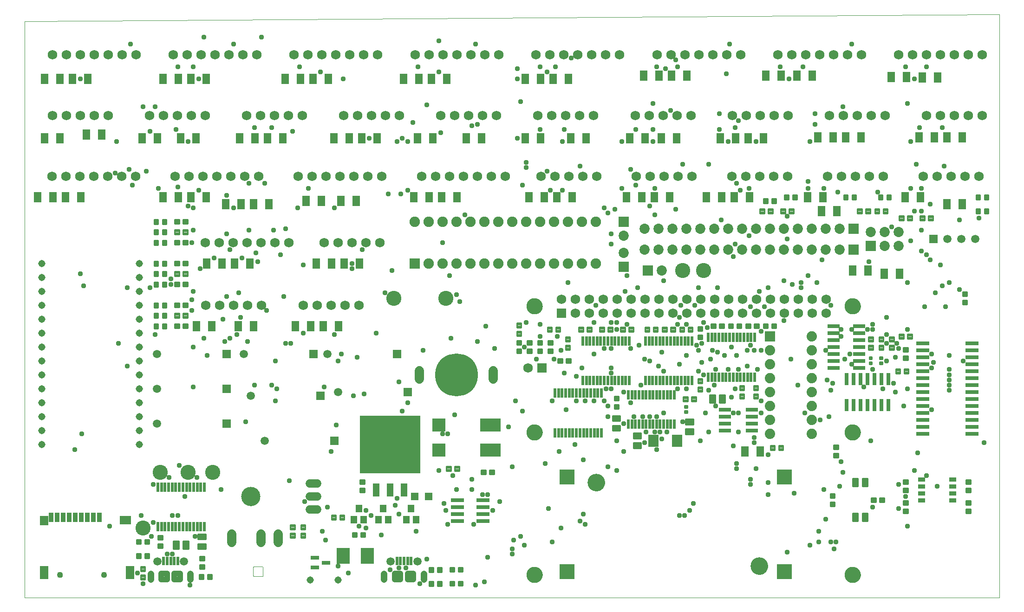
<source format=gts>
G75*
%MOIN*%
%OFA0B0*%
%FSLAX25Y25*%
%IPPOS*%
%LPD*%
%AMOC8*
5,1,8,0,0,1.08239X$1,22.5*
%
%ADD10C,0.00000*%
%ADD11C,0.06800*%
%ADD12C,0.30800*%
%ADD13C,0.01075*%
%ADD14R,0.05800X0.05800*%
%ADD15C,0.01200*%
%ADD16C,0.01384*%
%ADD17R,0.09300X0.11599*%
%ADD18C,0.00950*%
%ADD19C,0.05162*%
%ADD20R,0.05800X0.07800*%
%ADD21C,0.00100*%
%ADD22R,0.03556X0.07099*%
%ADD23R,0.06312X0.07099*%
%ADD24R,0.06312X0.09461*%
%ADD25R,0.07887X0.06312*%
%ADD26C,0.04343*%
%ADD27R,0.07300X0.07300*%
%ADD28C,0.07300*%
%ADD29C,0.11627*%
%ADD30R,0.06800X0.06800*%
%ADD31C,0.06800*%
%ADD32R,0.04800X0.05300*%
%ADD33R,0.14800X0.09400*%
%ADD34R,0.09800X0.09400*%
%ADD35R,0.05950X0.05950*%
%ADD36C,0.05950*%
%ADD37C,0.10800*%
%ADD38R,0.03000X0.08600*%
%ADD39R,0.08600X0.03000*%
%ADD40C,0.06000*%
%ADD41C,0.13800*%
%ADD42R,0.43320X0.41784*%
%ADD43R,0.05000X0.09300*%
%ADD44R,0.02178X0.06706*%
%ADD45R,0.09800X0.03000*%
%ADD46R,0.07400X0.07400*%
%ADD47C,0.07400*%
%ADD48R,0.06000X0.03000*%
%ADD49R,0.08600X0.02900*%
%ADD50R,0.02375X0.06706*%
%ADD51R,0.09400X0.03000*%
%ADD52R,0.07493X0.07493*%
%ADD53C,0.07493*%
%ADD54C,0.00083*%
%ADD55C,0.04140*%
%ADD56R,0.02375X0.06115*%
%ADD57C,0.04800*%
%ADD58R,0.07800X0.08800*%
%ADD59R,0.10643X0.10643*%
%ADD60C,0.12611*%
%ADD61C,0.03778*%
D10*
X0001000Y0008593D02*
X0001000Y0422293D01*
X0700921Y0427293D01*
X0700921Y0008593D01*
X0001000Y0008593D01*
X0024740Y0024754D02*
X0024742Y0024838D01*
X0024748Y0024921D01*
X0024758Y0025004D01*
X0024772Y0025087D01*
X0024789Y0025169D01*
X0024811Y0025250D01*
X0024836Y0025329D01*
X0024865Y0025408D01*
X0024898Y0025485D01*
X0024934Y0025560D01*
X0024974Y0025634D01*
X0025017Y0025706D01*
X0025064Y0025775D01*
X0025114Y0025842D01*
X0025167Y0025907D01*
X0025223Y0025969D01*
X0025281Y0026029D01*
X0025343Y0026086D01*
X0025407Y0026139D01*
X0025474Y0026190D01*
X0025543Y0026237D01*
X0025614Y0026282D01*
X0025687Y0026322D01*
X0025762Y0026359D01*
X0025839Y0026393D01*
X0025917Y0026423D01*
X0025996Y0026449D01*
X0026077Y0026472D01*
X0026159Y0026490D01*
X0026241Y0026505D01*
X0026324Y0026516D01*
X0026407Y0026523D01*
X0026491Y0026526D01*
X0026575Y0026525D01*
X0026658Y0026520D01*
X0026742Y0026511D01*
X0026824Y0026498D01*
X0026906Y0026482D01*
X0026987Y0026461D01*
X0027068Y0026437D01*
X0027146Y0026409D01*
X0027224Y0026377D01*
X0027300Y0026341D01*
X0027374Y0026302D01*
X0027446Y0026260D01*
X0027516Y0026214D01*
X0027584Y0026165D01*
X0027649Y0026113D01*
X0027712Y0026058D01*
X0027772Y0026000D01*
X0027830Y0025939D01*
X0027884Y0025875D01*
X0027936Y0025809D01*
X0027984Y0025741D01*
X0028029Y0025670D01*
X0028070Y0025597D01*
X0028109Y0025523D01*
X0028143Y0025447D01*
X0028174Y0025369D01*
X0028201Y0025290D01*
X0028225Y0025209D01*
X0028244Y0025128D01*
X0028260Y0025046D01*
X0028272Y0024963D01*
X0028280Y0024879D01*
X0028284Y0024796D01*
X0028284Y0024712D01*
X0028280Y0024629D01*
X0028272Y0024545D01*
X0028260Y0024462D01*
X0028244Y0024380D01*
X0028225Y0024299D01*
X0028201Y0024218D01*
X0028174Y0024139D01*
X0028143Y0024061D01*
X0028109Y0023985D01*
X0028070Y0023911D01*
X0028029Y0023838D01*
X0027984Y0023767D01*
X0027936Y0023699D01*
X0027884Y0023633D01*
X0027830Y0023569D01*
X0027772Y0023508D01*
X0027712Y0023450D01*
X0027649Y0023395D01*
X0027584Y0023343D01*
X0027516Y0023294D01*
X0027446Y0023248D01*
X0027374Y0023206D01*
X0027300Y0023167D01*
X0027224Y0023131D01*
X0027146Y0023099D01*
X0027068Y0023071D01*
X0026987Y0023047D01*
X0026906Y0023026D01*
X0026824Y0023010D01*
X0026742Y0022997D01*
X0026658Y0022988D01*
X0026575Y0022983D01*
X0026491Y0022982D01*
X0026407Y0022985D01*
X0026324Y0022992D01*
X0026241Y0023003D01*
X0026159Y0023018D01*
X0026077Y0023036D01*
X0025996Y0023059D01*
X0025917Y0023085D01*
X0025839Y0023115D01*
X0025762Y0023149D01*
X0025687Y0023186D01*
X0025614Y0023226D01*
X0025543Y0023271D01*
X0025474Y0023318D01*
X0025407Y0023369D01*
X0025343Y0023422D01*
X0025281Y0023479D01*
X0025223Y0023539D01*
X0025167Y0023601D01*
X0025114Y0023666D01*
X0025064Y0023733D01*
X0025017Y0023802D01*
X0024974Y0023874D01*
X0024934Y0023948D01*
X0024898Y0024023D01*
X0024865Y0024100D01*
X0024836Y0024179D01*
X0024811Y0024258D01*
X0024789Y0024339D01*
X0024772Y0024421D01*
X0024758Y0024504D01*
X0024748Y0024587D01*
X0024742Y0024670D01*
X0024740Y0024754D01*
X0056236Y0024754D02*
X0056238Y0024838D01*
X0056244Y0024921D01*
X0056254Y0025004D01*
X0056268Y0025087D01*
X0056285Y0025169D01*
X0056307Y0025250D01*
X0056332Y0025329D01*
X0056361Y0025408D01*
X0056394Y0025485D01*
X0056430Y0025560D01*
X0056470Y0025634D01*
X0056513Y0025706D01*
X0056560Y0025775D01*
X0056610Y0025842D01*
X0056663Y0025907D01*
X0056719Y0025969D01*
X0056777Y0026029D01*
X0056839Y0026086D01*
X0056903Y0026139D01*
X0056970Y0026190D01*
X0057039Y0026237D01*
X0057110Y0026282D01*
X0057183Y0026322D01*
X0057258Y0026359D01*
X0057335Y0026393D01*
X0057413Y0026423D01*
X0057492Y0026449D01*
X0057573Y0026472D01*
X0057655Y0026490D01*
X0057737Y0026505D01*
X0057820Y0026516D01*
X0057903Y0026523D01*
X0057987Y0026526D01*
X0058071Y0026525D01*
X0058154Y0026520D01*
X0058238Y0026511D01*
X0058320Y0026498D01*
X0058402Y0026482D01*
X0058483Y0026461D01*
X0058564Y0026437D01*
X0058642Y0026409D01*
X0058720Y0026377D01*
X0058796Y0026341D01*
X0058870Y0026302D01*
X0058942Y0026260D01*
X0059012Y0026214D01*
X0059080Y0026165D01*
X0059145Y0026113D01*
X0059208Y0026058D01*
X0059268Y0026000D01*
X0059326Y0025939D01*
X0059380Y0025875D01*
X0059432Y0025809D01*
X0059480Y0025741D01*
X0059525Y0025670D01*
X0059566Y0025597D01*
X0059605Y0025523D01*
X0059639Y0025447D01*
X0059670Y0025369D01*
X0059697Y0025290D01*
X0059721Y0025209D01*
X0059740Y0025128D01*
X0059756Y0025046D01*
X0059768Y0024963D01*
X0059776Y0024879D01*
X0059780Y0024796D01*
X0059780Y0024712D01*
X0059776Y0024629D01*
X0059768Y0024545D01*
X0059756Y0024462D01*
X0059740Y0024380D01*
X0059721Y0024299D01*
X0059697Y0024218D01*
X0059670Y0024139D01*
X0059639Y0024061D01*
X0059605Y0023985D01*
X0059566Y0023911D01*
X0059525Y0023838D01*
X0059480Y0023767D01*
X0059432Y0023699D01*
X0059380Y0023633D01*
X0059326Y0023569D01*
X0059268Y0023508D01*
X0059208Y0023450D01*
X0059145Y0023395D01*
X0059080Y0023343D01*
X0059012Y0023294D01*
X0058942Y0023248D01*
X0058870Y0023206D01*
X0058796Y0023167D01*
X0058720Y0023131D01*
X0058642Y0023099D01*
X0058564Y0023071D01*
X0058483Y0023047D01*
X0058402Y0023026D01*
X0058320Y0023010D01*
X0058238Y0022997D01*
X0058154Y0022988D01*
X0058071Y0022983D01*
X0057987Y0022982D01*
X0057903Y0022985D01*
X0057820Y0022992D01*
X0057737Y0023003D01*
X0057655Y0023018D01*
X0057573Y0023036D01*
X0057492Y0023059D01*
X0057413Y0023085D01*
X0057335Y0023115D01*
X0057258Y0023149D01*
X0057183Y0023186D01*
X0057110Y0023226D01*
X0057039Y0023271D01*
X0056970Y0023318D01*
X0056903Y0023369D01*
X0056839Y0023422D01*
X0056777Y0023479D01*
X0056719Y0023539D01*
X0056663Y0023601D01*
X0056610Y0023666D01*
X0056560Y0023733D01*
X0056513Y0023802D01*
X0056470Y0023874D01*
X0056430Y0023948D01*
X0056394Y0024023D01*
X0056361Y0024100D01*
X0056332Y0024179D01*
X0056307Y0024258D01*
X0056285Y0024339D01*
X0056268Y0024421D01*
X0056254Y0024504D01*
X0056244Y0024587D01*
X0056238Y0024670D01*
X0056236Y0024754D01*
X0157000Y0081093D02*
X0157002Y0081254D01*
X0157008Y0081414D01*
X0157018Y0081575D01*
X0157032Y0081735D01*
X0157050Y0081895D01*
X0157071Y0082054D01*
X0157097Y0082213D01*
X0157127Y0082371D01*
X0157160Y0082528D01*
X0157198Y0082685D01*
X0157239Y0082840D01*
X0157284Y0082994D01*
X0157333Y0083147D01*
X0157386Y0083299D01*
X0157442Y0083450D01*
X0157503Y0083599D01*
X0157566Y0083747D01*
X0157634Y0083893D01*
X0157705Y0084037D01*
X0157779Y0084179D01*
X0157857Y0084320D01*
X0157939Y0084458D01*
X0158024Y0084595D01*
X0158112Y0084729D01*
X0158204Y0084861D01*
X0158299Y0084991D01*
X0158397Y0085119D01*
X0158498Y0085244D01*
X0158602Y0085366D01*
X0158709Y0085486D01*
X0158819Y0085603D01*
X0158932Y0085718D01*
X0159048Y0085829D01*
X0159167Y0085938D01*
X0159288Y0086043D01*
X0159412Y0086146D01*
X0159538Y0086246D01*
X0159666Y0086342D01*
X0159797Y0086435D01*
X0159931Y0086525D01*
X0160066Y0086612D01*
X0160204Y0086695D01*
X0160343Y0086775D01*
X0160485Y0086851D01*
X0160628Y0086924D01*
X0160773Y0086993D01*
X0160920Y0087059D01*
X0161068Y0087121D01*
X0161218Y0087179D01*
X0161369Y0087234D01*
X0161522Y0087285D01*
X0161676Y0087332D01*
X0161831Y0087375D01*
X0161987Y0087414D01*
X0162143Y0087450D01*
X0162301Y0087481D01*
X0162459Y0087509D01*
X0162618Y0087533D01*
X0162778Y0087553D01*
X0162938Y0087569D01*
X0163098Y0087581D01*
X0163259Y0087589D01*
X0163420Y0087593D01*
X0163580Y0087593D01*
X0163741Y0087589D01*
X0163902Y0087581D01*
X0164062Y0087569D01*
X0164222Y0087553D01*
X0164382Y0087533D01*
X0164541Y0087509D01*
X0164699Y0087481D01*
X0164857Y0087450D01*
X0165013Y0087414D01*
X0165169Y0087375D01*
X0165324Y0087332D01*
X0165478Y0087285D01*
X0165631Y0087234D01*
X0165782Y0087179D01*
X0165932Y0087121D01*
X0166080Y0087059D01*
X0166227Y0086993D01*
X0166372Y0086924D01*
X0166515Y0086851D01*
X0166657Y0086775D01*
X0166796Y0086695D01*
X0166934Y0086612D01*
X0167069Y0086525D01*
X0167203Y0086435D01*
X0167334Y0086342D01*
X0167462Y0086246D01*
X0167588Y0086146D01*
X0167712Y0086043D01*
X0167833Y0085938D01*
X0167952Y0085829D01*
X0168068Y0085718D01*
X0168181Y0085603D01*
X0168291Y0085486D01*
X0168398Y0085366D01*
X0168502Y0085244D01*
X0168603Y0085119D01*
X0168701Y0084991D01*
X0168796Y0084861D01*
X0168888Y0084729D01*
X0168976Y0084595D01*
X0169061Y0084458D01*
X0169143Y0084320D01*
X0169221Y0084179D01*
X0169295Y0084037D01*
X0169366Y0083893D01*
X0169434Y0083747D01*
X0169497Y0083599D01*
X0169558Y0083450D01*
X0169614Y0083299D01*
X0169667Y0083147D01*
X0169716Y0082994D01*
X0169761Y0082840D01*
X0169802Y0082685D01*
X0169840Y0082528D01*
X0169873Y0082371D01*
X0169903Y0082213D01*
X0169929Y0082054D01*
X0169950Y0081895D01*
X0169968Y0081735D01*
X0169982Y0081575D01*
X0169992Y0081414D01*
X0169998Y0081254D01*
X0170000Y0081093D01*
X0169998Y0080932D01*
X0169992Y0080772D01*
X0169982Y0080611D01*
X0169968Y0080451D01*
X0169950Y0080291D01*
X0169929Y0080132D01*
X0169903Y0079973D01*
X0169873Y0079815D01*
X0169840Y0079658D01*
X0169802Y0079501D01*
X0169761Y0079346D01*
X0169716Y0079192D01*
X0169667Y0079039D01*
X0169614Y0078887D01*
X0169558Y0078736D01*
X0169497Y0078587D01*
X0169434Y0078439D01*
X0169366Y0078293D01*
X0169295Y0078149D01*
X0169221Y0078007D01*
X0169143Y0077866D01*
X0169061Y0077728D01*
X0168976Y0077591D01*
X0168888Y0077457D01*
X0168796Y0077325D01*
X0168701Y0077195D01*
X0168603Y0077067D01*
X0168502Y0076942D01*
X0168398Y0076820D01*
X0168291Y0076700D01*
X0168181Y0076583D01*
X0168068Y0076468D01*
X0167952Y0076357D01*
X0167833Y0076248D01*
X0167712Y0076143D01*
X0167588Y0076040D01*
X0167462Y0075940D01*
X0167334Y0075844D01*
X0167203Y0075751D01*
X0167069Y0075661D01*
X0166934Y0075574D01*
X0166796Y0075491D01*
X0166657Y0075411D01*
X0166515Y0075335D01*
X0166372Y0075262D01*
X0166227Y0075193D01*
X0166080Y0075127D01*
X0165932Y0075065D01*
X0165782Y0075007D01*
X0165631Y0074952D01*
X0165478Y0074901D01*
X0165324Y0074854D01*
X0165169Y0074811D01*
X0165013Y0074772D01*
X0164857Y0074736D01*
X0164699Y0074705D01*
X0164541Y0074677D01*
X0164382Y0074653D01*
X0164222Y0074633D01*
X0164062Y0074617D01*
X0163902Y0074605D01*
X0163741Y0074597D01*
X0163580Y0074593D01*
X0163420Y0074593D01*
X0163259Y0074597D01*
X0163098Y0074605D01*
X0162938Y0074617D01*
X0162778Y0074633D01*
X0162618Y0074653D01*
X0162459Y0074677D01*
X0162301Y0074705D01*
X0162143Y0074736D01*
X0161987Y0074772D01*
X0161831Y0074811D01*
X0161676Y0074854D01*
X0161522Y0074901D01*
X0161369Y0074952D01*
X0161218Y0075007D01*
X0161068Y0075065D01*
X0160920Y0075127D01*
X0160773Y0075193D01*
X0160628Y0075262D01*
X0160485Y0075335D01*
X0160343Y0075411D01*
X0160204Y0075491D01*
X0160066Y0075574D01*
X0159931Y0075661D01*
X0159797Y0075751D01*
X0159666Y0075844D01*
X0159538Y0075940D01*
X0159412Y0076040D01*
X0159288Y0076143D01*
X0159167Y0076248D01*
X0159048Y0076357D01*
X0158932Y0076468D01*
X0158819Y0076583D01*
X0158709Y0076700D01*
X0158602Y0076820D01*
X0158498Y0076942D01*
X0158397Y0077067D01*
X0158299Y0077195D01*
X0158204Y0077325D01*
X0158112Y0077457D01*
X0158024Y0077591D01*
X0157939Y0077728D01*
X0157857Y0077866D01*
X0157779Y0078007D01*
X0157705Y0078149D01*
X0157634Y0078293D01*
X0157566Y0078439D01*
X0157503Y0078587D01*
X0157442Y0078736D01*
X0157386Y0078887D01*
X0157333Y0079039D01*
X0157284Y0079192D01*
X0157239Y0079346D01*
X0157198Y0079501D01*
X0157160Y0079658D01*
X0157127Y0079815D01*
X0157097Y0079973D01*
X0157071Y0080132D01*
X0157050Y0080291D01*
X0157032Y0080451D01*
X0157018Y0080611D01*
X0157008Y0080772D01*
X0157002Y0080932D01*
X0157000Y0081093D01*
X0361867Y0127234D02*
X0361869Y0127381D01*
X0361875Y0127527D01*
X0361885Y0127673D01*
X0361899Y0127819D01*
X0361917Y0127965D01*
X0361938Y0128110D01*
X0361964Y0128254D01*
X0361994Y0128398D01*
X0362027Y0128540D01*
X0362064Y0128682D01*
X0362105Y0128823D01*
X0362150Y0128962D01*
X0362199Y0129101D01*
X0362251Y0129238D01*
X0362308Y0129373D01*
X0362367Y0129507D01*
X0362431Y0129639D01*
X0362498Y0129769D01*
X0362568Y0129898D01*
X0362642Y0130025D01*
X0362719Y0130149D01*
X0362800Y0130272D01*
X0362884Y0130392D01*
X0362971Y0130510D01*
X0363061Y0130625D01*
X0363154Y0130738D01*
X0363251Y0130849D01*
X0363350Y0130957D01*
X0363452Y0131062D01*
X0363557Y0131164D01*
X0363665Y0131263D01*
X0363776Y0131360D01*
X0363889Y0131453D01*
X0364004Y0131543D01*
X0364122Y0131630D01*
X0364242Y0131714D01*
X0364365Y0131795D01*
X0364489Y0131872D01*
X0364616Y0131946D01*
X0364745Y0132016D01*
X0364875Y0132083D01*
X0365007Y0132147D01*
X0365141Y0132206D01*
X0365276Y0132263D01*
X0365413Y0132315D01*
X0365552Y0132364D01*
X0365691Y0132409D01*
X0365832Y0132450D01*
X0365974Y0132487D01*
X0366116Y0132520D01*
X0366260Y0132550D01*
X0366404Y0132576D01*
X0366549Y0132597D01*
X0366695Y0132615D01*
X0366841Y0132629D01*
X0366987Y0132639D01*
X0367133Y0132645D01*
X0367280Y0132647D01*
X0367427Y0132645D01*
X0367573Y0132639D01*
X0367719Y0132629D01*
X0367865Y0132615D01*
X0368011Y0132597D01*
X0368156Y0132576D01*
X0368300Y0132550D01*
X0368444Y0132520D01*
X0368586Y0132487D01*
X0368728Y0132450D01*
X0368869Y0132409D01*
X0369008Y0132364D01*
X0369147Y0132315D01*
X0369284Y0132263D01*
X0369419Y0132206D01*
X0369553Y0132147D01*
X0369685Y0132083D01*
X0369815Y0132016D01*
X0369944Y0131946D01*
X0370071Y0131872D01*
X0370195Y0131795D01*
X0370318Y0131714D01*
X0370438Y0131630D01*
X0370556Y0131543D01*
X0370671Y0131453D01*
X0370784Y0131360D01*
X0370895Y0131263D01*
X0371003Y0131164D01*
X0371108Y0131062D01*
X0371210Y0130957D01*
X0371309Y0130849D01*
X0371406Y0130738D01*
X0371499Y0130625D01*
X0371589Y0130510D01*
X0371676Y0130392D01*
X0371760Y0130272D01*
X0371841Y0130149D01*
X0371918Y0130025D01*
X0371992Y0129898D01*
X0372062Y0129769D01*
X0372129Y0129639D01*
X0372193Y0129507D01*
X0372252Y0129373D01*
X0372309Y0129238D01*
X0372361Y0129101D01*
X0372410Y0128962D01*
X0372455Y0128823D01*
X0372496Y0128682D01*
X0372533Y0128540D01*
X0372566Y0128398D01*
X0372596Y0128254D01*
X0372622Y0128110D01*
X0372643Y0127965D01*
X0372661Y0127819D01*
X0372675Y0127673D01*
X0372685Y0127527D01*
X0372691Y0127381D01*
X0372693Y0127234D01*
X0372691Y0127087D01*
X0372685Y0126941D01*
X0372675Y0126795D01*
X0372661Y0126649D01*
X0372643Y0126503D01*
X0372622Y0126358D01*
X0372596Y0126214D01*
X0372566Y0126070D01*
X0372533Y0125928D01*
X0372496Y0125786D01*
X0372455Y0125645D01*
X0372410Y0125506D01*
X0372361Y0125367D01*
X0372309Y0125230D01*
X0372252Y0125095D01*
X0372193Y0124961D01*
X0372129Y0124829D01*
X0372062Y0124699D01*
X0371992Y0124570D01*
X0371918Y0124443D01*
X0371841Y0124319D01*
X0371760Y0124196D01*
X0371676Y0124076D01*
X0371589Y0123958D01*
X0371499Y0123843D01*
X0371406Y0123730D01*
X0371309Y0123619D01*
X0371210Y0123511D01*
X0371108Y0123406D01*
X0371003Y0123304D01*
X0370895Y0123205D01*
X0370784Y0123108D01*
X0370671Y0123015D01*
X0370556Y0122925D01*
X0370438Y0122838D01*
X0370318Y0122754D01*
X0370195Y0122673D01*
X0370071Y0122596D01*
X0369944Y0122522D01*
X0369815Y0122452D01*
X0369685Y0122385D01*
X0369553Y0122321D01*
X0369419Y0122262D01*
X0369284Y0122205D01*
X0369147Y0122153D01*
X0369008Y0122104D01*
X0368869Y0122059D01*
X0368728Y0122018D01*
X0368586Y0121981D01*
X0368444Y0121948D01*
X0368300Y0121918D01*
X0368156Y0121892D01*
X0368011Y0121871D01*
X0367865Y0121853D01*
X0367719Y0121839D01*
X0367573Y0121829D01*
X0367427Y0121823D01*
X0367280Y0121821D01*
X0367133Y0121823D01*
X0366987Y0121829D01*
X0366841Y0121839D01*
X0366695Y0121853D01*
X0366549Y0121871D01*
X0366404Y0121892D01*
X0366260Y0121918D01*
X0366116Y0121948D01*
X0365974Y0121981D01*
X0365832Y0122018D01*
X0365691Y0122059D01*
X0365552Y0122104D01*
X0365413Y0122153D01*
X0365276Y0122205D01*
X0365141Y0122262D01*
X0365007Y0122321D01*
X0364875Y0122385D01*
X0364745Y0122452D01*
X0364616Y0122522D01*
X0364489Y0122596D01*
X0364365Y0122673D01*
X0364242Y0122754D01*
X0364122Y0122838D01*
X0364004Y0122925D01*
X0363889Y0123015D01*
X0363776Y0123108D01*
X0363665Y0123205D01*
X0363557Y0123304D01*
X0363452Y0123406D01*
X0363350Y0123511D01*
X0363251Y0123619D01*
X0363154Y0123730D01*
X0363061Y0123843D01*
X0362971Y0123958D01*
X0362884Y0124076D01*
X0362800Y0124196D01*
X0362719Y0124319D01*
X0362642Y0124443D01*
X0362568Y0124570D01*
X0362498Y0124699D01*
X0362431Y0124829D01*
X0362367Y0124961D01*
X0362308Y0125095D01*
X0362251Y0125230D01*
X0362199Y0125367D01*
X0362150Y0125506D01*
X0362105Y0125645D01*
X0362064Y0125786D01*
X0362027Y0125928D01*
X0361994Y0126070D01*
X0361964Y0126214D01*
X0361938Y0126358D01*
X0361917Y0126503D01*
X0361899Y0126649D01*
X0361885Y0126795D01*
X0361875Y0126941D01*
X0361869Y0127087D01*
X0361867Y0127234D01*
X0405594Y0091093D02*
X0405596Y0091246D01*
X0405602Y0091400D01*
X0405612Y0091553D01*
X0405626Y0091705D01*
X0405644Y0091858D01*
X0405666Y0092009D01*
X0405691Y0092160D01*
X0405721Y0092311D01*
X0405755Y0092461D01*
X0405792Y0092609D01*
X0405833Y0092757D01*
X0405878Y0092903D01*
X0405927Y0093049D01*
X0405980Y0093193D01*
X0406036Y0093335D01*
X0406096Y0093476D01*
X0406160Y0093616D01*
X0406227Y0093754D01*
X0406298Y0093890D01*
X0406373Y0094024D01*
X0406450Y0094156D01*
X0406532Y0094286D01*
X0406616Y0094414D01*
X0406704Y0094540D01*
X0406795Y0094663D01*
X0406889Y0094784D01*
X0406987Y0094902D01*
X0407087Y0095018D01*
X0407191Y0095131D01*
X0407297Y0095242D01*
X0407406Y0095350D01*
X0407518Y0095455D01*
X0407632Y0095556D01*
X0407750Y0095655D01*
X0407869Y0095751D01*
X0407991Y0095844D01*
X0408116Y0095933D01*
X0408243Y0096020D01*
X0408372Y0096102D01*
X0408503Y0096182D01*
X0408636Y0096258D01*
X0408771Y0096331D01*
X0408908Y0096400D01*
X0409047Y0096465D01*
X0409187Y0096527D01*
X0409329Y0096585D01*
X0409472Y0096640D01*
X0409617Y0096691D01*
X0409763Y0096738D01*
X0409910Y0096781D01*
X0410058Y0096820D01*
X0410207Y0096856D01*
X0410357Y0096887D01*
X0410508Y0096915D01*
X0410659Y0096939D01*
X0410812Y0096959D01*
X0410964Y0096975D01*
X0411117Y0096987D01*
X0411270Y0096995D01*
X0411423Y0096999D01*
X0411577Y0096999D01*
X0411730Y0096995D01*
X0411883Y0096987D01*
X0412036Y0096975D01*
X0412188Y0096959D01*
X0412341Y0096939D01*
X0412492Y0096915D01*
X0412643Y0096887D01*
X0412793Y0096856D01*
X0412942Y0096820D01*
X0413090Y0096781D01*
X0413237Y0096738D01*
X0413383Y0096691D01*
X0413528Y0096640D01*
X0413671Y0096585D01*
X0413813Y0096527D01*
X0413953Y0096465D01*
X0414092Y0096400D01*
X0414229Y0096331D01*
X0414364Y0096258D01*
X0414497Y0096182D01*
X0414628Y0096102D01*
X0414757Y0096020D01*
X0414884Y0095933D01*
X0415009Y0095844D01*
X0415131Y0095751D01*
X0415250Y0095655D01*
X0415368Y0095556D01*
X0415482Y0095455D01*
X0415594Y0095350D01*
X0415703Y0095242D01*
X0415809Y0095131D01*
X0415913Y0095018D01*
X0416013Y0094902D01*
X0416111Y0094784D01*
X0416205Y0094663D01*
X0416296Y0094540D01*
X0416384Y0094414D01*
X0416468Y0094286D01*
X0416550Y0094156D01*
X0416627Y0094024D01*
X0416702Y0093890D01*
X0416773Y0093754D01*
X0416840Y0093616D01*
X0416904Y0093476D01*
X0416964Y0093335D01*
X0417020Y0093193D01*
X0417073Y0093049D01*
X0417122Y0092903D01*
X0417167Y0092757D01*
X0417208Y0092609D01*
X0417245Y0092461D01*
X0417279Y0092311D01*
X0417309Y0092160D01*
X0417334Y0092009D01*
X0417356Y0091858D01*
X0417374Y0091705D01*
X0417388Y0091553D01*
X0417398Y0091400D01*
X0417404Y0091246D01*
X0417406Y0091093D01*
X0417404Y0090940D01*
X0417398Y0090786D01*
X0417388Y0090633D01*
X0417374Y0090481D01*
X0417356Y0090328D01*
X0417334Y0090177D01*
X0417309Y0090026D01*
X0417279Y0089875D01*
X0417245Y0089725D01*
X0417208Y0089577D01*
X0417167Y0089429D01*
X0417122Y0089283D01*
X0417073Y0089137D01*
X0417020Y0088993D01*
X0416964Y0088851D01*
X0416904Y0088710D01*
X0416840Y0088570D01*
X0416773Y0088432D01*
X0416702Y0088296D01*
X0416627Y0088162D01*
X0416550Y0088030D01*
X0416468Y0087900D01*
X0416384Y0087772D01*
X0416296Y0087646D01*
X0416205Y0087523D01*
X0416111Y0087402D01*
X0416013Y0087284D01*
X0415913Y0087168D01*
X0415809Y0087055D01*
X0415703Y0086944D01*
X0415594Y0086836D01*
X0415482Y0086731D01*
X0415368Y0086630D01*
X0415250Y0086531D01*
X0415131Y0086435D01*
X0415009Y0086342D01*
X0414884Y0086253D01*
X0414757Y0086166D01*
X0414628Y0086084D01*
X0414497Y0086004D01*
X0414364Y0085928D01*
X0414229Y0085855D01*
X0414092Y0085786D01*
X0413953Y0085721D01*
X0413813Y0085659D01*
X0413671Y0085601D01*
X0413528Y0085546D01*
X0413383Y0085495D01*
X0413237Y0085448D01*
X0413090Y0085405D01*
X0412942Y0085366D01*
X0412793Y0085330D01*
X0412643Y0085299D01*
X0412492Y0085271D01*
X0412341Y0085247D01*
X0412188Y0085227D01*
X0412036Y0085211D01*
X0411883Y0085199D01*
X0411730Y0085191D01*
X0411577Y0085187D01*
X0411423Y0085187D01*
X0411270Y0085191D01*
X0411117Y0085199D01*
X0410964Y0085211D01*
X0410812Y0085227D01*
X0410659Y0085247D01*
X0410508Y0085271D01*
X0410357Y0085299D01*
X0410207Y0085330D01*
X0410058Y0085366D01*
X0409910Y0085405D01*
X0409763Y0085448D01*
X0409617Y0085495D01*
X0409472Y0085546D01*
X0409329Y0085601D01*
X0409187Y0085659D01*
X0409047Y0085721D01*
X0408908Y0085786D01*
X0408771Y0085855D01*
X0408636Y0085928D01*
X0408503Y0086004D01*
X0408372Y0086084D01*
X0408243Y0086166D01*
X0408116Y0086253D01*
X0407991Y0086342D01*
X0407869Y0086435D01*
X0407750Y0086531D01*
X0407632Y0086630D01*
X0407518Y0086731D01*
X0407406Y0086836D01*
X0407297Y0086944D01*
X0407191Y0087055D01*
X0407087Y0087168D01*
X0406987Y0087284D01*
X0406889Y0087402D01*
X0406795Y0087523D01*
X0406704Y0087646D01*
X0406616Y0087772D01*
X0406532Y0087900D01*
X0406450Y0088030D01*
X0406373Y0088162D01*
X0406298Y0088296D01*
X0406227Y0088432D01*
X0406160Y0088570D01*
X0406096Y0088710D01*
X0406036Y0088851D01*
X0405980Y0088993D01*
X0405927Y0089137D01*
X0405878Y0089283D01*
X0405833Y0089429D01*
X0405792Y0089577D01*
X0405755Y0089725D01*
X0405721Y0089875D01*
X0405691Y0090026D01*
X0405666Y0090177D01*
X0405644Y0090328D01*
X0405626Y0090481D01*
X0405612Y0090633D01*
X0405602Y0090786D01*
X0405596Y0090940D01*
X0405594Y0091093D01*
X0361867Y0024872D02*
X0361869Y0025019D01*
X0361875Y0025165D01*
X0361885Y0025311D01*
X0361899Y0025457D01*
X0361917Y0025603D01*
X0361938Y0025748D01*
X0361964Y0025892D01*
X0361994Y0026036D01*
X0362027Y0026178D01*
X0362064Y0026320D01*
X0362105Y0026461D01*
X0362150Y0026600D01*
X0362199Y0026739D01*
X0362251Y0026876D01*
X0362308Y0027011D01*
X0362367Y0027145D01*
X0362431Y0027277D01*
X0362498Y0027407D01*
X0362568Y0027536D01*
X0362642Y0027663D01*
X0362719Y0027787D01*
X0362800Y0027910D01*
X0362884Y0028030D01*
X0362971Y0028148D01*
X0363061Y0028263D01*
X0363154Y0028376D01*
X0363251Y0028487D01*
X0363350Y0028595D01*
X0363452Y0028700D01*
X0363557Y0028802D01*
X0363665Y0028901D01*
X0363776Y0028998D01*
X0363889Y0029091D01*
X0364004Y0029181D01*
X0364122Y0029268D01*
X0364242Y0029352D01*
X0364365Y0029433D01*
X0364489Y0029510D01*
X0364616Y0029584D01*
X0364745Y0029654D01*
X0364875Y0029721D01*
X0365007Y0029785D01*
X0365141Y0029844D01*
X0365276Y0029901D01*
X0365413Y0029953D01*
X0365552Y0030002D01*
X0365691Y0030047D01*
X0365832Y0030088D01*
X0365974Y0030125D01*
X0366116Y0030158D01*
X0366260Y0030188D01*
X0366404Y0030214D01*
X0366549Y0030235D01*
X0366695Y0030253D01*
X0366841Y0030267D01*
X0366987Y0030277D01*
X0367133Y0030283D01*
X0367280Y0030285D01*
X0367427Y0030283D01*
X0367573Y0030277D01*
X0367719Y0030267D01*
X0367865Y0030253D01*
X0368011Y0030235D01*
X0368156Y0030214D01*
X0368300Y0030188D01*
X0368444Y0030158D01*
X0368586Y0030125D01*
X0368728Y0030088D01*
X0368869Y0030047D01*
X0369008Y0030002D01*
X0369147Y0029953D01*
X0369284Y0029901D01*
X0369419Y0029844D01*
X0369553Y0029785D01*
X0369685Y0029721D01*
X0369815Y0029654D01*
X0369944Y0029584D01*
X0370071Y0029510D01*
X0370195Y0029433D01*
X0370318Y0029352D01*
X0370438Y0029268D01*
X0370556Y0029181D01*
X0370671Y0029091D01*
X0370784Y0028998D01*
X0370895Y0028901D01*
X0371003Y0028802D01*
X0371108Y0028700D01*
X0371210Y0028595D01*
X0371309Y0028487D01*
X0371406Y0028376D01*
X0371499Y0028263D01*
X0371589Y0028148D01*
X0371676Y0028030D01*
X0371760Y0027910D01*
X0371841Y0027787D01*
X0371918Y0027663D01*
X0371992Y0027536D01*
X0372062Y0027407D01*
X0372129Y0027277D01*
X0372193Y0027145D01*
X0372252Y0027011D01*
X0372309Y0026876D01*
X0372361Y0026739D01*
X0372410Y0026600D01*
X0372455Y0026461D01*
X0372496Y0026320D01*
X0372533Y0026178D01*
X0372566Y0026036D01*
X0372596Y0025892D01*
X0372622Y0025748D01*
X0372643Y0025603D01*
X0372661Y0025457D01*
X0372675Y0025311D01*
X0372685Y0025165D01*
X0372691Y0025019D01*
X0372693Y0024872D01*
X0372691Y0024725D01*
X0372685Y0024579D01*
X0372675Y0024433D01*
X0372661Y0024287D01*
X0372643Y0024141D01*
X0372622Y0023996D01*
X0372596Y0023852D01*
X0372566Y0023708D01*
X0372533Y0023566D01*
X0372496Y0023424D01*
X0372455Y0023283D01*
X0372410Y0023144D01*
X0372361Y0023005D01*
X0372309Y0022868D01*
X0372252Y0022733D01*
X0372193Y0022599D01*
X0372129Y0022467D01*
X0372062Y0022337D01*
X0371992Y0022208D01*
X0371918Y0022081D01*
X0371841Y0021957D01*
X0371760Y0021834D01*
X0371676Y0021714D01*
X0371589Y0021596D01*
X0371499Y0021481D01*
X0371406Y0021368D01*
X0371309Y0021257D01*
X0371210Y0021149D01*
X0371108Y0021044D01*
X0371003Y0020942D01*
X0370895Y0020843D01*
X0370784Y0020746D01*
X0370671Y0020653D01*
X0370556Y0020563D01*
X0370438Y0020476D01*
X0370318Y0020392D01*
X0370195Y0020311D01*
X0370071Y0020234D01*
X0369944Y0020160D01*
X0369815Y0020090D01*
X0369685Y0020023D01*
X0369553Y0019959D01*
X0369419Y0019900D01*
X0369284Y0019843D01*
X0369147Y0019791D01*
X0369008Y0019742D01*
X0368869Y0019697D01*
X0368728Y0019656D01*
X0368586Y0019619D01*
X0368444Y0019586D01*
X0368300Y0019556D01*
X0368156Y0019530D01*
X0368011Y0019509D01*
X0367865Y0019491D01*
X0367719Y0019477D01*
X0367573Y0019467D01*
X0367427Y0019461D01*
X0367280Y0019459D01*
X0367133Y0019461D01*
X0366987Y0019467D01*
X0366841Y0019477D01*
X0366695Y0019491D01*
X0366549Y0019509D01*
X0366404Y0019530D01*
X0366260Y0019556D01*
X0366116Y0019586D01*
X0365974Y0019619D01*
X0365832Y0019656D01*
X0365691Y0019697D01*
X0365552Y0019742D01*
X0365413Y0019791D01*
X0365276Y0019843D01*
X0365141Y0019900D01*
X0365007Y0019959D01*
X0364875Y0020023D01*
X0364745Y0020090D01*
X0364616Y0020160D01*
X0364489Y0020234D01*
X0364365Y0020311D01*
X0364242Y0020392D01*
X0364122Y0020476D01*
X0364004Y0020563D01*
X0363889Y0020653D01*
X0363776Y0020746D01*
X0363665Y0020843D01*
X0363557Y0020942D01*
X0363452Y0021044D01*
X0363350Y0021149D01*
X0363251Y0021257D01*
X0363154Y0021368D01*
X0363061Y0021481D01*
X0362971Y0021596D01*
X0362884Y0021714D01*
X0362800Y0021834D01*
X0362719Y0021957D01*
X0362642Y0022081D01*
X0362568Y0022208D01*
X0362498Y0022337D01*
X0362431Y0022467D01*
X0362367Y0022599D01*
X0362308Y0022733D01*
X0362251Y0022868D01*
X0362199Y0023005D01*
X0362150Y0023144D01*
X0362105Y0023283D01*
X0362064Y0023424D01*
X0362027Y0023566D01*
X0361994Y0023708D01*
X0361964Y0023852D01*
X0361938Y0023996D01*
X0361917Y0024141D01*
X0361899Y0024287D01*
X0361885Y0024433D01*
X0361875Y0024579D01*
X0361869Y0024725D01*
X0361867Y0024872D01*
X0522594Y0031093D02*
X0522596Y0031246D01*
X0522602Y0031400D01*
X0522612Y0031553D01*
X0522626Y0031705D01*
X0522644Y0031858D01*
X0522666Y0032009D01*
X0522691Y0032160D01*
X0522721Y0032311D01*
X0522755Y0032461D01*
X0522792Y0032609D01*
X0522833Y0032757D01*
X0522878Y0032903D01*
X0522927Y0033049D01*
X0522980Y0033193D01*
X0523036Y0033335D01*
X0523096Y0033476D01*
X0523160Y0033616D01*
X0523227Y0033754D01*
X0523298Y0033890D01*
X0523373Y0034024D01*
X0523450Y0034156D01*
X0523532Y0034286D01*
X0523616Y0034414D01*
X0523704Y0034540D01*
X0523795Y0034663D01*
X0523889Y0034784D01*
X0523987Y0034902D01*
X0524087Y0035018D01*
X0524191Y0035131D01*
X0524297Y0035242D01*
X0524406Y0035350D01*
X0524518Y0035455D01*
X0524632Y0035556D01*
X0524750Y0035655D01*
X0524869Y0035751D01*
X0524991Y0035844D01*
X0525116Y0035933D01*
X0525243Y0036020D01*
X0525372Y0036102D01*
X0525503Y0036182D01*
X0525636Y0036258D01*
X0525771Y0036331D01*
X0525908Y0036400D01*
X0526047Y0036465D01*
X0526187Y0036527D01*
X0526329Y0036585D01*
X0526472Y0036640D01*
X0526617Y0036691D01*
X0526763Y0036738D01*
X0526910Y0036781D01*
X0527058Y0036820D01*
X0527207Y0036856D01*
X0527357Y0036887D01*
X0527508Y0036915D01*
X0527659Y0036939D01*
X0527812Y0036959D01*
X0527964Y0036975D01*
X0528117Y0036987D01*
X0528270Y0036995D01*
X0528423Y0036999D01*
X0528577Y0036999D01*
X0528730Y0036995D01*
X0528883Y0036987D01*
X0529036Y0036975D01*
X0529188Y0036959D01*
X0529341Y0036939D01*
X0529492Y0036915D01*
X0529643Y0036887D01*
X0529793Y0036856D01*
X0529942Y0036820D01*
X0530090Y0036781D01*
X0530237Y0036738D01*
X0530383Y0036691D01*
X0530528Y0036640D01*
X0530671Y0036585D01*
X0530813Y0036527D01*
X0530953Y0036465D01*
X0531092Y0036400D01*
X0531229Y0036331D01*
X0531364Y0036258D01*
X0531497Y0036182D01*
X0531628Y0036102D01*
X0531757Y0036020D01*
X0531884Y0035933D01*
X0532009Y0035844D01*
X0532131Y0035751D01*
X0532250Y0035655D01*
X0532368Y0035556D01*
X0532482Y0035455D01*
X0532594Y0035350D01*
X0532703Y0035242D01*
X0532809Y0035131D01*
X0532913Y0035018D01*
X0533013Y0034902D01*
X0533111Y0034784D01*
X0533205Y0034663D01*
X0533296Y0034540D01*
X0533384Y0034414D01*
X0533468Y0034286D01*
X0533550Y0034156D01*
X0533627Y0034024D01*
X0533702Y0033890D01*
X0533773Y0033754D01*
X0533840Y0033616D01*
X0533904Y0033476D01*
X0533964Y0033335D01*
X0534020Y0033193D01*
X0534073Y0033049D01*
X0534122Y0032903D01*
X0534167Y0032757D01*
X0534208Y0032609D01*
X0534245Y0032461D01*
X0534279Y0032311D01*
X0534309Y0032160D01*
X0534334Y0032009D01*
X0534356Y0031858D01*
X0534374Y0031705D01*
X0534388Y0031553D01*
X0534398Y0031400D01*
X0534404Y0031246D01*
X0534406Y0031093D01*
X0534404Y0030940D01*
X0534398Y0030786D01*
X0534388Y0030633D01*
X0534374Y0030481D01*
X0534356Y0030328D01*
X0534334Y0030177D01*
X0534309Y0030026D01*
X0534279Y0029875D01*
X0534245Y0029725D01*
X0534208Y0029577D01*
X0534167Y0029429D01*
X0534122Y0029283D01*
X0534073Y0029137D01*
X0534020Y0028993D01*
X0533964Y0028851D01*
X0533904Y0028710D01*
X0533840Y0028570D01*
X0533773Y0028432D01*
X0533702Y0028296D01*
X0533627Y0028162D01*
X0533550Y0028030D01*
X0533468Y0027900D01*
X0533384Y0027772D01*
X0533296Y0027646D01*
X0533205Y0027523D01*
X0533111Y0027402D01*
X0533013Y0027284D01*
X0532913Y0027168D01*
X0532809Y0027055D01*
X0532703Y0026944D01*
X0532594Y0026836D01*
X0532482Y0026731D01*
X0532368Y0026630D01*
X0532250Y0026531D01*
X0532131Y0026435D01*
X0532009Y0026342D01*
X0531884Y0026253D01*
X0531757Y0026166D01*
X0531628Y0026084D01*
X0531497Y0026004D01*
X0531364Y0025928D01*
X0531229Y0025855D01*
X0531092Y0025786D01*
X0530953Y0025721D01*
X0530813Y0025659D01*
X0530671Y0025601D01*
X0530528Y0025546D01*
X0530383Y0025495D01*
X0530237Y0025448D01*
X0530090Y0025405D01*
X0529942Y0025366D01*
X0529793Y0025330D01*
X0529643Y0025299D01*
X0529492Y0025271D01*
X0529341Y0025247D01*
X0529188Y0025227D01*
X0529036Y0025211D01*
X0528883Y0025199D01*
X0528730Y0025191D01*
X0528577Y0025187D01*
X0528423Y0025187D01*
X0528270Y0025191D01*
X0528117Y0025199D01*
X0527964Y0025211D01*
X0527812Y0025227D01*
X0527659Y0025247D01*
X0527508Y0025271D01*
X0527357Y0025299D01*
X0527207Y0025330D01*
X0527058Y0025366D01*
X0526910Y0025405D01*
X0526763Y0025448D01*
X0526617Y0025495D01*
X0526472Y0025546D01*
X0526329Y0025601D01*
X0526187Y0025659D01*
X0526047Y0025721D01*
X0525908Y0025786D01*
X0525771Y0025855D01*
X0525636Y0025928D01*
X0525503Y0026004D01*
X0525372Y0026084D01*
X0525243Y0026166D01*
X0525116Y0026253D01*
X0524991Y0026342D01*
X0524869Y0026435D01*
X0524750Y0026531D01*
X0524632Y0026630D01*
X0524518Y0026731D01*
X0524406Y0026836D01*
X0524297Y0026944D01*
X0524191Y0027055D01*
X0524087Y0027168D01*
X0523987Y0027284D01*
X0523889Y0027402D01*
X0523795Y0027523D01*
X0523704Y0027646D01*
X0523616Y0027772D01*
X0523532Y0027900D01*
X0523450Y0028030D01*
X0523373Y0028162D01*
X0523298Y0028296D01*
X0523227Y0028432D01*
X0523160Y0028570D01*
X0523096Y0028710D01*
X0523036Y0028851D01*
X0522980Y0028993D01*
X0522927Y0029137D01*
X0522878Y0029283D01*
X0522833Y0029429D01*
X0522792Y0029577D01*
X0522755Y0029725D01*
X0522721Y0029875D01*
X0522691Y0030026D01*
X0522666Y0030177D01*
X0522644Y0030328D01*
X0522626Y0030481D01*
X0522612Y0030633D01*
X0522602Y0030786D01*
X0522596Y0030940D01*
X0522594Y0031093D01*
X0590213Y0024872D02*
X0590215Y0025019D01*
X0590221Y0025165D01*
X0590231Y0025311D01*
X0590245Y0025457D01*
X0590263Y0025603D01*
X0590284Y0025748D01*
X0590310Y0025892D01*
X0590340Y0026036D01*
X0590373Y0026178D01*
X0590410Y0026320D01*
X0590451Y0026461D01*
X0590496Y0026600D01*
X0590545Y0026739D01*
X0590597Y0026876D01*
X0590654Y0027011D01*
X0590713Y0027145D01*
X0590777Y0027277D01*
X0590844Y0027407D01*
X0590914Y0027536D01*
X0590988Y0027663D01*
X0591065Y0027787D01*
X0591146Y0027910D01*
X0591230Y0028030D01*
X0591317Y0028148D01*
X0591407Y0028263D01*
X0591500Y0028376D01*
X0591597Y0028487D01*
X0591696Y0028595D01*
X0591798Y0028700D01*
X0591903Y0028802D01*
X0592011Y0028901D01*
X0592122Y0028998D01*
X0592235Y0029091D01*
X0592350Y0029181D01*
X0592468Y0029268D01*
X0592588Y0029352D01*
X0592711Y0029433D01*
X0592835Y0029510D01*
X0592962Y0029584D01*
X0593091Y0029654D01*
X0593221Y0029721D01*
X0593353Y0029785D01*
X0593487Y0029844D01*
X0593622Y0029901D01*
X0593759Y0029953D01*
X0593898Y0030002D01*
X0594037Y0030047D01*
X0594178Y0030088D01*
X0594320Y0030125D01*
X0594462Y0030158D01*
X0594606Y0030188D01*
X0594750Y0030214D01*
X0594895Y0030235D01*
X0595041Y0030253D01*
X0595187Y0030267D01*
X0595333Y0030277D01*
X0595479Y0030283D01*
X0595626Y0030285D01*
X0595773Y0030283D01*
X0595919Y0030277D01*
X0596065Y0030267D01*
X0596211Y0030253D01*
X0596357Y0030235D01*
X0596502Y0030214D01*
X0596646Y0030188D01*
X0596790Y0030158D01*
X0596932Y0030125D01*
X0597074Y0030088D01*
X0597215Y0030047D01*
X0597354Y0030002D01*
X0597493Y0029953D01*
X0597630Y0029901D01*
X0597765Y0029844D01*
X0597899Y0029785D01*
X0598031Y0029721D01*
X0598161Y0029654D01*
X0598290Y0029584D01*
X0598417Y0029510D01*
X0598541Y0029433D01*
X0598664Y0029352D01*
X0598784Y0029268D01*
X0598902Y0029181D01*
X0599017Y0029091D01*
X0599130Y0028998D01*
X0599241Y0028901D01*
X0599349Y0028802D01*
X0599454Y0028700D01*
X0599556Y0028595D01*
X0599655Y0028487D01*
X0599752Y0028376D01*
X0599845Y0028263D01*
X0599935Y0028148D01*
X0600022Y0028030D01*
X0600106Y0027910D01*
X0600187Y0027787D01*
X0600264Y0027663D01*
X0600338Y0027536D01*
X0600408Y0027407D01*
X0600475Y0027277D01*
X0600539Y0027145D01*
X0600598Y0027011D01*
X0600655Y0026876D01*
X0600707Y0026739D01*
X0600756Y0026600D01*
X0600801Y0026461D01*
X0600842Y0026320D01*
X0600879Y0026178D01*
X0600912Y0026036D01*
X0600942Y0025892D01*
X0600968Y0025748D01*
X0600989Y0025603D01*
X0601007Y0025457D01*
X0601021Y0025311D01*
X0601031Y0025165D01*
X0601037Y0025019D01*
X0601039Y0024872D01*
X0601037Y0024725D01*
X0601031Y0024579D01*
X0601021Y0024433D01*
X0601007Y0024287D01*
X0600989Y0024141D01*
X0600968Y0023996D01*
X0600942Y0023852D01*
X0600912Y0023708D01*
X0600879Y0023566D01*
X0600842Y0023424D01*
X0600801Y0023283D01*
X0600756Y0023144D01*
X0600707Y0023005D01*
X0600655Y0022868D01*
X0600598Y0022733D01*
X0600539Y0022599D01*
X0600475Y0022467D01*
X0600408Y0022337D01*
X0600338Y0022208D01*
X0600264Y0022081D01*
X0600187Y0021957D01*
X0600106Y0021834D01*
X0600022Y0021714D01*
X0599935Y0021596D01*
X0599845Y0021481D01*
X0599752Y0021368D01*
X0599655Y0021257D01*
X0599556Y0021149D01*
X0599454Y0021044D01*
X0599349Y0020942D01*
X0599241Y0020843D01*
X0599130Y0020746D01*
X0599017Y0020653D01*
X0598902Y0020563D01*
X0598784Y0020476D01*
X0598664Y0020392D01*
X0598541Y0020311D01*
X0598417Y0020234D01*
X0598290Y0020160D01*
X0598161Y0020090D01*
X0598031Y0020023D01*
X0597899Y0019959D01*
X0597765Y0019900D01*
X0597630Y0019843D01*
X0597493Y0019791D01*
X0597354Y0019742D01*
X0597215Y0019697D01*
X0597074Y0019656D01*
X0596932Y0019619D01*
X0596790Y0019586D01*
X0596646Y0019556D01*
X0596502Y0019530D01*
X0596357Y0019509D01*
X0596211Y0019491D01*
X0596065Y0019477D01*
X0595919Y0019467D01*
X0595773Y0019461D01*
X0595626Y0019459D01*
X0595479Y0019461D01*
X0595333Y0019467D01*
X0595187Y0019477D01*
X0595041Y0019491D01*
X0594895Y0019509D01*
X0594750Y0019530D01*
X0594606Y0019556D01*
X0594462Y0019586D01*
X0594320Y0019619D01*
X0594178Y0019656D01*
X0594037Y0019697D01*
X0593898Y0019742D01*
X0593759Y0019791D01*
X0593622Y0019843D01*
X0593487Y0019900D01*
X0593353Y0019959D01*
X0593221Y0020023D01*
X0593091Y0020090D01*
X0592962Y0020160D01*
X0592835Y0020234D01*
X0592711Y0020311D01*
X0592588Y0020392D01*
X0592468Y0020476D01*
X0592350Y0020563D01*
X0592235Y0020653D01*
X0592122Y0020746D01*
X0592011Y0020843D01*
X0591903Y0020942D01*
X0591798Y0021044D01*
X0591696Y0021149D01*
X0591597Y0021257D01*
X0591500Y0021368D01*
X0591407Y0021481D01*
X0591317Y0021596D01*
X0591230Y0021714D01*
X0591146Y0021834D01*
X0591065Y0021957D01*
X0590988Y0022081D01*
X0590914Y0022208D01*
X0590844Y0022337D01*
X0590777Y0022467D01*
X0590713Y0022599D01*
X0590654Y0022733D01*
X0590597Y0022868D01*
X0590545Y0023005D01*
X0590496Y0023144D01*
X0590451Y0023283D01*
X0590410Y0023424D01*
X0590373Y0023566D01*
X0590340Y0023708D01*
X0590310Y0023852D01*
X0590284Y0023996D01*
X0590263Y0024141D01*
X0590245Y0024287D01*
X0590231Y0024433D01*
X0590221Y0024579D01*
X0590215Y0024725D01*
X0590213Y0024872D01*
X0590213Y0127234D02*
X0590215Y0127381D01*
X0590221Y0127527D01*
X0590231Y0127673D01*
X0590245Y0127819D01*
X0590263Y0127965D01*
X0590284Y0128110D01*
X0590310Y0128254D01*
X0590340Y0128398D01*
X0590373Y0128540D01*
X0590410Y0128682D01*
X0590451Y0128823D01*
X0590496Y0128962D01*
X0590545Y0129101D01*
X0590597Y0129238D01*
X0590654Y0129373D01*
X0590713Y0129507D01*
X0590777Y0129639D01*
X0590844Y0129769D01*
X0590914Y0129898D01*
X0590988Y0130025D01*
X0591065Y0130149D01*
X0591146Y0130272D01*
X0591230Y0130392D01*
X0591317Y0130510D01*
X0591407Y0130625D01*
X0591500Y0130738D01*
X0591597Y0130849D01*
X0591696Y0130957D01*
X0591798Y0131062D01*
X0591903Y0131164D01*
X0592011Y0131263D01*
X0592122Y0131360D01*
X0592235Y0131453D01*
X0592350Y0131543D01*
X0592468Y0131630D01*
X0592588Y0131714D01*
X0592711Y0131795D01*
X0592835Y0131872D01*
X0592962Y0131946D01*
X0593091Y0132016D01*
X0593221Y0132083D01*
X0593353Y0132147D01*
X0593487Y0132206D01*
X0593622Y0132263D01*
X0593759Y0132315D01*
X0593898Y0132364D01*
X0594037Y0132409D01*
X0594178Y0132450D01*
X0594320Y0132487D01*
X0594462Y0132520D01*
X0594606Y0132550D01*
X0594750Y0132576D01*
X0594895Y0132597D01*
X0595041Y0132615D01*
X0595187Y0132629D01*
X0595333Y0132639D01*
X0595479Y0132645D01*
X0595626Y0132647D01*
X0595773Y0132645D01*
X0595919Y0132639D01*
X0596065Y0132629D01*
X0596211Y0132615D01*
X0596357Y0132597D01*
X0596502Y0132576D01*
X0596646Y0132550D01*
X0596790Y0132520D01*
X0596932Y0132487D01*
X0597074Y0132450D01*
X0597215Y0132409D01*
X0597354Y0132364D01*
X0597493Y0132315D01*
X0597630Y0132263D01*
X0597765Y0132206D01*
X0597899Y0132147D01*
X0598031Y0132083D01*
X0598161Y0132016D01*
X0598290Y0131946D01*
X0598417Y0131872D01*
X0598541Y0131795D01*
X0598664Y0131714D01*
X0598784Y0131630D01*
X0598902Y0131543D01*
X0599017Y0131453D01*
X0599130Y0131360D01*
X0599241Y0131263D01*
X0599349Y0131164D01*
X0599454Y0131062D01*
X0599556Y0130957D01*
X0599655Y0130849D01*
X0599752Y0130738D01*
X0599845Y0130625D01*
X0599935Y0130510D01*
X0600022Y0130392D01*
X0600106Y0130272D01*
X0600187Y0130149D01*
X0600264Y0130025D01*
X0600338Y0129898D01*
X0600408Y0129769D01*
X0600475Y0129639D01*
X0600539Y0129507D01*
X0600598Y0129373D01*
X0600655Y0129238D01*
X0600707Y0129101D01*
X0600756Y0128962D01*
X0600801Y0128823D01*
X0600842Y0128682D01*
X0600879Y0128540D01*
X0600912Y0128398D01*
X0600942Y0128254D01*
X0600968Y0128110D01*
X0600989Y0127965D01*
X0601007Y0127819D01*
X0601021Y0127673D01*
X0601031Y0127527D01*
X0601037Y0127381D01*
X0601039Y0127234D01*
X0601037Y0127087D01*
X0601031Y0126941D01*
X0601021Y0126795D01*
X0601007Y0126649D01*
X0600989Y0126503D01*
X0600968Y0126358D01*
X0600942Y0126214D01*
X0600912Y0126070D01*
X0600879Y0125928D01*
X0600842Y0125786D01*
X0600801Y0125645D01*
X0600756Y0125506D01*
X0600707Y0125367D01*
X0600655Y0125230D01*
X0600598Y0125095D01*
X0600539Y0124961D01*
X0600475Y0124829D01*
X0600408Y0124699D01*
X0600338Y0124570D01*
X0600264Y0124443D01*
X0600187Y0124319D01*
X0600106Y0124196D01*
X0600022Y0124076D01*
X0599935Y0123958D01*
X0599845Y0123843D01*
X0599752Y0123730D01*
X0599655Y0123619D01*
X0599556Y0123511D01*
X0599454Y0123406D01*
X0599349Y0123304D01*
X0599241Y0123205D01*
X0599130Y0123108D01*
X0599017Y0123015D01*
X0598902Y0122925D01*
X0598784Y0122838D01*
X0598664Y0122754D01*
X0598541Y0122673D01*
X0598417Y0122596D01*
X0598290Y0122522D01*
X0598161Y0122452D01*
X0598031Y0122385D01*
X0597899Y0122321D01*
X0597765Y0122262D01*
X0597630Y0122205D01*
X0597493Y0122153D01*
X0597354Y0122104D01*
X0597215Y0122059D01*
X0597074Y0122018D01*
X0596932Y0121981D01*
X0596790Y0121948D01*
X0596646Y0121918D01*
X0596502Y0121892D01*
X0596357Y0121871D01*
X0596211Y0121853D01*
X0596065Y0121839D01*
X0595919Y0121829D01*
X0595773Y0121823D01*
X0595626Y0121821D01*
X0595479Y0121823D01*
X0595333Y0121829D01*
X0595187Y0121839D01*
X0595041Y0121853D01*
X0594895Y0121871D01*
X0594750Y0121892D01*
X0594606Y0121918D01*
X0594462Y0121948D01*
X0594320Y0121981D01*
X0594178Y0122018D01*
X0594037Y0122059D01*
X0593898Y0122104D01*
X0593759Y0122153D01*
X0593622Y0122205D01*
X0593487Y0122262D01*
X0593353Y0122321D01*
X0593221Y0122385D01*
X0593091Y0122452D01*
X0592962Y0122522D01*
X0592835Y0122596D01*
X0592711Y0122673D01*
X0592588Y0122754D01*
X0592468Y0122838D01*
X0592350Y0122925D01*
X0592235Y0123015D01*
X0592122Y0123108D01*
X0592011Y0123205D01*
X0591903Y0123304D01*
X0591798Y0123406D01*
X0591696Y0123511D01*
X0591597Y0123619D01*
X0591500Y0123730D01*
X0591407Y0123843D01*
X0591317Y0123958D01*
X0591230Y0124076D01*
X0591146Y0124196D01*
X0591065Y0124319D01*
X0590988Y0124443D01*
X0590914Y0124570D01*
X0590844Y0124699D01*
X0590777Y0124829D01*
X0590713Y0124961D01*
X0590654Y0125095D01*
X0590597Y0125230D01*
X0590545Y0125367D01*
X0590496Y0125506D01*
X0590451Y0125645D01*
X0590410Y0125786D01*
X0590373Y0125928D01*
X0590340Y0126070D01*
X0590310Y0126214D01*
X0590284Y0126358D01*
X0590263Y0126503D01*
X0590245Y0126649D01*
X0590231Y0126795D01*
X0590221Y0126941D01*
X0590215Y0127087D01*
X0590213Y0127234D01*
X0590213Y0217785D02*
X0590215Y0217932D01*
X0590221Y0218078D01*
X0590231Y0218224D01*
X0590245Y0218370D01*
X0590263Y0218516D01*
X0590284Y0218661D01*
X0590310Y0218805D01*
X0590340Y0218949D01*
X0590373Y0219091D01*
X0590410Y0219233D01*
X0590451Y0219374D01*
X0590496Y0219513D01*
X0590545Y0219652D01*
X0590597Y0219789D01*
X0590654Y0219924D01*
X0590713Y0220058D01*
X0590777Y0220190D01*
X0590844Y0220320D01*
X0590914Y0220449D01*
X0590988Y0220576D01*
X0591065Y0220700D01*
X0591146Y0220823D01*
X0591230Y0220943D01*
X0591317Y0221061D01*
X0591407Y0221176D01*
X0591500Y0221289D01*
X0591597Y0221400D01*
X0591696Y0221508D01*
X0591798Y0221613D01*
X0591903Y0221715D01*
X0592011Y0221814D01*
X0592122Y0221911D01*
X0592235Y0222004D01*
X0592350Y0222094D01*
X0592468Y0222181D01*
X0592588Y0222265D01*
X0592711Y0222346D01*
X0592835Y0222423D01*
X0592962Y0222497D01*
X0593091Y0222567D01*
X0593221Y0222634D01*
X0593353Y0222698D01*
X0593487Y0222757D01*
X0593622Y0222814D01*
X0593759Y0222866D01*
X0593898Y0222915D01*
X0594037Y0222960D01*
X0594178Y0223001D01*
X0594320Y0223038D01*
X0594462Y0223071D01*
X0594606Y0223101D01*
X0594750Y0223127D01*
X0594895Y0223148D01*
X0595041Y0223166D01*
X0595187Y0223180D01*
X0595333Y0223190D01*
X0595479Y0223196D01*
X0595626Y0223198D01*
X0595773Y0223196D01*
X0595919Y0223190D01*
X0596065Y0223180D01*
X0596211Y0223166D01*
X0596357Y0223148D01*
X0596502Y0223127D01*
X0596646Y0223101D01*
X0596790Y0223071D01*
X0596932Y0223038D01*
X0597074Y0223001D01*
X0597215Y0222960D01*
X0597354Y0222915D01*
X0597493Y0222866D01*
X0597630Y0222814D01*
X0597765Y0222757D01*
X0597899Y0222698D01*
X0598031Y0222634D01*
X0598161Y0222567D01*
X0598290Y0222497D01*
X0598417Y0222423D01*
X0598541Y0222346D01*
X0598664Y0222265D01*
X0598784Y0222181D01*
X0598902Y0222094D01*
X0599017Y0222004D01*
X0599130Y0221911D01*
X0599241Y0221814D01*
X0599349Y0221715D01*
X0599454Y0221613D01*
X0599556Y0221508D01*
X0599655Y0221400D01*
X0599752Y0221289D01*
X0599845Y0221176D01*
X0599935Y0221061D01*
X0600022Y0220943D01*
X0600106Y0220823D01*
X0600187Y0220700D01*
X0600264Y0220576D01*
X0600338Y0220449D01*
X0600408Y0220320D01*
X0600475Y0220190D01*
X0600539Y0220058D01*
X0600598Y0219924D01*
X0600655Y0219789D01*
X0600707Y0219652D01*
X0600756Y0219513D01*
X0600801Y0219374D01*
X0600842Y0219233D01*
X0600879Y0219091D01*
X0600912Y0218949D01*
X0600942Y0218805D01*
X0600968Y0218661D01*
X0600989Y0218516D01*
X0601007Y0218370D01*
X0601021Y0218224D01*
X0601031Y0218078D01*
X0601037Y0217932D01*
X0601039Y0217785D01*
X0601037Y0217638D01*
X0601031Y0217492D01*
X0601021Y0217346D01*
X0601007Y0217200D01*
X0600989Y0217054D01*
X0600968Y0216909D01*
X0600942Y0216765D01*
X0600912Y0216621D01*
X0600879Y0216479D01*
X0600842Y0216337D01*
X0600801Y0216196D01*
X0600756Y0216057D01*
X0600707Y0215918D01*
X0600655Y0215781D01*
X0600598Y0215646D01*
X0600539Y0215512D01*
X0600475Y0215380D01*
X0600408Y0215250D01*
X0600338Y0215121D01*
X0600264Y0214994D01*
X0600187Y0214870D01*
X0600106Y0214747D01*
X0600022Y0214627D01*
X0599935Y0214509D01*
X0599845Y0214394D01*
X0599752Y0214281D01*
X0599655Y0214170D01*
X0599556Y0214062D01*
X0599454Y0213957D01*
X0599349Y0213855D01*
X0599241Y0213756D01*
X0599130Y0213659D01*
X0599017Y0213566D01*
X0598902Y0213476D01*
X0598784Y0213389D01*
X0598664Y0213305D01*
X0598541Y0213224D01*
X0598417Y0213147D01*
X0598290Y0213073D01*
X0598161Y0213003D01*
X0598031Y0212936D01*
X0597899Y0212872D01*
X0597765Y0212813D01*
X0597630Y0212756D01*
X0597493Y0212704D01*
X0597354Y0212655D01*
X0597215Y0212610D01*
X0597074Y0212569D01*
X0596932Y0212532D01*
X0596790Y0212499D01*
X0596646Y0212469D01*
X0596502Y0212443D01*
X0596357Y0212422D01*
X0596211Y0212404D01*
X0596065Y0212390D01*
X0595919Y0212380D01*
X0595773Y0212374D01*
X0595626Y0212372D01*
X0595479Y0212374D01*
X0595333Y0212380D01*
X0595187Y0212390D01*
X0595041Y0212404D01*
X0594895Y0212422D01*
X0594750Y0212443D01*
X0594606Y0212469D01*
X0594462Y0212499D01*
X0594320Y0212532D01*
X0594178Y0212569D01*
X0594037Y0212610D01*
X0593898Y0212655D01*
X0593759Y0212704D01*
X0593622Y0212756D01*
X0593487Y0212813D01*
X0593353Y0212872D01*
X0593221Y0212936D01*
X0593091Y0213003D01*
X0592962Y0213073D01*
X0592835Y0213147D01*
X0592711Y0213224D01*
X0592588Y0213305D01*
X0592468Y0213389D01*
X0592350Y0213476D01*
X0592235Y0213566D01*
X0592122Y0213659D01*
X0592011Y0213756D01*
X0591903Y0213855D01*
X0591798Y0213957D01*
X0591696Y0214062D01*
X0591597Y0214170D01*
X0591500Y0214281D01*
X0591407Y0214394D01*
X0591317Y0214509D01*
X0591230Y0214627D01*
X0591146Y0214747D01*
X0591065Y0214870D01*
X0590988Y0214994D01*
X0590914Y0215121D01*
X0590844Y0215250D01*
X0590777Y0215380D01*
X0590713Y0215512D01*
X0590654Y0215646D01*
X0590597Y0215781D01*
X0590545Y0215918D01*
X0590496Y0216057D01*
X0590451Y0216196D01*
X0590410Y0216337D01*
X0590373Y0216479D01*
X0590340Y0216621D01*
X0590310Y0216765D01*
X0590284Y0216909D01*
X0590263Y0217054D01*
X0590245Y0217200D01*
X0590231Y0217346D01*
X0590221Y0217492D01*
X0590215Y0217638D01*
X0590213Y0217785D01*
X0361867Y0217785D02*
X0361869Y0217932D01*
X0361875Y0218078D01*
X0361885Y0218224D01*
X0361899Y0218370D01*
X0361917Y0218516D01*
X0361938Y0218661D01*
X0361964Y0218805D01*
X0361994Y0218949D01*
X0362027Y0219091D01*
X0362064Y0219233D01*
X0362105Y0219374D01*
X0362150Y0219513D01*
X0362199Y0219652D01*
X0362251Y0219789D01*
X0362308Y0219924D01*
X0362367Y0220058D01*
X0362431Y0220190D01*
X0362498Y0220320D01*
X0362568Y0220449D01*
X0362642Y0220576D01*
X0362719Y0220700D01*
X0362800Y0220823D01*
X0362884Y0220943D01*
X0362971Y0221061D01*
X0363061Y0221176D01*
X0363154Y0221289D01*
X0363251Y0221400D01*
X0363350Y0221508D01*
X0363452Y0221613D01*
X0363557Y0221715D01*
X0363665Y0221814D01*
X0363776Y0221911D01*
X0363889Y0222004D01*
X0364004Y0222094D01*
X0364122Y0222181D01*
X0364242Y0222265D01*
X0364365Y0222346D01*
X0364489Y0222423D01*
X0364616Y0222497D01*
X0364745Y0222567D01*
X0364875Y0222634D01*
X0365007Y0222698D01*
X0365141Y0222757D01*
X0365276Y0222814D01*
X0365413Y0222866D01*
X0365552Y0222915D01*
X0365691Y0222960D01*
X0365832Y0223001D01*
X0365974Y0223038D01*
X0366116Y0223071D01*
X0366260Y0223101D01*
X0366404Y0223127D01*
X0366549Y0223148D01*
X0366695Y0223166D01*
X0366841Y0223180D01*
X0366987Y0223190D01*
X0367133Y0223196D01*
X0367280Y0223198D01*
X0367427Y0223196D01*
X0367573Y0223190D01*
X0367719Y0223180D01*
X0367865Y0223166D01*
X0368011Y0223148D01*
X0368156Y0223127D01*
X0368300Y0223101D01*
X0368444Y0223071D01*
X0368586Y0223038D01*
X0368728Y0223001D01*
X0368869Y0222960D01*
X0369008Y0222915D01*
X0369147Y0222866D01*
X0369284Y0222814D01*
X0369419Y0222757D01*
X0369553Y0222698D01*
X0369685Y0222634D01*
X0369815Y0222567D01*
X0369944Y0222497D01*
X0370071Y0222423D01*
X0370195Y0222346D01*
X0370318Y0222265D01*
X0370438Y0222181D01*
X0370556Y0222094D01*
X0370671Y0222004D01*
X0370784Y0221911D01*
X0370895Y0221814D01*
X0371003Y0221715D01*
X0371108Y0221613D01*
X0371210Y0221508D01*
X0371309Y0221400D01*
X0371406Y0221289D01*
X0371499Y0221176D01*
X0371589Y0221061D01*
X0371676Y0220943D01*
X0371760Y0220823D01*
X0371841Y0220700D01*
X0371918Y0220576D01*
X0371992Y0220449D01*
X0372062Y0220320D01*
X0372129Y0220190D01*
X0372193Y0220058D01*
X0372252Y0219924D01*
X0372309Y0219789D01*
X0372361Y0219652D01*
X0372410Y0219513D01*
X0372455Y0219374D01*
X0372496Y0219233D01*
X0372533Y0219091D01*
X0372566Y0218949D01*
X0372596Y0218805D01*
X0372622Y0218661D01*
X0372643Y0218516D01*
X0372661Y0218370D01*
X0372675Y0218224D01*
X0372685Y0218078D01*
X0372691Y0217932D01*
X0372693Y0217785D01*
X0372691Y0217638D01*
X0372685Y0217492D01*
X0372675Y0217346D01*
X0372661Y0217200D01*
X0372643Y0217054D01*
X0372622Y0216909D01*
X0372596Y0216765D01*
X0372566Y0216621D01*
X0372533Y0216479D01*
X0372496Y0216337D01*
X0372455Y0216196D01*
X0372410Y0216057D01*
X0372361Y0215918D01*
X0372309Y0215781D01*
X0372252Y0215646D01*
X0372193Y0215512D01*
X0372129Y0215380D01*
X0372062Y0215250D01*
X0371992Y0215121D01*
X0371918Y0214994D01*
X0371841Y0214870D01*
X0371760Y0214747D01*
X0371676Y0214627D01*
X0371589Y0214509D01*
X0371499Y0214394D01*
X0371406Y0214281D01*
X0371309Y0214170D01*
X0371210Y0214062D01*
X0371108Y0213957D01*
X0371003Y0213855D01*
X0370895Y0213756D01*
X0370784Y0213659D01*
X0370671Y0213566D01*
X0370556Y0213476D01*
X0370438Y0213389D01*
X0370318Y0213305D01*
X0370195Y0213224D01*
X0370071Y0213147D01*
X0369944Y0213073D01*
X0369815Y0213003D01*
X0369685Y0212936D01*
X0369553Y0212872D01*
X0369419Y0212813D01*
X0369284Y0212756D01*
X0369147Y0212704D01*
X0369008Y0212655D01*
X0368869Y0212610D01*
X0368728Y0212569D01*
X0368586Y0212532D01*
X0368444Y0212499D01*
X0368300Y0212469D01*
X0368156Y0212443D01*
X0368011Y0212422D01*
X0367865Y0212404D01*
X0367719Y0212390D01*
X0367573Y0212380D01*
X0367427Y0212374D01*
X0367280Y0212372D01*
X0367133Y0212374D01*
X0366987Y0212380D01*
X0366841Y0212390D01*
X0366695Y0212404D01*
X0366549Y0212422D01*
X0366404Y0212443D01*
X0366260Y0212469D01*
X0366116Y0212499D01*
X0365974Y0212532D01*
X0365832Y0212569D01*
X0365691Y0212610D01*
X0365552Y0212655D01*
X0365413Y0212704D01*
X0365276Y0212756D01*
X0365141Y0212813D01*
X0365007Y0212872D01*
X0364875Y0212936D01*
X0364745Y0213003D01*
X0364616Y0213073D01*
X0364489Y0213147D01*
X0364365Y0213224D01*
X0364242Y0213305D01*
X0364122Y0213389D01*
X0364004Y0213476D01*
X0363889Y0213566D01*
X0363776Y0213659D01*
X0363665Y0213756D01*
X0363557Y0213855D01*
X0363452Y0213957D01*
X0363350Y0214062D01*
X0363251Y0214170D01*
X0363154Y0214281D01*
X0363061Y0214394D01*
X0362971Y0214509D01*
X0362884Y0214627D01*
X0362800Y0214747D01*
X0362719Y0214870D01*
X0362642Y0214994D01*
X0362568Y0215121D01*
X0362498Y0215250D01*
X0362431Y0215380D01*
X0362367Y0215512D01*
X0362308Y0215646D01*
X0362251Y0215781D01*
X0362199Y0215918D01*
X0362150Y0216057D01*
X0362105Y0216196D01*
X0362064Y0216337D01*
X0362027Y0216479D01*
X0361994Y0216621D01*
X0361964Y0216765D01*
X0361938Y0216909D01*
X0361917Y0217054D01*
X0361899Y0217200D01*
X0361885Y0217346D01*
X0361875Y0217492D01*
X0361869Y0217638D01*
X0361867Y0217785D01*
D11*
X0337500Y0171593D02*
X0337500Y0165593D01*
X0284500Y0165593D02*
X0284500Y0171593D01*
X0183250Y0054093D02*
X0183250Y0048093D01*
X0170750Y0048093D02*
X0170750Y0054093D01*
X0149750Y0054093D02*
X0149750Y0048093D01*
D12*
X0311000Y0168593D03*
D13*
X0354387Y0183980D02*
X0354387Y0187206D01*
X0357613Y0187206D01*
X0357613Y0183980D01*
X0354387Y0183980D01*
X0354387Y0185054D02*
X0357613Y0185054D01*
X0357613Y0186128D02*
X0354387Y0186128D01*
X0354387Y0187202D02*
X0357613Y0187202D01*
X0354387Y0189980D02*
X0354387Y0193206D01*
X0357613Y0193206D01*
X0357613Y0189980D01*
X0354387Y0189980D01*
X0354387Y0191054D02*
X0357613Y0191054D01*
X0357613Y0192128D02*
X0354387Y0192128D01*
X0354387Y0193202D02*
X0357613Y0193202D01*
X0354387Y0196480D02*
X0354387Y0199706D01*
X0357613Y0199706D01*
X0357613Y0196480D01*
X0354387Y0196480D01*
X0354387Y0197554D02*
X0357613Y0197554D01*
X0357613Y0198628D02*
X0354387Y0198628D01*
X0354387Y0199702D02*
X0357613Y0199702D01*
X0354387Y0202480D02*
X0354387Y0205706D01*
X0357613Y0205706D01*
X0357613Y0202480D01*
X0354387Y0202480D01*
X0354387Y0203554D02*
X0357613Y0203554D01*
X0357613Y0204628D02*
X0354387Y0204628D01*
X0354387Y0205702D02*
X0357613Y0205702D01*
X0376387Y0199480D02*
X0379613Y0199480D01*
X0376387Y0199480D02*
X0376387Y0202706D01*
X0379613Y0202706D01*
X0379613Y0199480D01*
X0379613Y0200554D02*
X0376387Y0200554D01*
X0376387Y0201628D02*
X0379613Y0201628D01*
X0379613Y0202702D02*
X0376387Y0202702D01*
X0382387Y0199480D02*
X0385613Y0199480D01*
X0382387Y0199480D02*
X0382387Y0202706D01*
X0385613Y0202706D01*
X0385613Y0199480D01*
X0385613Y0200554D02*
X0382387Y0200554D01*
X0382387Y0201628D02*
X0385613Y0201628D01*
X0385613Y0202702D02*
X0382387Y0202702D01*
X0389387Y0195706D02*
X0389387Y0192480D01*
X0389387Y0195706D02*
X0392613Y0195706D01*
X0392613Y0192480D01*
X0389387Y0192480D01*
X0389387Y0193554D02*
X0392613Y0193554D01*
X0392613Y0194628D02*
X0389387Y0194628D01*
X0389387Y0195702D02*
X0392613Y0195702D01*
X0398887Y0199480D02*
X0402113Y0199480D01*
X0398887Y0199480D02*
X0398887Y0202706D01*
X0402113Y0202706D01*
X0402113Y0199480D01*
X0402113Y0200554D02*
X0398887Y0200554D01*
X0398887Y0201628D02*
X0402113Y0201628D01*
X0402113Y0202702D02*
X0398887Y0202702D01*
X0404887Y0199480D02*
X0408113Y0199480D01*
X0404887Y0199480D02*
X0404887Y0202706D01*
X0408113Y0202706D01*
X0408113Y0199480D01*
X0408113Y0200554D02*
X0404887Y0200554D01*
X0404887Y0201628D02*
X0408113Y0201628D01*
X0408113Y0202702D02*
X0404887Y0202702D01*
X0413887Y0199480D02*
X0417113Y0199480D01*
X0413887Y0199480D02*
X0413887Y0202706D01*
X0417113Y0202706D01*
X0417113Y0199480D01*
X0417113Y0200554D02*
X0413887Y0200554D01*
X0413887Y0201628D02*
X0417113Y0201628D01*
X0417113Y0202702D02*
X0413887Y0202702D01*
X0419887Y0199480D02*
X0423113Y0199480D01*
X0419887Y0199480D02*
X0419887Y0202706D01*
X0423113Y0202706D01*
X0423113Y0199480D01*
X0423113Y0200554D02*
X0419887Y0200554D01*
X0419887Y0201628D02*
X0423113Y0201628D01*
X0423113Y0202702D02*
X0419887Y0202702D01*
X0428887Y0199480D02*
X0432113Y0199480D01*
X0428887Y0199480D02*
X0428887Y0202706D01*
X0432113Y0202706D01*
X0432113Y0199480D01*
X0432113Y0200554D02*
X0428887Y0200554D01*
X0428887Y0201628D02*
X0432113Y0201628D01*
X0432113Y0202702D02*
X0428887Y0202702D01*
X0434887Y0199480D02*
X0438113Y0199480D01*
X0434887Y0199480D02*
X0434887Y0202706D01*
X0438113Y0202706D01*
X0438113Y0199480D01*
X0438113Y0200554D02*
X0434887Y0200554D01*
X0434887Y0201628D02*
X0438113Y0201628D01*
X0438113Y0202702D02*
X0434887Y0202702D01*
X0446387Y0199480D02*
X0449613Y0199480D01*
X0446387Y0199480D02*
X0446387Y0202706D01*
X0449613Y0202706D01*
X0449613Y0199480D01*
X0449613Y0200554D02*
X0446387Y0200554D01*
X0446387Y0201628D02*
X0449613Y0201628D01*
X0449613Y0202702D02*
X0446387Y0202702D01*
X0452387Y0199480D02*
X0455613Y0199480D01*
X0452387Y0199480D02*
X0452387Y0202706D01*
X0455613Y0202706D01*
X0455613Y0199480D01*
X0455613Y0200554D02*
X0452387Y0200554D01*
X0452387Y0201628D02*
X0455613Y0201628D01*
X0455613Y0202702D02*
X0452387Y0202702D01*
X0458887Y0199480D02*
X0462113Y0199480D01*
X0458887Y0199480D02*
X0458887Y0202706D01*
X0462113Y0202706D01*
X0462113Y0199480D01*
X0462113Y0200554D02*
X0458887Y0200554D01*
X0458887Y0201628D02*
X0462113Y0201628D01*
X0462113Y0202702D02*
X0458887Y0202702D01*
X0464887Y0199480D02*
X0468113Y0199480D01*
X0464887Y0199480D02*
X0464887Y0202706D01*
X0468113Y0202706D01*
X0468113Y0199480D01*
X0468113Y0200554D02*
X0464887Y0200554D01*
X0464887Y0201628D02*
X0468113Y0201628D01*
X0468113Y0202702D02*
X0464887Y0202702D01*
X0471387Y0199480D02*
X0474613Y0199480D01*
X0471387Y0199480D02*
X0471387Y0202706D01*
X0474613Y0202706D01*
X0474613Y0199480D01*
X0474613Y0200554D02*
X0471387Y0200554D01*
X0471387Y0201628D02*
X0474613Y0201628D01*
X0474613Y0202702D02*
X0471387Y0202702D01*
X0477387Y0199480D02*
X0480613Y0199480D01*
X0477387Y0199480D02*
X0477387Y0202706D01*
X0480613Y0202706D01*
X0480613Y0199480D01*
X0480613Y0200554D02*
X0477387Y0200554D01*
X0477387Y0201628D02*
X0480613Y0201628D01*
X0480613Y0202702D02*
X0477387Y0202702D01*
X0484387Y0203206D02*
X0484387Y0199980D01*
X0484387Y0203206D02*
X0487613Y0203206D01*
X0487613Y0199980D01*
X0484387Y0199980D01*
X0484387Y0201054D02*
X0487613Y0201054D01*
X0487613Y0202128D02*
X0484387Y0202128D01*
X0484387Y0203202D02*
X0487613Y0203202D01*
X0493887Y0201980D02*
X0497113Y0201980D01*
X0493887Y0201980D02*
X0493887Y0205206D01*
X0497113Y0205206D01*
X0497113Y0201980D01*
X0497113Y0203054D02*
X0493887Y0203054D01*
X0493887Y0204128D02*
X0497113Y0204128D01*
X0497113Y0205202D02*
X0493887Y0205202D01*
X0499887Y0201980D02*
X0503113Y0201980D01*
X0499887Y0201980D02*
X0499887Y0205206D01*
X0503113Y0205206D01*
X0503113Y0201980D01*
X0503113Y0203054D02*
X0499887Y0203054D01*
X0499887Y0204128D02*
X0503113Y0204128D01*
X0503113Y0205202D02*
X0499887Y0205202D01*
X0506387Y0201980D02*
X0509613Y0201980D01*
X0506387Y0201980D02*
X0506387Y0205206D01*
X0509613Y0205206D01*
X0509613Y0201980D01*
X0509613Y0203054D02*
X0506387Y0203054D01*
X0506387Y0204128D02*
X0509613Y0204128D01*
X0509613Y0205202D02*
X0506387Y0205202D01*
X0512387Y0201980D02*
X0515613Y0201980D01*
X0512387Y0201980D02*
X0512387Y0205206D01*
X0515613Y0205206D01*
X0515613Y0201980D01*
X0515613Y0203054D02*
X0512387Y0203054D01*
X0512387Y0204128D02*
X0515613Y0204128D01*
X0515613Y0205202D02*
X0512387Y0205202D01*
X0518887Y0201980D02*
X0522113Y0201980D01*
X0518887Y0201980D02*
X0518887Y0205206D01*
X0522113Y0205206D01*
X0522113Y0201980D01*
X0522113Y0203054D02*
X0518887Y0203054D01*
X0518887Y0204128D02*
X0522113Y0204128D01*
X0522113Y0205202D02*
X0518887Y0205202D01*
X0524887Y0201980D02*
X0528113Y0201980D01*
X0524887Y0201980D02*
X0524887Y0205206D01*
X0528113Y0205206D01*
X0528113Y0201980D01*
X0528113Y0203054D02*
X0524887Y0203054D01*
X0524887Y0204128D02*
X0528113Y0204128D01*
X0528113Y0205202D02*
X0524887Y0205202D01*
X0531387Y0201980D02*
X0534613Y0201980D01*
X0531387Y0201980D02*
X0531387Y0205206D01*
X0534613Y0205206D01*
X0534613Y0201980D01*
X0534613Y0203054D02*
X0531387Y0203054D01*
X0531387Y0204128D02*
X0534613Y0204128D01*
X0534613Y0205202D02*
X0531387Y0205202D01*
X0537387Y0201980D02*
X0540613Y0201980D01*
X0537387Y0201980D02*
X0537387Y0205206D01*
X0540613Y0205206D01*
X0540613Y0201980D01*
X0540613Y0203054D02*
X0537387Y0203054D01*
X0537387Y0204128D02*
X0540613Y0204128D01*
X0540613Y0205202D02*
X0537387Y0205202D01*
X0484387Y0197206D02*
X0484387Y0193980D01*
X0484387Y0197206D02*
X0487613Y0197206D01*
X0487613Y0193980D01*
X0484387Y0193980D01*
X0484387Y0195054D02*
X0487613Y0195054D01*
X0487613Y0196128D02*
X0484387Y0196128D01*
X0484387Y0197202D02*
X0487613Y0197202D01*
X0484387Y0165706D02*
X0484387Y0162480D01*
X0484387Y0165706D02*
X0487613Y0165706D01*
X0487613Y0162480D01*
X0484387Y0162480D01*
X0484387Y0163554D02*
X0487613Y0163554D01*
X0487613Y0164628D02*
X0484387Y0164628D01*
X0484387Y0165702D02*
X0487613Y0165702D01*
X0484387Y0159706D02*
X0484387Y0156480D01*
X0484387Y0159706D02*
X0487613Y0159706D01*
X0487613Y0156480D01*
X0484387Y0156480D01*
X0484387Y0157554D02*
X0487613Y0157554D01*
X0487613Y0158628D02*
X0484387Y0158628D01*
X0484387Y0159702D02*
X0487613Y0159702D01*
X0483113Y0149480D02*
X0479887Y0149480D01*
X0479887Y0152706D01*
X0483113Y0152706D01*
X0483113Y0149480D01*
X0483113Y0150554D02*
X0479887Y0150554D01*
X0479887Y0151628D02*
X0483113Y0151628D01*
X0483113Y0152702D02*
X0479887Y0152702D01*
X0477113Y0149480D02*
X0473887Y0149480D01*
X0473887Y0152706D01*
X0477113Y0152706D01*
X0477113Y0149480D01*
X0477113Y0150554D02*
X0473887Y0150554D01*
X0473887Y0151628D02*
X0477113Y0151628D01*
X0477113Y0152702D02*
X0473887Y0152702D01*
X0514387Y0151480D02*
X0514387Y0154706D01*
X0517613Y0154706D01*
X0517613Y0151480D01*
X0514387Y0151480D01*
X0514387Y0152554D02*
X0517613Y0152554D01*
X0517613Y0153628D02*
X0514387Y0153628D01*
X0514387Y0154702D02*
X0517613Y0154702D01*
X0514387Y0157480D02*
X0514387Y0160706D01*
X0517613Y0160706D01*
X0517613Y0157480D01*
X0514387Y0157480D01*
X0514387Y0158554D02*
X0517613Y0158554D01*
X0517613Y0159628D02*
X0514387Y0159628D01*
X0514387Y0160702D02*
X0517613Y0160702D01*
X0524387Y0160706D02*
X0524387Y0157480D01*
X0524387Y0160706D02*
X0527613Y0160706D01*
X0527613Y0157480D01*
X0524387Y0157480D01*
X0524387Y0158554D02*
X0527613Y0158554D01*
X0527613Y0159628D02*
X0524387Y0159628D01*
X0524387Y0160702D02*
X0527613Y0160702D01*
X0524387Y0154706D02*
X0524387Y0151480D01*
X0524387Y0154706D02*
X0527613Y0154706D01*
X0527613Y0151480D01*
X0524387Y0151480D01*
X0524387Y0152554D02*
X0527613Y0152554D01*
X0527613Y0153628D02*
X0524387Y0153628D01*
X0524387Y0154702D02*
X0527613Y0154702D01*
X0536387Y0114480D02*
X0539613Y0114480D01*
X0536387Y0114480D02*
X0536387Y0117706D01*
X0539613Y0117706D01*
X0539613Y0114480D01*
X0539613Y0115554D02*
X0536387Y0115554D01*
X0536387Y0116628D02*
X0539613Y0116628D01*
X0539613Y0117702D02*
X0536387Y0117702D01*
X0542387Y0114480D02*
X0545613Y0114480D01*
X0542387Y0114480D02*
X0542387Y0117706D01*
X0545613Y0117706D01*
X0545613Y0114480D01*
X0545613Y0115554D02*
X0542387Y0115554D01*
X0542387Y0116628D02*
X0545613Y0116628D01*
X0545613Y0117702D02*
X0542387Y0117702D01*
X0581887Y0118206D02*
X0581887Y0114980D01*
X0581887Y0118206D02*
X0585113Y0118206D01*
X0585113Y0114980D01*
X0581887Y0114980D01*
X0581887Y0116054D02*
X0585113Y0116054D01*
X0585113Y0117128D02*
X0581887Y0117128D01*
X0581887Y0118202D02*
X0585113Y0118202D01*
X0581887Y0112206D02*
X0581887Y0108980D01*
X0581887Y0112206D02*
X0585113Y0112206D01*
X0585113Y0108980D01*
X0581887Y0108980D01*
X0581887Y0110054D02*
X0585113Y0110054D01*
X0585113Y0111128D02*
X0581887Y0111128D01*
X0581887Y0112202D02*
X0585113Y0112202D01*
X0579387Y0083206D02*
X0579387Y0079980D01*
X0579387Y0083206D02*
X0582613Y0083206D01*
X0582613Y0079980D01*
X0579387Y0079980D01*
X0579387Y0081054D02*
X0582613Y0081054D01*
X0582613Y0082128D02*
X0579387Y0082128D01*
X0579387Y0083202D02*
X0582613Y0083202D01*
X0579387Y0077206D02*
X0579387Y0073980D01*
X0579387Y0077206D02*
X0582613Y0077206D01*
X0582613Y0073980D01*
X0579387Y0073980D01*
X0579387Y0075054D02*
X0582613Y0075054D01*
X0582613Y0076128D02*
X0579387Y0076128D01*
X0579387Y0077202D02*
X0582613Y0077202D01*
X0608887Y0076980D02*
X0612113Y0076980D01*
X0608887Y0076980D02*
X0608887Y0080206D01*
X0612113Y0080206D01*
X0612113Y0076980D01*
X0612113Y0078054D02*
X0608887Y0078054D01*
X0608887Y0079128D02*
X0612113Y0079128D01*
X0612113Y0080202D02*
X0608887Y0080202D01*
X0614887Y0076980D02*
X0618113Y0076980D01*
X0614887Y0076980D02*
X0614887Y0080206D01*
X0618113Y0080206D01*
X0618113Y0076980D01*
X0618113Y0078054D02*
X0614887Y0078054D01*
X0614887Y0079128D02*
X0618113Y0079128D01*
X0618113Y0080202D02*
X0614887Y0080202D01*
X0631887Y0078206D02*
X0631887Y0074980D01*
X0631887Y0078206D02*
X0635113Y0078206D01*
X0635113Y0074980D01*
X0631887Y0074980D01*
X0631887Y0076054D02*
X0635113Y0076054D01*
X0635113Y0077128D02*
X0631887Y0077128D01*
X0631887Y0078202D02*
X0635113Y0078202D01*
X0631887Y0083980D02*
X0631887Y0087206D01*
X0635113Y0087206D01*
X0635113Y0083980D01*
X0631887Y0083980D01*
X0631887Y0085054D02*
X0635113Y0085054D01*
X0635113Y0086128D02*
X0631887Y0086128D01*
X0631887Y0087202D02*
X0635113Y0087202D01*
X0631887Y0089980D02*
X0631887Y0093206D01*
X0635113Y0093206D01*
X0635113Y0089980D01*
X0631887Y0089980D01*
X0631887Y0091054D02*
X0635113Y0091054D01*
X0635113Y0092128D02*
X0631887Y0092128D01*
X0631887Y0093202D02*
X0635113Y0093202D01*
X0631887Y0072206D02*
X0631887Y0068980D01*
X0631887Y0072206D02*
X0635113Y0072206D01*
X0635113Y0068980D01*
X0631887Y0068980D01*
X0631887Y0070054D02*
X0635113Y0070054D01*
X0635113Y0071128D02*
X0631887Y0071128D01*
X0631887Y0072202D02*
X0635113Y0072202D01*
X0676887Y0072206D02*
X0676887Y0068980D01*
X0676887Y0072206D02*
X0680113Y0072206D01*
X0680113Y0068980D01*
X0676887Y0068980D01*
X0676887Y0070054D02*
X0680113Y0070054D01*
X0680113Y0071128D02*
X0676887Y0071128D01*
X0676887Y0072202D02*
X0680113Y0072202D01*
X0676887Y0074980D02*
X0676887Y0078206D01*
X0680113Y0078206D01*
X0680113Y0074980D01*
X0676887Y0074980D01*
X0676887Y0076054D02*
X0680113Y0076054D01*
X0680113Y0077128D02*
X0676887Y0077128D01*
X0676887Y0078202D02*
X0680113Y0078202D01*
X0676887Y0083980D02*
X0676887Y0087206D01*
X0680113Y0087206D01*
X0680113Y0083980D01*
X0676887Y0083980D01*
X0676887Y0085054D02*
X0680113Y0085054D01*
X0680113Y0086128D02*
X0676887Y0086128D01*
X0676887Y0087202D02*
X0680113Y0087202D01*
X0676887Y0089980D02*
X0676887Y0093206D01*
X0680113Y0093206D01*
X0680113Y0089980D01*
X0676887Y0089980D01*
X0676887Y0091054D02*
X0680113Y0091054D01*
X0680113Y0092128D02*
X0676887Y0092128D01*
X0676887Y0093202D02*
X0680113Y0093202D01*
X0635613Y0169480D02*
X0632387Y0169480D01*
X0632387Y0172706D01*
X0635613Y0172706D01*
X0635613Y0169480D01*
X0635613Y0170554D02*
X0632387Y0170554D01*
X0632387Y0171628D02*
X0635613Y0171628D01*
X0635613Y0172702D02*
X0632387Y0172702D01*
X0629613Y0169480D02*
X0626387Y0169480D01*
X0626387Y0172706D01*
X0629613Y0172706D01*
X0629613Y0169480D01*
X0629613Y0170554D02*
X0626387Y0170554D01*
X0626387Y0171628D02*
X0629613Y0171628D01*
X0629613Y0172702D02*
X0626387Y0172702D01*
X0631887Y0178980D02*
X0631887Y0182206D01*
X0635113Y0182206D01*
X0635113Y0178980D01*
X0631887Y0178980D01*
X0631887Y0180054D02*
X0635113Y0180054D01*
X0635113Y0181128D02*
X0631887Y0181128D01*
X0631887Y0182202D02*
X0635113Y0182202D01*
X0631887Y0184980D02*
X0631887Y0188206D01*
X0635113Y0188206D01*
X0635113Y0184980D01*
X0631887Y0184980D01*
X0631887Y0186054D02*
X0635113Y0186054D01*
X0635113Y0187128D02*
X0631887Y0187128D01*
X0631887Y0188202D02*
X0635113Y0188202D01*
X0634887Y0194480D02*
X0638113Y0194480D01*
X0634887Y0194480D02*
X0634887Y0197706D01*
X0638113Y0197706D01*
X0638113Y0194480D01*
X0638113Y0195554D02*
X0634887Y0195554D01*
X0634887Y0196628D02*
X0638113Y0196628D01*
X0638113Y0197702D02*
X0634887Y0197702D01*
X0632113Y0194480D02*
X0628887Y0194480D01*
X0628887Y0197706D01*
X0632113Y0197706D01*
X0632113Y0194480D01*
X0632113Y0195554D02*
X0628887Y0195554D01*
X0628887Y0196628D02*
X0632113Y0196628D01*
X0632113Y0197702D02*
X0628887Y0197702D01*
X0621887Y0195706D02*
X0621887Y0192480D01*
X0621887Y0195706D02*
X0625113Y0195706D01*
X0625113Y0192480D01*
X0621887Y0192480D01*
X0621887Y0193554D02*
X0625113Y0193554D01*
X0625113Y0194628D02*
X0621887Y0194628D01*
X0621887Y0195702D02*
X0625113Y0195702D01*
X0614387Y0195706D02*
X0614387Y0192480D01*
X0614387Y0195706D02*
X0617613Y0195706D01*
X0617613Y0192480D01*
X0614387Y0192480D01*
X0614387Y0193554D02*
X0617613Y0193554D01*
X0617613Y0194628D02*
X0614387Y0194628D01*
X0614387Y0195702D02*
X0617613Y0195702D01*
X0606887Y0195706D02*
X0606887Y0192480D01*
X0606887Y0195706D02*
X0610113Y0195706D01*
X0610113Y0192480D01*
X0606887Y0192480D01*
X0606887Y0193554D02*
X0610113Y0193554D01*
X0610113Y0194628D02*
X0606887Y0194628D01*
X0606887Y0195702D02*
X0610113Y0195702D01*
X0606887Y0189706D02*
X0606887Y0186480D01*
X0606887Y0189706D02*
X0610113Y0189706D01*
X0610113Y0186480D01*
X0606887Y0186480D01*
X0606887Y0187554D02*
X0610113Y0187554D01*
X0610113Y0188628D02*
X0606887Y0188628D01*
X0606887Y0189702D02*
X0610113Y0189702D01*
X0614387Y0189706D02*
X0614387Y0186480D01*
X0614387Y0189706D02*
X0617613Y0189706D01*
X0617613Y0186480D01*
X0614387Y0186480D01*
X0614387Y0187554D02*
X0617613Y0187554D01*
X0617613Y0188628D02*
X0614387Y0188628D01*
X0614387Y0189702D02*
X0617613Y0189702D01*
X0621887Y0189706D02*
X0621887Y0186480D01*
X0621887Y0189706D02*
X0625113Y0189706D01*
X0625113Y0186480D01*
X0621887Y0186480D01*
X0621887Y0187554D02*
X0625113Y0187554D01*
X0625113Y0188628D02*
X0621887Y0188628D01*
X0621887Y0189702D02*
X0625113Y0189702D01*
X0674387Y0218980D02*
X0674387Y0222206D01*
X0677613Y0222206D01*
X0677613Y0218980D01*
X0674387Y0218980D01*
X0674387Y0220054D02*
X0677613Y0220054D01*
X0677613Y0221128D02*
X0674387Y0221128D01*
X0674387Y0222202D02*
X0677613Y0222202D01*
X0674387Y0224980D02*
X0674387Y0228206D01*
X0677613Y0228206D01*
X0677613Y0224980D01*
X0674387Y0224980D01*
X0674387Y0226054D02*
X0677613Y0226054D01*
X0677613Y0227128D02*
X0674387Y0227128D01*
X0674387Y0228202D02*
X0677613Y0228202D01*
X0653113Y0279480D02*
X0649887Y0279480D01*
X0649887Y0282706D01*
X0653113Y0282706D01*
X0653113Y0279480D01*
X0653113Y0280554D02*
X0649887Y0280554D01*
X0649887Y0281628D02*
X0653113Y0281628D01*
X0653113Y0282702D02*
X0649887Y0282702D01*
X0647113Y0279480D02*
X0643887Y0279480D01*
X0643887Y0282706D01*
X0647113Y0282706D01*
X0647113Y0279480D01*
X0647113Y0280554D02*
X0643887Y0280554D01*
X0643887Y0281628D02*
X0647113Y0281628D01*
X0647113Y0282702D02*
X0643887Y0282702D01*
X0638113Y0279480D02*
X0634887Y0279480D01*
X0634887Y0282706D01*
X0638113Y0282706D01*
X0638113Y0279480D01*
X0638113Y0280554D02*
X0634887Y0280554D01*
X0634887Y0281628D02*
X0638113Y0281628D01*
X0638113Y0282702D02*
X0634887Y0282702D01*
X0632113Y0279480D02*
X0628887Y0279480D01*
X0628887Y0282706D01*
X0632113Y0282706D01*
X0632113Y0279480D01*
X0632113Y0280554D02*
X0628887Y0280554D01*
X0628887Y0281628D02*
X0632113Y0281628D01*
X0632113Y0282702D02*
X0628887Y0282702D01*
X0620613Y0284480D02*
X0617387Y0284480D01*
X0617387Y0287706D01*
X0620613Y0287706D01*
X0620613Y0284480D01*
X0620613Y0285554D02*
X0617387Y0285554D01*
X0617387Y0286628D02*
X0620613Y0286628D01*
X0620613Y0287702D02*
X0617387Y0287702D01*
X0614613Y0284480D02*
X0611387Y0284480D01*
X0611387Y0287706D01*
X0614613Y0287706D01*
X0614613Y0284480D01*
X0614613Y0285554D02*
X0611387Y0285554D01*
X0611387Y0286628D02*
X0614613Y0286628D01*
X0614613Y0287702D02*
X0611387Y0287702D01*
X0608113Y0284480D02*
X0604887Y0284480D01*
X0604887Y0287706D01*
X0608113Y0287706D01*
X0608113Y0284480D01*
X0608113Y0285554D02*
X0604887Y0285554D01*
X0604887Y0286628D02*
X0608113Y0286628D01*
X0608113Y0287702D02*
X0604887Y0287702D01*
X0602113Y0284480D02*
X0598887Y0284480D01*
X0598887Y0287706D01*
X0602113Y0287706D01*
X0602113Y0284480D01*
X0602113Y0285554D02*
X0598887Y0285554D01*
X0598887Y0286628D02*
X0602113Y0286628D01*
X0602113Y0287702D02*
X0598887Y0287702D01*
X0553113Y0284480D02*
X0549887Y0284480D01*
X0549887Y0287706D01*
X0553113Y0287706D01*
X0553113Y0284480D01*
X0553113Y0285554D02*
X0549887Y0285554D01*
X0549887Y0286628D02*
X0553113Y0286628D01*
X0553113Y0287702D02*
X0549887Y0287702D01*
X0547113Y0284480D02*
X0543887Y0284480D01*
X0543887Y0287706D01*
X0547113Y0287706D01*
X0547113Y0284480D01*
X0547113Y0285554D02*
X0543887Y0285554D01*
X0543887Y0286628D02*
X0547113Y0286628D01*
X0547113Y0287702D02*
X0543887Y0287702D01*
X0538113Y0284480D02*
X0534887Y0284480D01*
X0534887Y0287706D01*
X0538113Y0287706D01*
X0538113Y0284480D01*
X0538113Y0285554D02*
X0534887Y0285554D01*
X0534887Y0286628D02*
X0538113Y0286628D01*
X0538113Y0287702D02*
X0534887Y0287702D01*
X0532113Y0284480D02*
X0528887Y0284480D01*
X0528887Y0287706D01*
X0532113Y0287706D01*
X0532113Y0284480D01*
X0532113Y0285554D02*
X0528887Y0285554D01*
X0528887Y0286628D02*
X0532113Y0286628D01*
X0532113Y0287702D02*
X0528887Y0287702D01*
X0376887Y0193206D02*
X0376887Y0189980D01*
X0376887Y0193206D02*
X0380113Y0193206D01*
X0380113Y0189980D01*
X0376887Y0189980D01*
X0376887Y0191054D02*
X0380113Y0191054D01*
X0380113Y0192128D02*
X0376887Y0192128D01*
X0376887Y0193202D02*
X0380113Y0193202D01*
X0376887Y0187206D02*
X0376887Y0183980D01*
X0376887Y0187206D02*
X0380113Y0187206D01*
X0380113Y0183980D01*
X0376887Y0183980D01*
X0376887Y0185054D02*
X0380113Y0185054D01*
X0380113Y0186128D02*
X0376887Y0186128D01*
X0376887Y0187202D02*
X0380113Y0187202D01*
X0389387Y0186480D02*
X0389387Y0189706D01*
X0392613Y0189706D01*
X0392613Y0186480D01*
X0389387Y0186480D01*
X0389387Y0187554D02*
X0392613Y0187554D01*
X0392613Y0188628D02*
X0389387Y0188628D01*
X0389387Y0189702D02*
X0392613Y0189702D01*
X0393113Y0176980D02*
X0389887Y0176980D01*
X0389887Y0180206D01*
X0393113Y0180206D01*
X0393113Y0176980D01*
X0393113Y0178054D02*
X0389887Y0178054D01*
X0389887Y0179128D02*
X0393113Y0179128D01*
X0393113Y0180202D02*
X0389887Y0180202D01*
X0387113Y0176980D02*
X0383887Y0176980D01*
X0383887Y0180206D01*
X0387113Y0180206D01*
X0387113Y0176980D01*
X0387113Y0178054D02*
X0383887Y0178054D01*
X0383887Y0179128D02*
X0387113Y0179128D01*
X0387113Y0180202D02*
X0383887Y0180202D01*
X0369387Y0183980D02*
X0369387Y0187206D01*
X0372613Y0187206D01*
X0372613Y0183980D01*
X0369387Y0183980D01*
X0369387Y0185054D02*
X0372613Y0185054D01*
X0372613Y0186128D02*
X0369387Y0186128D01*
X0369387Y0187202D02*
X0372613Y0187202D01*
X0369387Y0189980D02*
X0369387Y0193206D01*
X0372613Y0193206D01*
X0372613Y0189980D01*
X0369387Y0189980D01*
X0369387Y0191054D02*
X0372613Y0191054D01*
X0372613Y0192128D02*
X0369387Y0192128D01*
X0369387Y0193202D02*
X0372613Y0193202D01*
X0361887Y0193206D02*
X0361887Y0189980D01*
X0361887Y0193206D02*
X0365113Y0193206D01*
X0365113Y0189980D01*
X0361887Y0189980D01*
X0361887Y0191054D02*
X0365113Y0191054D01*
X0365113Y0192128D02*
X0361887Y0192128D01*
X0361887Y0193202D02*
X0365113Y0193202D01*
X0361887Y0187206D02*
X0361887Y0183980D01*
X0361887Y0187206D02*
X0365113Y0187206D01*
X0365113Y0183980D01*
X0361887Y0183980D01*
X0361887Y0185054D02*
X0365113Y0185054D01*
X0365113Y0186128D02*
X0361887Y0186128D01*
X0361887Y0187202D02*
X0365113Y0187202D01*
X0424387Y0153206D02*
X0424387Y0149980D01*
X0424387Y0153206D02*
X0427613Y0153206D01*
X0427613Y0149980D01*
X0424387Y0149980D01*
X0424387Y0151054D02*
X0427613Y0151054D01*
X0427613Y0152128D02*
X0424387Y0152128D01*
X0424387Y0153202D02*
X0427613Y0153202D01*
X0424387Y0147206D02*
X0424387Y0143980D01*
X0424387Y0147206D02*
X0427613Y0147206D01*
X0427613Y0143980D01*
X0424387Y0143980D01*
X0424387Y0145054D02*
X0427613Y0145054D01*
X0427613Y0146128D02*
X0424387Y0146128D01*
X0424387Y0147202D02*
X0427613Y0147202D01*
X0338113Y0096980D02*
X0334887Y0096980D01*
X0334887Y0100206D01*
X0338113Y0100206D01*
X0338113Y0096980D01*
X0338113Y0098054D02*
X0334887Y0098054D01*
X0334887Y0099128D02*
X0338113Y0099128D01*
X0338113Y0100202D02*
X0334887Y0100202D01*
X0332113Y0096980D02*
X0328887Y0096980D01*
X0328887Y0100206D01*
X0332113Y0100206D01*
X0332113Y0096980D01*
X0332113Y0098054D02*
X0328887Y0098054D01*
X0328887Y0099128D02*
X0332113Y0099128D01*
X0332113Y0100202D02*
X0328887Y0100202D01*
X0313113Y0099480D02*
X0309887Y0099480D01*
X0309887Y0102706D01*
X0313113Y0102706D01*
X0313113Y0099480D01*
X0313113Y0100554D02*
X0309887Y0100554D01*
X0309887Y0101628D02*
X0313113Y0101628D01*
X0313113Y0102702D02*
X0309887Y0102702D01*
X0307113Y0099480D02*
X0303887Y0099480D01*
X0303887Y0102706D01*
X0307113Y0102706D01*
X0307113Y0099480D01*
X0307113Y0100554D02*
X0303887Y0100554D01*
X0303887Y0101628D02*
X0307113Y0101628D01*
X0307113Y0102702D02*
X0303887Y0102702D01*
X0241887Y0093206D02*
X0241887Y0089980D01*
X0241887Y0093206D02*
X0245113Y0093206D01*
X0245113Y0089980D01*
X0241887Y0089980D01*
X0241887Y0091054D02*
X0245113Y0091054D01*
X0245113Y0092128D02*
X0241887Y0092128D01*
X0241887Y0093202D02*
X0245113Y0093202D01*
X0241887Y0087206D02*
X0241887Y0083980D01*
X0241887Y0087206D02*
X0245113Y0087206D01*
X0245113Y0083980D01*
X0241887Y0083980D01*
X0241887Y0085054D02*
X0245113Y0085054D01*
X0245113Y0086128D02*
X0241887Y0086128D01*
X0241887Y0087202D02*
X0245113Y0087202D01*
X0230613Y0064480D02*
X0227387Y0064480D01*
X0227387Y0067706D01*
X0230613Y0067706D01*
X0230613Y0064480D01*
X0230613Y0065554D02*
X0227387Y0065554D01*
X0227387Y0066628D02*
X0230613Y0066628D01*
X0230613Y0067702D02*
X0227387Y0067702D01*
X0224613Y0064480D02*
X0221387Y0064480D01*
X0221387Y0067706D01*
X0224613Y0067706D01*
X0224613Y0064480D01*
X0224613Y0065554D02*
X0221387Y0065554D01*
X0221387Y0066628D02*
X0224613Y0066628D01*
X0224613Y0067702D02*
X0221387Y0067702D01*
X0236387Y0051980D02*
X0239613Y0051980D01*
X0236387Y0051980D02*
X0236387Y0055206D01*
X0239613Y0055206D01*
X0239613Y0051980D01*
X0239613Y0053054D02*
X0236387Y0053054D01*
X0236387Y0054128D02*
X0239613Y0054128D01*
X0239613Y0055202D02*
X0236387Y0055202D01*
X0242387Y0051980D02*
X0245613Y0051980D01*
X0242387Y0051980D02*
X0242387Y0055206D01*
X0245613Y0055206D01*
X0245613Y0051980D01*
X0245613Y0053054D02*
X0242387Y0053054D01*
X0242387Y0054128D02*
X0245613Y0054128D01*
X0245613Y0055202D02*
X0242387Y0055202D01*
X0199387Y0054706D02*
X0199387Y0051480D01*
X0199387Y0054706D02*
X0202613Y0054706D01*
X0202613Y0051480D01*
X0199387Y0051480D01*
X0199387Y0052554D02*
X0202613Y0052554D01*
X0202613Y0053628D02*
X0199387Y0053628D01*
X0199387Y0054702D02*
X0202613Y0054702D01*
X0199387Y0057480D02*
X0199387Y0060706D01*
X0202613Y0060706D01*
X0202613Y0057480D01*
X0199387Y0057480D01*
X0199387Y0058554D02*
X0202613Y0058554D01*
X0202613Y0059628D02*
X0199387Y0059628D01*
X0199387Y0060702D02*
X0202613Y0060702D01*
X0191887Y0060706D02*
X0191887Y0057480D01*
X0191887Y0060706D02*
X0195113Y0060706D01*
X0195113Y0057480D01*
X0191887Y0057480D01*
X0191887Y0058554D02*
X0195113Y0058554D01*
X0195113Y0059628D02*
X0191887Y0059628D01*
X0191887Y0060702D02*
X0195113Y0060702D01*
X0191887Y0054706D02*
X0191887Y0051480D01*
X0191887Y0054706D02*
X0195113Y0054706D01*
X0195113Y0051480D01*
X0191887Y0051480D01*
X0191887Y0052554D02*
X0195113Y0052554D01*
X0195113Y0053628D02*
X0191887Y0053628D01*
X0191887Y0054702D02*
X0195113Y0054702D01*
X0126887Y0038206D02*
X0126887Y0034980D01*
X0126887Y0038206D02*
X0130113Y0038206D01*
X0130113Y0034980D01*
X0126887Y0034980D01*
X0126887Y0036054D02*
X0130113Y0036054D01*
X0130113Y0037128D02*
X0126887Y0037128D01*
X0126887Y0038202D02*
X0130113Y0038202D01*
X0126887Y0032206D02*
X0126887Y0028980D01*
X0126887Y0032206D02*
X0130113Y0032206D01*
X0130113Y0028980D01*
X0126887Y0028980D01*
X0126887Y0030054D02*
X0130113Y0030054D01*
X0130113Y0031128D02*
X0126887Y0031128D01*
X0126887Y0032202D02*
X0130113Y0032202D01*
X0096887Y0043980D02*
X0096887Y0047206D01*
X0100113Y0047206D01*
X0100113Y0043980D01*
X0096887Y0043980D01*
X0096887Y0045054D02*
X0100113Y0045054D01*
X0100113Y0046128D02*
X0096887Y0046128D01*
X0096887Y0047202D02*
X0100113Y0047202D01*
X0096887Y0049980D02*
X0096887Y0053206D01*
X0100113Y0053206D01*
X0100113Y0049980D01*
X0096887Y0049980D01*
X0096887Y0051054D02*
X0100113Y0051054D01*
X0100113Y0052128D02*
X0096887Y0052128D01*
X0096887Y0053202D02*
X0100113Y0053202D01*
X0090613Y0046980D02*
X0087387Y0046980D01*
X0087387Y0050206D01*
X0090613Y0050206D01*
X0090613Y0046980D01*
X0090613Y0048054D02*
X0087387Y0048054D01*
X0087387Y0049128D02*
X0090613Y0049128D01*
X0090613Y0050202D02*
X0087387Y0050202D01*
X0084613Y0046980D02*
X0081387Y0046980D01*
X0081387Y0050206D01*
X0084613Y0050206D01*
X0084613Y0046980D01*
X0084613Y0048054D02*
X0081387Y0048054D01*
X0081387Y0049128D02*
X0084613Y0049128D01*
X0084613Y0050202D02*
X0081387Y0050202D01*
X0084387Y0030706D02*
X0084387Y0027480D01*
X0084387Y0030706D02*
X0087613Y0030706D01*
X0087613Y0027480D01*
X0084387Y0027480D01*
X0084387Y0028554D02*
X0087613Y0028554D01*
X0087613Y0029628D02*
X0084387Y0029628D01*
X0084387Y0030702D02*
X0087613Y0030702D01*
X0084387Y0024706D02*
X0084387Y0021480D01*
X0084387Y0024706D02*
X0087613Y0024706D01*
X0087613Y0021480D01*
X0084387Y0021480D01*
X0084387Y0022554D02*
X0087613Y0022554D01*
X0087613Y0023628D02*
X0084387Y0023628D01*
X0084387Y0024702D02*
X0087613Y0024702D01*
X0306387Y0026980D02*
X0309613Y0026980D01*
X0306387Y0026980D02*
X0306387Y0030206D01*
X0309613Y0030206D01*
X0309613Y0026980D01*
X0309613Y0028054D02*
X0306387Y0028054D01*
X0306387Y0029128D02*
X0309613Y0029128D01*
X0309613Y0030202D02*
X0306387Y0030202D01*
X0312387Y0026980D02*
X0315613Y0026980D01*
X0312387Y0026980D02*
X0312387Y0030206D01*
X0315613Y0030206D01*
X0315613Y0026980D01*
X0315613Y0028054D02*
X0312387Y0028054D01*
X0312387Y0029128D02*
X0315613Y0029128D01*
X0315613Y0030202D02*
X0312387Y0030202D01*
X0312387Y0016980D02*
X0315613Y0016980D01*
X0312387Y0016980D02*
X0312387Y0020206D01*
X0315613Y0020206D01*
X0315613Y0016980D01*
X0315613Y0018054D02*
X0312387Y0018054D01*
X0312387Y0019128D02*
X0315613Y0019128D01*
X0315613Y0020202D02*
X0312387Y0020202D01*
X0309613Y0016980D02*
X0306387Y0016980D01*
X0306387Y0020206D01*
X0309613Y0020206D01*
X0309613Y0016980D01*
X0309613Y0018054D02*
X0306387Y0018054D01*
X0306387Y0019128D02*
X0309613Y0019128D01*
X0309613Y0020202D02*
X0306387Y0020202D01*
X0118113Y0205206D02*
X0114887Y0205206D01*
X0118113Y0205206D02*
X0118113Y0201980D01*
X0114887Y0201980D01*
X0114887Y0205206D01*
X0114887Y0203054D02*
X0118113Y0203054D01*
X0118113Y0204128D02*
X0114887Y0204128D01*
X0114887Y0205202D02*
X0118113Y0205202D01*
X0112113Y0205206D02*
X0108887Y0205206D01*
X0112113Y0205206D02*
X0112113Y0201980D01*
X0108887Y0201980D01*
X0108887Y0205206D01*
X0108887Y0203054D02*
X0112113Y0203054D01*
X0112113Y0204128D02*
X0108887Y0204128D01*
X0108887Y0205202D02*
X0112113Y0205202D01*
X0112113Y0209480D02*
X0108887Y0209480D01*
X0108887Y0212706D01*
X0112113Y0212706D01*
X0112113Y0209480D01*
X0112113Y0210554D02*
X0108887Y0210554D01*
X0108887Y0211628D02*
X0112113Y0211628D01*
X0112113Y0212702D02*
X0108887Y0212702D01*
X0114887Y0209480D02*
X0118113Y0209480D01*
X0114887Y0209480D02*
X0114887Y0212706D01*
X0118113Y0212706D01*
X0118113Y0209480D01*
X0118113Y0210554D02*
X0114887Y0210554D01*
X0114887Y0211628D02*
X0118113Y0211628D01*
X0118113Y0212702D02*
X0114887Y0212702D01*
X0114887Y0216980D02*
X0118113Y0216980D01*
X0114887Y0216980D02*
X0114887Y0220206D01*
X0118113Y0220206D01*
X0118113Y0216980D01*
X0118113Y0218054D02*
X0114887Y0218054D01*
X0114887Y0219128D02*
X0118113Y0219128D01*
X0118113Y0220202D02*
X0114887Y0220202D01*
X0112113Y0216980D02*
X0108887Y0216980D01*
X0108887Y0220206D01*
X0112113Y0220206D01*
X0112113Y0216980D01*
X0112113Y0218054D02*
X0108887Y0218054D01*
X0108887Y0219128D02*
X0112113Y0219128D01*
X0112113Y0220202D02*
X0108887Y0220202D01*
X0108887Y0231980D02*
X0112113Y0231980D01*
X0108887Y0231980D02*
X0108887Y0235206D01*
X0112113Y0235206D01*
X0112113Y0231980D01*
X0112113Y0233054D02*
X0108887Y0233054D01*
X0108887Y0234128D02*
X0112113Y0234128D01*
X0112113Y0235202D02*
X0108887Y0235202D01*
X0114887Y0231980D02*
X0118113Y0231980D01*
X0114887Y0231980D02*
X0114887Y0235206D01*
X0118113Y0235206D01*
X0118113Y0231980D01*
X0118113Y0233054D02*
X0114887Y0233054D01*
X0114887Y0234128D02*
X0118113Y0234128D01*
X0118113Y0235202D02*
X0114887Y0235202D01*
X0114887Y0239480D02*
X0118113Y0239480D01*
X0114887Y0239480D02*
X0114887Y0242706D01*
X0118113Y0242706D01*
X0118113Y0239480D01*
X0118113Y0240554D02*
X0114887Y0240554D01*
X0114887Y0241628D02*
X0118113Y0241628D01*
X0118113Y0242702D02*
X0114887Y0242702D01*
X0112113Y0239480D02*
X0108887Y0239480D01*
X0108887Y0242706D01*
X0112113Y0242706D01*
X0112113Y0239480D01*
X0112113Y0240554D02*
X0108887Y0240554D01*
X0108887Y0241628D02*
X0112113Y0241628D01*
X0112113Y0242702D02*
X0108887Y0242702D01*
X0108887Y0246980D02*
X0112113Y0246980D01*
X0108887Y0246980D02*
X0108887Y0250206D01*
X0112113Y0250206D01*
X0112113Y0246980D01*
X0112113Y0248054D02*
X0108887Y0248054D01*
X0108887Y0249128D02*
X0112113Y0249128D01*
X0112113Y0250202D02*
X0108887Y0250202D01*
X0114887Y0246980D02*
X0118113Y0246980D01*
X0114887Y0246980D02*
X0114887Y0250206D01*
X0118113Y0250206D01*
X0118113Y0246980D01*
X0118113Y0248054D02*
X0114887Y0248054D01*
X0114887Y0249128D02*
X0118113Y0249128D01*
X0118113Y0250202D02*
X0114887Y0250202D01*
X0114887Y0261980D02*
X0118113Y0261980D01*
X0114887Y0261980D02*
X0114887Y0265206D01*
X0118113Y0265206D01*
X0118113Y0261980D01*
X0118113Y0263054D02*
X0114887Y0263054D01*
X0114887Y0264128D02*
X0118113Y0264128D01*
X0118113Y0265202D02*
X0114887Y0265202D01*
X0112113Y0261980D02*
X0108887Y0261980D01*
X0108887Y0265206D01*
X0112113Y0265206D01*
X0112113Y0261980D01*
X0112113Y0263054D02*
X0108887Y0263054D01*
X0108887Y0264128D02*
X0112113Y0264128D01*
X0112113Y0265202D02*
X0108887Y0265202D01*
X0108887Y0269480D02*
X0112113Y0269480D01*
X0108887Y0269480D02*
X0108887Y0272706D01*
X0112113Y0272706D01*
X0112113Y0269480D01*
X0112113Y0270554D02*
X0108887Y0270554D01*
X0108887Y0271628D02*
X0112113Y0271628D01*
X0112113Y0272702D02*
X0108887Y0272702D01*
X0114887Y0269480D02*
X0118113Y0269480D01*
X0114887Y0269480D02*
X0114887Y0272706D01*
X0118113Y0272706D01*
X0118113Y0269480D01*
X0118113Y0270554D02*
X0114887Y0270554D01*
X0114887Y0271628D02*
X0118113Y0271628D01*
X0118113Y0272702D02*
X0114887Y0272702D01*
X0114887Y0276980D02*
X0118113Y0276980D01*
X0114887Y0276980D02*
X0114887Y0280206D01*
X0118113Y0280206D01*
X0118113Y0276980D01*
X0118113Y0278054D02*
X0114887Y0278054D01*
X0114887Y0279128D02*
X0118113Y0279128D01*
X0118113Y0280202D02*
X0114887Y0280202D01*
X0112113Y0276980D02*
X0108887Y0276980D01*
X0108887Y0280206D01*
X0112113Y0280206D01*
X0112113Y0276980D01*
X0112113Y0278054D02*
X0108887Y0278054D01*
X0108887Y0279128D02*
X0112113Y0279128D01*
X0112113Y0280202D02*
X0108887Y0280202D01*
D14*
X0281000Y0081093D03*
X0291000Y0081093D03*
D15*
X0423450Y0128293D02*
X0423450Y0131893D01*
X0428550Y0131893D01*
X0428550Y0128293D01*
X0423450Y0128293D01*
X0423450Y0129492D02*
X0428550Y0129492D01*
X0428550Y0130691D02*
X0423450Y0130691D01*
X0423450Y0131890D02*
X0428550Y0131890D01*
X0423450Y0135293D02*
X0423450Y0138893D01*
X0428550Y0138893D01*
X0428550Y0135293D01*
X0423450Y0135293D01*
X0423450Y0136492D02*
X0428550Y0136492D01*
X0428550Y0137691D02*
X0423450Y0137691D01*
X0423450Y0138890D02*
X0428550Y0138890D01*
X0438450Y0126393D02*
X0438450Y0122793D01*
X0438450Y0126393D02*
X0443550Y0126393D01*
X0443550Y0122793D01*
X0438450Y0122793D01*
X0438450Y0123992D02*
X0443550Y0123992D01*
X0443550Y0125191D02*
X0438450Y0125191D01*
X0438450Y0126390D02*
X0443550Y0126390D01*
X0438450Y0119393D02*
X0438450Y0115793D01*
X0438450Y0119393D02*
X0443550Y0119393D01*
X0443550Y0115793D01*
X0438450Y0115793D01*
X0438450Y0116992D02*
X0443550Y0116992D01*
X0443550Y0118191D02*
X0438450Y0118191D01*
X0438450Y0119390D02*
X0443550Y0119390D01*
X0475950Y0125793D02*
X0475950Y0129393D01*
X0481050Y0129393D01*
X0481050Y0125793D01*
X0475950Y0125793D01*
X0475950Y0126992D02*
X0481050Y0126992D01*
X0481050Y0128191D02*
X0475950Y0128191D01*
X0475950Y0129390D02*
X0481050Y0129390D01*
X0475950Y0132793D02*
X0475950Y0136393D01*
X0481050Y0136393D01*
X0481050Y0132793D01*
X0475950Y0132793D01*
X0475950Y0133992D02*
X0481050Y0133992D01*
X0481050Y0135191D02*
X0475950Y0135191D01*
X0475950Y0136390D02*
X0481050Y0136390D01*
X0493200Y0148543D02*
X0496800Y0148543D01*
X0493200Y0148543D02*
X0493200Y0153643D01*
X0496800Y0153643D01*
X0496800Y0148543D01*
X0496800Y0149742D02*
X0493200Y0149742D01*
X0493200Y0150941D02*
X0496800Y0150941D01*
X0496800Y0152140D02*
X0493200Y0152140D01*
X0493200Y0153339D02*
X0496800Y0153339D01*
X0500200Y0148543D02*
X0503800Y0148543D01*
X0500200Y0148543D02*
X0500200Y0153643D01*
X0503800Y0153643D01*
X0503800Y0148543D01*
X0503800Y0149742D02*
X0500200Y0149742D01*
X0500200Y0150941D02*
X0503800Y0150941D01*
X0503800Y0152140D02*
X0500200Y0152140D01*
X0500200Y0153339D02*
X0503800Y0153339D01*
X0595700Y0088543D02*
X0599300Y0088543D01*
X0595700Y0088543D02*
X0595700Y0093643D01*
X0599300Y0093643D01*
X0599300Y0088543D01*
X0599300Y0089742D02*
X0595700Y0089742D01*
X0595700Y0090941D02*
X0599300Y0090941D01*
X0599300Y0092140D02*
X0595700Y0092140D01*
X0595700Y0093339D02*
X0599300Y0093339D01*
X0602700Y0088543D02*
X0606300Y0088543D01*
X0602700Y0088543D02*
X0602700Y0093643D01*
X0606300Y0093643D01*
X0606300Y0088543D01*
X0606300Y0089742D02*
X0602700Y0089742D01*
X0602700Y0090941D02*
X0606300Y0090941D01*
X0606300Y0092140D02*
X0602700Y0092140D01*
X0602700Y0093339D02*
X0606300Y0093339D01*
X0606300Y0063543D02*
X0602700Y0063543D01*
X0602700Y0068643D01*
X0606300Y0068643D01*
X0606300Y0063543D01*
X0606300Y0064742D02*
X0602700Y0064742D01*
X0602700Y0065941D02*
X0606300Y0065941D01*
X0606300Y0067140D02*
X0602700Y0067140D01*
X0602700Y0068339D02*
X0606300Y0068339D01*
X0599300Y0063543D02*
X0595700Y0063543D01*
X0595700Y0068643D01*
X0599300Y0068643D01*
X0599300Y0063543D01*
X0599300Y0064742D02*
X0595700Y0064742D01*
X0595700Y0065941D02*
X0599300Y0065941D01*
X0599300Y0067140D02*
X0595700Y0067140D01*
X0595700Y0068339D02*
X0599300Y0068339D01*
X0125950Y0053893D02*
X0125950Y0050293D01*
X0125950Y0053893D02*
X0131050Y0053893D01*
X0131050Y0050293D01*
X0125950Y0050293D01*
X0125950Y0051492D02*
X0131050Y0051492D01*
X0131050Y0052691D02*
X0125950Y0052691D01*
X0125950Y0053890D02*
X0131050Y0053890D01*
X0125950Y0046893D02*
X0125950Y0043293D01*
X0125950Y0046893D02*
X0131050Y0046893D01*
X0131050Y0043293D01*
X0125950Y0043293D01*
X0125950Y0044492D02*
X0131050Y0044492D01*
X0131050Y0045691D02*
X0125950Y0045691D01*
X0125950Y0046890D02*
X0131050Y0046890D01*
X0118800Y0043543D02*
X0115200Y0043543D01*
X0115200Y0048643D01*
X0118800Y0048643D01*
X0118800Y0043543D01*
X0118800Y0044742D02*
X0115200Y0044742D01*
X0115200Y0045941D02*
X0118800Y0045941D01*
X0118800Y0047140D02*
X0115200Y0047140D01*
X0115200Y0048339D02*
X0118800Y0048339D01*
X0111800Y0043543D02*
X0108200Y0043543D01*
X0108200Y0048643D01*
X0111800Y0048643D01*
X0111800Y0043543D01*
X0111800Y0044742D02*
X0108200Y0044742D01*
X0108200Y0045941D02*
X0111800Y0045941D01*
X0111800Y0047140D02*
X0108200Y0047140D01*
X0108200Y0048339D02*
X0111800Y0048339D01*
D16*
X0475308Y0141080D02*
X0475308Y0142464D01*
X0476692Y0142464D01*
X0476692Y0141080D01*
X0475308Y0141080D01*
X0475308Y0142463D02*
X0476692Y0142463D01*
X0475308Y0144721D02*
X0475308Y0146105D01*
X0476692Y0146105D01*
X0476692Y0144721D01*
X0475308Y0144721D01*
X0475308Y0146104D02*
X0476692Y0146104D01*
X0607808Y0176080D02*
X0607808Y0177464D01*
X0609192Y0177464D01*
X0609192Y0176080D01*
X0607808Y0176080D01*
X0607808Y0177463D02*
X0609192Y0177463D01*
X0607808Y0179721D02*
X0607808Y0181105D01*
X0609192Y0181105D01*
X0609192Y0179721D01*
X0607808Y0179721D01*
X0607808Y0181104D02*
X0609192Y0181104D01*
X0615308Y0181105D02*
X0615308Y0179721D01*
X0615308Y0181105D02*
X0616692Y0181105D01*
X0616692Y0179721D01*
X0615308Y0179721D01*
X0615308Y0181104D02*
X0616692Y0181104D01*
X0615308Y0177464D02*
X0615308Y0176080D01*
X0615308Y0177464D02*
X0616692Y0177464D01*
X0616692Y0176080D01*
X0615308Y0176080D01*
X0615308Y0177463D02*
X0616692Y0177463D01*
D17*
X0247201Y0038593D03*
X0229799Y0038593D03*
D18*
X0291575Y0026918D02*
X0294425Y0026918D01*
X0291575Y0026918D02*
X0291575Y0030268D01*
X0294425Y0030268D01*
X0294425Y0026918D01*
X0294425Y0027867D02*
X0291575Y0027867D01*
X0291575Y0028816D02*
X0294425Y0028816D01*
X0294425Y0029765D02*
X0291575Y0029765D01*
X0297575Y0026918D02*
X0300425Y0026918D01*
X0297575Y0026918D02*
X0297575Y0030268D01*
X0300425Y0030268D01*
X0300425Y0026918D01*
X0300425Y0027867D02*
X0297575Y0027867D01*
X0297575Y0028816D02*
X0300425Y0028816D01*
X0300425Y0029765D02*
X0297575Y0029765D01*
X0297575Y0016918D02*
X0300425Y0016918D01*
X0297575Y0016918D02*
X0297575Y0020268D01*
X0300425Y0020268D01*
X0300425Y0016918D01*
X0300425Y0017867D02*
X0297575Y0017867D01*
X0297575Y0018816D02*
X0300425Y0018816D01*
X0300425Y0019765D02*
X0297575Y0019765D01*
X0294425Y0016918D02*
X0291575Y0016918D01*
X0291575Y0020268D01*
X0294425Y0020268D01*
X0294425Y0016918D01*
X0294425Y0017867D02*
X0291575Y0017867D01*
X0291575Y0018816D02*
X0294425Y0018816D01*
X0294425Y0019765D02*
X0291575Y0019765D01*
X0135425Y0021918D02*
X0132575Y0021918D01*
X0132575Y0025268D01*
X0135425Y0025268D01*
X0135425Y0021918D01*
X0135425Y0022867D02*
X0132575Y0022867D01*
X0132575Y0023816D02*
X0135425Y0023816D01*
X0135425Y0024765D02*
X0132575Y0024765D01*
X0129425Y0021918D02*
X0126575Y0021918D01*
X0126575Y0025268D01*
X0129425Y0025268D01*
X0129425Y0021918D01*
X0129425Y0022867D02*
X0126575Y0022867D01*
X0126575Y0023816D02*
X0129425Y0023816D01*
X0129425Y0024765D02*
X0126575Y0024765D01*
X0090425Y0036918D02*
X0087575Y0036918D01*
X0087575Y0040268D01*
X0090425Y0040268D01*
X0090425Y0036918D01*
X0090425Y0037867D02*
X0087575Y0037867D01*
X0087575Y0038816D02*
X0090425Y0038816D01*
X0090425Y0039765D02*
X0087575Y0039765D01*
X0084425Y0036918D02*
X0081575Y0036918D01*
X0081575Y0040268D01*
X0084425Y0040268D01*
X0084425Y0036918D01*
X0084425Y0037867D02*
X0081575Y0037867D01*
X0081575Y0038816D02*
X0084425Y0038816D01*
X0084425Y0039765D02*
X0081575Y0039765D01*
X0094075Y0201918D02*
X0096925Y0201918D01*
X0094075Y0201918D02*
X0094075Y0205268D01*
X0096925Y0205268D01*
X0096925Y0201918D01*
X0096925Y0202867D02*
X0094075Y0202867D01*
X0094075Y0203816D02*
X0096925Y0203816D01*
X0096925Y0204765D02*
X0094075Y0204765D01*
X0100075Y0201918D02*
X0102925Y0201918D01*
X0100075Y0201918D02*
X0100075Y0205268D01*
X0102925Y0205268D01*
X0102925Y0201918D01*
X0102925Y0202867D02*
X0100075Y0202867D01*
X0100075Y0203816D02*
X0102925Y0203816D01*
X0102925Y0204765D02*
X0100075Y0204765D01*
X0100075Y0209418D02*
X0102925Y0209418D01*
X0100075Y0209418D02*
X0100075Y0212768D01*
X0102925Y0212768D01*
X0102925Y0209418D01*
X0102925Y0210367D02*
X0100075Y0210367D01*
X0100075Y0211316D02*
X0102925Y0211316D01*
X0102925Y0212265D02*
X0100075Y0212265D01*
X0096925Y0209418D02*
X0094075Y0209418D01*
X0094075Y0212768D01*
X0096925Y0212768D01*
X0096925Y0209418D01*
X0096925Y0210367D02*
X0094075Y0210367D01*
X0094075Y0211316D02*
X0096925Y0211316D01*
X0096925Y0212265D02*
X0094075Y0212265D01*
X0094075Y0216918D02*
X0096925Y0216918D01*
X0094075Y0216918D02*
X0094075Y0220268D01*
X0096925Y0220268D01*
X0096925Y0216918D01*
X0096925Y0217867D02*
X0094075Y0217867D01*
X0094075Y0218816D02*
X0096925Y0218816D01*
X0096925Y0219765D02*
X0094075Y0219765D01*
X0100075Y0216918D02*
X0102925Y0216918D01*
X0100075Y0216918D02*
X0100075Y0220268D01*
X0102925Y0220268D01*
X0102925Y0216918D01*
X0102925Y0217867D02*
X0100075Y0217867D01*
X0100075Y0218816D02*
X0102925Y0218816D01*
X0102925Y0219765D02*
X0100075Y0219765D01*
X0100075Y0231918D02*
X0102925Y0231918D01*
X0100075Y0231918D02*
X0100075Y0235268D01*
X0102925Y0235268D01*
X0102925Y0231918D01*
X0102925Y0232867D02*
X0100075Y0232867D01*
X0100075Y0233816D02*
X0102925Y0233816D01*
X0102925Y0234765D02*
X0100075Y0234765D01*
X0096925Y0231918D02*
X0094075Y0231918D01*
X0094075Y0235268D01*
X0096925Y0235268D01*
X0096925Y0231918D01*
X0096925Y0232867D02*
X0094075Y0232867D01*
X0094075Y0233816D02*
X0096925Y0233816D01*
X0096925Y0234765D02*
X0094075Y0234765D01*
X0094075Y0242768D02*
X0096925Y0242768D01*
X0096925Y0239418D01*
X0094075Y0239418D01*
X0094075Y0242768D01*
X0094075Y0240367D02*
X0096925Y0240367D01*
X0096925Y0241316D02*
X0094075Y0241316D01*
X0094075Y0242265D02*
X0096925Y0242265D01*
X0100075Y0242768D02*
X0102925Y0242768D01*
X0102925Y0239418D01*
X0100075Y0239418D01*
X0100075Y0242768D01*
X0100075Y0240367D02*
X0102925Y0240367D01*
X0102925Y0241316D02*
X0100075Y0241316D01*
X0100075Y0242265D02*
X0102925Y0242265D01*
X0102925Y0246918D02*
X0100075Y0246918D01*
X0100075Y0250268D01*
X0102925Y0250268D01*
X0102925Y0246918D01*
X0102925Y0247867D02*
X0100075Y0247867D01*
X0100075Y0248816D02*
X0102925Y0248816D01*
X0102925Y0249765D02*
X0100075Y0249765D01*
X0096925Y0246918D02*
X0094075Y0246918D01*
X0094075Y0250268D01*
X0096925Y0250268D01*
X0096925Y0246918D01*
X0096925Y0247867D02*
X0094075Y0247867D01*
X0094075Y0248816D02*
X0096925Y0248816D01*
X0096925Y0249765D02*
X0094075Y0249765D01*
X0094075Y0265268D02*
X0096925Y0265268D01*
X0096925Y0261918D01*
X0094075Y0261918D01*
X0094075Y0265268D01*
X0094075Y0262867D02*
X0096925Y0262867D01*
X0096925Y0263816D02*
X0094075Y0263816D01*
X0094075Y0264765D02*
X0096925Y0264765D01*
X0100075Y0265268D02*
X0102925Y0265268D01*
X0102925Y0261918D01*
X0100075Y0261918D01*
X0100075Y0265268D01*
X0100075Y0262867D02*
X0102925Y0262867D01*
X0102925Y0263816D02*
X0100075Y0263816D01*
X0100075Y0264765D02*
X0102925Y0264765D01*
X0102925Y0269418D02*
X0100075Y0269418D01*
X0100075Y0272768D01*
X0102925Y0272768D01*
X0102925Y0269418D01*
X0102925Y0270367D02*
X0100075Y0270367D01*
X0100075Y0271316D02*
X0102925Y0271316D01*
X0102925Y0272265D02*
X0100075Y0272265D01*
X0096925Y0269418D02*
X0094075Y0269418D01*
X0094075Y0272768D01*
X0096925Y0272768D01*
X0096925Y0269418D01*
X0096925Y0270367D02*
X0094075Y0270367D01*
X0094075Y0271316D02*
X0096925Y0271316D01*
X0096925Y0272265D02*
X0094075Y0272265D01*
X0094075Y0276918D02*
X0096925Y0276918D01*
X0094075Y0276918D02*
X0094075Y0280268D01*
X0096925Y0280268D01*
X0096925Y0276918D01*
X0096925Y0277867D02*
X0094075Y0277867D01*
X0094075Y0278816D02*
X0096925Y0278816D01*
X0096925Y0279765D02*
X0094075Y0279765D01*
X0100075Y0276918D02*
X0102925Y0276918D01*
X0100075Y0276918D02*
X0100075Y0280268D01*
X0102925Y0280268D01*
X0102925Y0276918D01*
X0102925Y0277867D02*
X0100075Y0277867D01*
X0100075Y0278816D02*
X0102925Y0278816D01*
X0102925Y0279765D02*
X0100075Y0279765D01*
X0531575Y0291918D02*
X0534425Y0291918D01*
X0531575Y0291918D02*
X0531575Y0295268D01*
X0534425Y0295268D01*
X0534425Y0291918D01*
X0534425Y0292867D02*
X0531575Y0292867D01*
X0531575Y0293816D02*
X0534425Y0293816D01*
X0534425Y0294765D02*
X0531575Y0294765D01*
X0537575Y0291918D02*
X0540425Y0291918D01*
X0537575Y0291918D02*
X0537575Y0295268D01*
X0540425Y0295268D01*
X0540425Y0291918D01*
X0540425Y0292867D02*
X0537575Y0292867D01*
X0537575Y0293816D02*
X0540425Y0293816D01*
X0540425Y0294765D02*
X0537575Y0294765D01*
X0546575Y0294418D02*
X0549425Y0294418D01*
X0546575Y0294418D02*
X0546575Y0297768D01*
X0549425Y0297768D01*
X0549425Y0294418D01*
X0549425Y0295367D02*
X0546575Y0295367D01*
X0546575Y0296316D02*
X0549425Y0296316D01*
X0549425Y0297265D02*
X0546575Y0297265D01*
X0552575Y0294418D02*
X0555425Y0294418D01*
X0552575Y0294418D02*
X0552575Y0297768D01*
X0555425Y0297768D01*
X0555425Y0294418D01*
X0555425Y0295367D02*
X0552575Y0295367D01*
X0552575Y0296316D02*
X0555425Y0296316D01*
X0555425Y0297265D02*
X0552575Y0297265D01*
X0589075Y0294418D02*
X0591925Y0294418D01*
X0589075Y0294418D02*
X0589075Y0297768D01*
X0591925Y0297768D01*
X0591925Y0294418D01*
X0591925Y0295367D02*
X0589075Y0295367D01*
X0589075Y0296316D02*
X0591925Y0296316D01*
X0591925Y0297265D02*
X0589075Y0297265D01*
X0595075Y0294418D02*
X0597925Y0294418D01*
X0595075Y0294418D02*
X0595075Y0297768D01*
X0597925Y0297768D01*
X0597925Y0294418D01*
X0597925Y0295367D02*
X0595075Y0295367D01*
X0595075Y0296316D02*
X0597925Y0296316D01*
X0597925Y0297265D02*
X0595075Y0297265D01*
X0614075Y0294418D02*
X0616925Y0294418D01*
X0614075Y0294418D02*
X0614075Y0297768D01*
X0616925Y0297768D01*
X0616925Y0294418D01*
X0616925Y0295367D02*
X0614075Y0295367D01*
X0614075Y0296316D02*
X0616925Y0296316D01*
X0616925Y0297265D02*
X0614075Y0297265D01*
X0620075Y0294418D02*
X0622925Y0294418D01*
X0620075Y0294418D02*
X0620075Y0297768D01*
X0622925Y0297768D01*
X0622925Y0294418D01*
X0622925Y0295367D02*
X0620075Y0295367D01*
X0620075Y0296316D02*
X0622925Y0296316D01*
X0622925Y0297265D02*
X0620075Y0297265D01*
X0684075Y0294418D02*
X0686925Y0294418D01*
X0684075Y0294418D02*
X0684075Y0297768D01*
X0686925Y0297768D01*
X0686925Y0294418D01*
X0686925Y0295367D02*
X0684075Y0295367D01*
X0684075Y0296316D02*
X0686925Y0296316D01*
X0686925Y0297265D02*
X0684075Y0297265D01*
X0690075Y0294418D02*
X0692925Y0294418D01*
X0690075Y0294418D02*
X0690075Y0297768D01*
X0692925Y0297768D01*
X0692925Y0294418D01*
X0692925Y0295367D02*
X0690075Y0295367D01*
X0690075Y0296316D02*
X0692925Y0296316D01*
X0692925Y0297265D02*
X0690075Y0297265D01*
X0690075Y0284418D02*
X0692925Y0284418D01*
X0690075Y0284418D02*
X0690075Y0287768D01*
X0692925Y0287768D01*
X0692925Y0284418D01*
X0692925Y0285367D02*
X0690075Y0285367D01*
X0690075Y0286316D02*
X0692925Y0286316D01*
X0692925Y0287265D02*
X0690075Y0287265D01*
X0686925Y0284418D02*
X0684075Y0284418D01*
X0684075Y0287768D01*
X0686925Y0287768D01*
X0686925Y0284418D01*
X0686925Y0285367D02*
X0684075Y0285367D01*
X0684075Y0286316D02*
X0686925Y0286316D01*
X0686925Y0287265D02*
X0684075Y0287265D01*
D19*
X0226000Y0021093D03*
X0206000Y0021093D03*
X0083500Y0118593D03*
X0083500Y0128593D03*
X0083500Y0138593D03*
X0083500Y0148593D03*
X0083500Y0158593D03*
X0083500Y0168593D03*
X0083500Y0178593D03*
X0083500Y0188593D03*
X0083500Y0198593D03*
X0083500Y0208593D03*
X0083500Y0218593D03*
X0083500Y0228593D03*
X0083500Y0238593D03*
X0083500Y0248593D03*
X0013500Y0248593D03*
X0013500Y0238593D03*
X0013500Y0228593D03*
X0013500Y0218593D03*
X0013500Y0208593D03*
X0013500Y0198593D03*
X0013500Y0188593D03*
X0013500Y0178593D03*
X0013500Y0168593D03*
X0013500Y0158593D03*
X0013500Y0148593D03*
X0013500Y0138593D03*
X0013500Y0128593D03*
X0013500Y0118593D03*
D20*
X0124419Y0203593D03*
X0135419Y0203593D03*
X0154419Y0203593D03*
X0165419Y0203593D03*
X0195500Y0203593D03*
X0206500Y0203593D03*
X0215500Y0203593D03*
X0226500Y0203593D03*
X0230500Y0248593D03*
X0221500Y0248593D03*
X0210500Y0248593D03*
X0241500Y0248593D03*
X0176500Y0291093D03*
X0165500Y0291093D03*
X0156500Y0291093D03*
X0145500Y0291093D03*
X0131500Y0296093D03*
X0120500Y0296093D03*
X0111500Y0296093D03*
X0100500Y0296093D03*
X0041500Y0296093D03*
X0030500Y0296093D03*
X0021500Y0296093D03*
X0010500Y0296093D03*
X0015500Y0338593D03*
X0026500Y0338593D03*
X0045500Y0341093D03*
X0056500Y0341093D03*
X0085500Y0338593D03*
X0096500Y0338593D03*
X0113000Y0338593D03*
X0124000Y0338593D03*
X0155500Y0338593D03*
X0166500Y0338593D03*
X0175500Y0338593D03*
X0186500Y0338593D03*
X0223000Y0338593D03*
X0234000Y0338593D03*
X0243000Y0338593D03*
X0254000Y0338593D03*
X0283000Y0338593D03*
X0294000Y0338593D03*
X0318000Y0338593D03*
X0329000Y0338593D03*
X0360500Y0338593D03*
X0371500Y0338593D03*
X0393000Y0338593D03*
X0404000Y0338593D03*
X0435500Y0338593D03*
X0446500Y0338593D03*
X0458000Y0338593D03*
X0469000Y0338593D03*
X0500500Y0338593D03*
X0511500Y0338593D03*
X0520500Y0338593D03*
X0531500Y0338593D03*
X0570500Y0339270D03*
X0581500Y0339270D03*
X0590500Y0339270D03*
X0601500Y0339270D03*
X0643000Y0339270D03*
X0654000Y0339270D03*
X0663000Y0339270D03*
X0674000Y0339270D03*
X0656500Y0382081D03*
X0645500Y0382081D03*
X0634000Y0382393D03*
X0623000Y0382393D03*
X0566500Y0383593D03*
X0555500Y0383593D03*
X0544000Y0383593D03*
X0533000Y0383593D03*
X0476500Y0383593D03*
X0465500Y0383593D03*
X0456500Y0383593D03*
X0445500Y0383593D03*
X0391500Y0381093D03*
X0380500Y0381093D03*
X0371500Y0381093D03*
X0360500Y0381093D03*
X0304000Y0381093D03*
X0293000Y0381093D03*
X0284000Y0381093D03*
X0273000Y0381093D03*
X0219000Y0381093D03*
X0208000Y0381093D03*
X0199000Y0381093D03*
X0188000Y0381093D03*
X0131500Y0381093D03*
X0120500Y0381093D03*
X0111500Y0381093D03*
X0100500Y0381093D03*
X0046500Y0381093D03*
X0035500Y0381093D03*
X0026500Y0381093D03*
X0015500Y0381093D03*
X0203000Y0293593D03*
X0214000Y0293593D03*
X0228000Y0293593D03*
X0239000Y0293593D03*
X0280500Y0296093D03*
X0291500Y0296093D03*
X0300500Y0296093D03*
X0311500Y0296093D03*
X0363000Y0296093D03*
X0374000Y0296093D03*
X0383000Y0296093D03*
X0394000Y0296093D03*
X0433000Y0296093D03*
X0444000Y0296093D03*
X0453000Y0296093D03*
X0464000Y0296093D03*
X0490500Y0296093D03*
X0501500Y0296093D03*
X0510500Y0296093D03*
X0521500Y0296093D03*
X0563000Y0296093D03*
X0574000Y0296093D03*
X0573000Y0286093D03*
X0584000Y0286093D03*
X0633000Y0296093D03*
X0644000Y0296093D03*
X0663000Y0291093D03*
X0674000Y0291093D03*
X0629000Y0241093D03*
X0618000Y0241093D03*
X0606500Y0243593D03*
X0595500Y0243593D03*
X0529000Y0113593D03*
X0518000Y0113593D03*
X0162919Y0248593D03*
X0151919Y0248593D03*
X0142919Y0248593D03*
X0131919Y0248593D03*
D21*
X0166026Y0030778D02*
X0171537Y0030778D01*
X0171537Y0030777D02*
X0171591Y0030775D01*
X0171644Y0030770D01*
X0171697Y0030761D01*
X0171749Y0030748D01*
X0171801Y0030732D01*
X0171851Y0030712D01*
X0171899Y0030689D01*
X0171946Y0030662D01*
X0171991Y0030633D01*
X0172034Y0030600D01*
X0172074Y0030565D01*
X0172112Y0030527D01*
X0172147Y0030487D01*
X0172180Y0030444D01*
X0172209Y0030399D01*
X0172236Y0030352D01*
X0172259Y0030304D01*
X0172279Y0030254D01*
X0172295Y0030202D01*
X0172308Y0030150D01*
X0172317Y0030097D01*
X0172322Y0030044D01*
X0172324Y0029990D01*
X0172325Y0029990D02*
X0172325Y0024478D01*
X0172324Y0024478D02*
X0172322Y0024424D01*
X0172317Y0024371D01*
X0172308Y0024318D01*
X0172295Y0024266D01*
X0172279Y0024214D01*
X0172259Y0024164D01*
X0172236Y0024116D01*
X0172209Y0024069D01*
X0172180Y0024024D01*
X0172147Y0023981D01*
X0172112Y0023941D01*
X0172074Y0023903D01*
X0172034Y0023868D01*
X0171991Y0023835D01*
X0171946Y0023806D01*
X0171899Y0023779D01*
X0171851Y0023756D01*
X0171801Y0023736D01*
X0171749Y0023720D01*
X0171697Y0023707D01*
X0171644Y0023698D01*
X0171591Y0023693D01*
X0171537Y0023691D01*
X0166026Y0023691D01*
X0165972Y0023693D01*
X0165919Y0023698D01*
X0165866Y0023707D01*
X0165814Y0023720D01*
X0165762Y0023736D01*
X0165712Y0023756D01*
X0165664Y0023779D01*
X0165617Y0023806D01*
X0165572Y0023835D01*
X0165529Y0023868D01*
X0165489Y0023903D01*
X0165451Y0023941D01*
X0165416Y0023981D01*
X0165383Y0024024D01*
X0165354Y0024069D01*
X0165327Y0024116D01*
X0165304Y0024164D01*
X0165284Y0024214D01*
X0165268Y0024266D01*
X0165255Y0024318D01*
X0165246Y0024371D01*
X0165241Y0024424D01*
X0165239Y0024478D01*
X0165238Y0024478D02*
X0165238Y0029990D01*
X0165239Y0029990D02*
X0165241Y0030044D01*
X0165246Y0030097D01*
X0165255Y0030150D01*
X0165268Y0030202D01*
X0165284Y0030254D01*
X0165304Y0030304D01*
X0165327Y0030352D01*
X0165354Y0030399D01*
X0165383Y0030444D01*
X0165416Y0030487D01*
X0165451Y0030527D01*
X0165489Y0030565D01*
X0165529Y0030600D01*
X0165572Y0030633D01*
X0165617Y0030662D01*
X0165664Y0030689D01*
X0165712Y0030712D01*
X0165762Y0030732D01*
X0165814Y0030748D01*
X0165866Y0030761D01*
X0165919Y0030770D01*
X0165972Y0030775D01*
X0166026Y0030777D01*
D22*
X0054858Y0066093D03*
X0050528Y0066093D03*
X0046197Y0066093D03*
X0041866Y0066093D03*
X0037535Y0066093D03*
X0033205Y0066093D03*
X0028874Y0066093D03*
X0024543Y0066093D03*
X0020213Y0066093D03*
D23*
X0015094Y0063730D03*
D24*
X0015094Y0026329D03*
X0076906Y0026329D03*
D25*
X0073362Y0064124D03*
D26*
X0058008Y0024754D03*
X0026512Y0024754D03*
D27*
X0431000Y0246093D03*
X0448500Y0243593D03*
X0431000Y0278593D03*
X0596000Y0273593D03*
X0596000Y0258593D03*
X0608500Y0261093D03*
D28*
X0618500Y0261093D03*
X0628500Y0261093D03*
X0628500Y0271093D03*
X0618500Y0271093D03*
X0608500Y0271093D03*
X0586000Y0273593D03*
X0576000Y0273593D03*
X0566000Y0273593D03*
X0556000Y0273593D03*
X0546000Y0273593D03*
X0536000Y0273593D03*
X0526000Y0273593D03*
X0516000Y0273593D03*
X0506000Y0273593D03*
X0496000Y0273593D03*
X0486000Y0273593D03*
X0476000Y0273593D03*
X0466000Y0273593D03*
X0456000Y0273593D03*
X0446000Y0273593D03*
X0431000Y0268593D03*
X0446000Y0258593D03*
X0456000Y0258593D03*
X0466000Y0258593D03*
X0476000Y0258593D03*
X0486000Y0258593D03*
X0496000Y0258593D03*
X0506000Y0258593D03*
X0516000Y0258593D03*
X0526000Y0258593D03*
X0536000Y0258593D03*
X0546000Y0258593D03*
X0556000Y0258593D03*
X0566000Y0258593D03*
X0576000Y0258593D03*
X0586000Y0258593D03*
X0458500Y0243593D03*
X0431000Y0256093D03*
D29*
X0367280Y0217785D03*
X0367280Y0127234D03*
X0367280Y0024872D03*
X0595626Y0024872D03*
X0595626Y0127234D03*
X0595626Y0217785D03*
D30*
X0386453Y0212785D03*
X0372398Y0173297D03*
D31*
X0362398Y0173297D03*
X0396400Y0212793D03*
X0406400Y0212793D03*
X0416400Y0212793D03*
X0426400Y0212793D03*
X0436400Y0212793D03*
X0446400Y0212793D03*
X0456400Y0212793D03*
X0466400Y0212793D03*
X0476400Y0212793D03*
X0486400Y0212793D03*
X0496400Y0212793D03*
X0506400Y0212793D03*
X0516400Y0212793D03*
X0526400Y0212793D03*
X0536400Y0212793D03*
X0546400Y0212793D03*
X0556400Y0212793D03*
X0566400Y0212793D03*
X0576400Y0212793D03*
X0576400Y0222793D03*
X0566400Y0222793D03*
X0556400Y0222793D03*
X0546400Y0222793D03*
X0536400Y0222793D03*
X0526400Y0222793D03*
X0516400Y0222793D03*
X0506400Y0222793D03*
X0496400Y0222793D03*
X0486400Y0222793D03*
X0476400Y0222793D03*
X0466400Y0222793D03*
X0456400Y0222793D03*
X0446400Y0222793D03*
X0436400Y0222793D03*
X0426400Y0222793D03*
X0416400Y0222793D03*
X0406400Y0222793D03*
X0396400Y0222793D03*
X0386400Y0222793D03*
X0256000Y0263593D03*
X0246000Y0263593D03*
X0236000Y0263593D03*
X0226000Y0263593D03*
X0216000Y0263593D03*
X0190843Y0263593D03*
X0180843Y0263593D03*
X0170843Y0263593D03*
X0160843Y0263593D03*
X0150843Y0263593D03*
X0140843Y0263593D03*
X0130843Y0263593D03*
X0131000Y0218593D03*
X0141000Y0218593D03*
X0151000Y0218593D03*
X0161000Y0218593D03*
X0171000Y0218593D03*
X0201000Y0218593D03*
X0211000Y0218593D03*
X0221000Y0218593D03*
X0231000Y0218593D03*
X0241000Y0218593D03*
X0237594Y0311093D03*
X0227594Y0311093D03*
X0217594Y0311093D03*
X0207594Y0311093D03*
X0197594Y0311093D03*
X0169187Y0311093D03*
X0159187Y0311093D03*
X0149187Y0311093D03*
X0139187Y0311093D03*
X0129187Y0311093D03*
X0119187Y0311093D03*
X0109187Y0311093D03*
X0080781Y0311093D03*
X0070781Y0311093D03*
X0060781Y0311093D03*
X0050781Y0311093D03*
X0040781Y0311093D03*
X0030781Y0311093D03*
X0020781Y0311093D03*
X0021000Y0354664D03*
X0031000Y0354664D03*
X0041000Y0354664D03*
X0051000Y0354664D03*
X0061000Y0354664D03*
X0090722Y0354664D03*
X0100722Y0354664D03*
X0110722Y0354664D03*
X0120722Y0354664D03*
X0130722Y0354664D03*
X0160444Y0354664D03*
X0170444Y0354664D03*
X0180444Y0354664D03*
X0190444Y0354664D03*
X0200444Y0354664D03*
X0230167Y0354664D03*
X0240167Y0354664D03*
X0250167Y0354664D03*
X0260167Y0354664D03*
X0270167Y0354664D03*
X0299889Y0354664D03*
X0309889Y0354664D03*
X0319889Y0354664D03*
X0329889Y0354664D03*
X0339889Y0354664D03*
X0369611Y0354664D03*
X0379611Y0354664D03*
X0389611Y0354664D03*
X0399611Y0354664D03*
X0409611Y0354664D03*
X0439333Y0354664D03*
X0449333Y0354664D03*
X0459333Y0354664D03*
X0469333Y0354664D03*
X0479333Y0354664D03*
X0509056Y0354664D03*
X0519056Y0354664D03*
X0529056Y0354664D03*
X0539056Y0354664D03*
X0549056Y0354664D03*
X0578778Y0354664D03*
X0588778Y0354664D03*
X0598778Y0354664D03*
X0608778Y0354664D03*
X0618778Y0354664D03*
X0648500Y0354664D03*
X0658500Y0354664D03*
X0668500Y0354664D03*
X0678500Y0354664D03*
X0688500Y0354664D03*
X0686000Y0311093D03*
X0676000Y0311093D03*
X0666000Y0311093D03*
X0656000Y0311093D03*
X0646000Y0311093D03*
X0617425Y0311093D03*
X0607425Y0311093D03*
X0597425Y0311093D03*
X0587425Y0311093D03*
X0577425Y0311093D03*
X0548849Y0311093D03*
X0538849Y0311093D03*
X0528849Y0311093D03*
X0518849Y0311093D03*
X0508849Y0311093D03*
X0480274Y0311093D03*
X0470274Y0311093D03*
X0460274Y0311093D03*
X0450274Y0311093D03*
X0440274Y0311093D03*
X0411699Y0311093D03*
X0401699Y0311093D03*
X0391699Y0311093D03*
X0381699Y0311093D03*
X0371699Y0311093D03*
X0346000Y0311093D03*
X0336000Y0311093D03*
X0326000Y0311093D03*
X0316000Y0311093D03*
X0306000Y0311093D03*
X0296000Y0311093D03*
X0286000Y0311093D03*
X0257594Y0311093D03*
X0247594Y0311093D03*
X0244616Y0398593D03*
X0234616Y0398593D03*
X0224616Y0398593D03*
X0214616Y0398593D03*
X0204616Y0398593D03*
X0194616Y0398593D03*
X0167808Y0398593D03*
X0157808Y0398593D03*
X0147808Y0398593D03*
X0137808Y0398593D03*
X0127808Y0398593D03*
X0117808Y0398593D03*
X0107808Y0398593D03*
X0081000Y0398593D03*
X0071000Y0398593D03*
X0061000Y0398593D03*
X0051000Y0398593D03*
X0041000Y0398593D03*
X0031000Y0398593D03*
X0021000Y0398593D03*
X0254616Y0398593D03*
X0281425Y0398593D03*
X0291425Y0398593D03*
X0301425Y0398593D03*
X0311425Y0398593D03*
X0321425Y0398593D03*
X0331425Y0398593D03*
X0341425Y0398593D03*
X0368233Y0398593D03*
X0378233Y0398593D03*
X0388233Y0398593D03*
X0398233Y0398593D03*
X0408233Y0398593D03*
X0418233Y0398593D03*
X0428233Y0398593D03*
X0455041Y0398593D03*
X0465041Y0398593D03*
X0475041Y0398593D03*
X0485041Y0398593D03*
X0495041Y0398593D03*
X0505041Y0398593D03*
X0515041Y0398593D03*
X0541849Y0398593D03*
X0551849Y0398593D03*
X0561849Y0398593D03*
X0571849Y0398593D03*
X0581849Y0398593D03*
X0591849Y0398593D03*
X0601849Y0398593D03*
X0628657Y0398593D03*
X0638657Y0398593D03*
X0648657Y0398593D03*
X0658657Y0398593D03*
X0668657Y0398593D03*
X0678657Y0398593D03*
X0688657Y0398593D03*
D32*
X0278500Y0072593D03*
X0275000Y0064593D03*
X0282000Y0064593D03*
X0262000Y0064593D03*
X0255000Y0064593D03*
X0258500Y0072593D03*
X0244500Y0064593D03*
X0237500Y0064593D03*
X0241000Y0072593D03*
D33*
X0335500Y0114593D03*
X0335500Y0132593D03*
D34*
X0298500Y0132593D03*
X0298500Y0114593D03*
D35*
X0276000Y0156093D03*
X0268500Y0183593D03*
X0213500Y0153593D03*
X0208500Y0183593D03*
X0146000Y0183593D03*
X0146000Y0158593D03*
X0146000Y0133593D03*
X0223500Y0121093D03*
X0653500Y0266093D03*
D36*
X0663500Y0266093D03*
X0673500Y0266093D03*
X0683500Y0266093D03*
X0283047Y0034341D03*
X0263953Y0034341D03*
X0173500Y0121093D03*
X0163500Y0153593D03*
X0158500Y0183593D03*
X0218500Y0183593D03*
X0226000Y0156093D03*
X0096000Y0158593D03*
X0096000Y0183593D03*
X0096000Y0133593D03*
X0096453Y0034341D03*
X0115547Y0034341D03*
D37*
X0086000Y0058593D03*
X0098500Y0098593D03*
X0118500Y0098593D03*
X0136000Y0098593D03*
X0266000Y0223593D03*
X0303500Y0223593D03*
X0473500Y0243593D03*
X0488500Y0243593D03*
D38*
X0591000Y0165393D03*
X0596000Y0165393D03*
X0601000Y0165393D03*
X0606000Y0165393D03*
X0611000Y0165393D03*
X0616000Y0165393D03*
X0621000Y0165393D03*
X0621000Y0146793D03*
X0616000Y0146793D03*
X0611000Y0146793D03*
X0606000Y0146793D03*
X0601000Y0146793D03*
X0596000Y0146793D03*
X0591000Y0146793D03*
D39*
X0581700Y0173593D03*
X0581700Y0178593D03*
X0581700Y0183593D03*
X0581700Y0188593D03*
X0581700Y0193593D03*
X0581700Y0198593D03*
X0581700Y0203593D03*
X0600300Y0203593D03*
X0600300Y0198593D03*
X0600300Y0193593D03*
X0600300Y0188593D03*
X0600300Y0183593D03*
X0600300Y0178593D03*
X0600300Y0173593D03*
D40*
X0211100Y0090468D02*
X0205900Y0090468D01*
X0205900Y0081093D02*
X0211100Y0081093D01*
X0211100Y0071717D02*
X0205900Y0071717D01*
D41*
X0163500Y0081093D03*
D42*
X0263500Y0118593D03*
D43*
X0263500Y0085793D03*
X0253500Y0085793D03*
X0273500Y0085793D03*
D44*
X0434622Y0132963D03*
X0437142Y0132963D03*
X0439661Y0132963D03*
X0442181Y0132963D03*
X0444701Y0132963D03*
X0447220Y0132963D03*
X0449740Y0132963D03*
X0452260Y0132963D03*
X0454780Y0132963D03*
X0457299Y0132963D03*
X0459819Y0132963D03*
X0462339Y0132963D03*
X0464858Y0132963D03*
X0467378Y0132963D03*
X0467378Y0154222D03*
X0464858Y0154222D03*
X0462339Y0154222D03*
X0459819Y0154222D03*
X0457299Y0154222D03*
X0454780Y0154222D03*
X0452260Y0154222D03*
X0449819Y0154222D03*
X0447220Y0154222D03*
X0444701Y0154222D03*
X0442181Y0154222D03*
X0439661Y0154222D03*
X0437142Y0154222D03*
X0434622Y0154222D03*
D45*
X0645700Y0156093D03*
X0645700Y0161093D03*
X0645700Y0166093D03*
X0645700Y0171093D03*
X0645700Y0176093D03*
X0645700Y0181093D03*
X0645700Y0186093D03*
X0645700Y0191093D03*
X0681300Y0191093D03*
X0681300Y0186093D03*
X0681300Y0181093D03*
X0681300Y0176093D03*
X0681300Y0171093D03*
X0681300Y0166093D03*
X0681300Y0161093D03*
X0681300Y0156093D03*
X0681300Y0151093D03*
X0681300Y0146093D03*
X0681300Y0141093D03*
X0681300Y0136093D03*
X0681300Y0131093D03*
X0681300Y0126093D03*
X0645700Y0126093D03*
X0645700Y0131093D03*
X0645700Y0136093D03*
X0645700Y0141093D03*
X0645700Y0146093D03*
X0645700Y0151093D03*
D46*
X0536000Y0196093D03*
D47*
X0536000Y0186093D03*
X0536000Y0176093D03*
X0536000Y0166093D03*
X0536000Y0156093D03*
X0536000Y0146093D03*
X0536000Y0136093D03*
X0536000Y0126093D03*
X0566000Y0126093D03*
X0566000Y0136093D03*
X0566000Y0146093D03*
X0566000Y0156093D03*
X0566000Y0166093D03*
X0566000Y0176093D03*
X0566000Y0186093D03*
X0566000Y0196093D03*
D48*
X0217500Y0033593D03*
X0209500Y0037193D03*
X0209500Y0029993D03*
D49*
X0503800Y0128593D03*
X0503800Y0133593D03*
X0503800Y0138593D03*
X0503800Y0143593D03*
X0523200Y0143593D03*
X0523200Y0138593D03*
X0523200Y0133593D03*
X0523200Y0128593D03*
D50*
X0522575Y0166821D03*
X0525134Y0166821D03*
X0520016Y0166821D03*
X0517457Y0166821D03*
X0514898Y0166821D03*
X0512339Y0166821D03*
X0509780Y0166821D03*
X0507220Y0166821D03*
X0504661Y0166821D03*
X0502102Y0166821D03*
X0499543Y0166821D03*
X0496984Y0166821D03*
X0494425Y0166821D03*
X0491866Y0166821D03*
X0480134Y0164321D03*
X0477575Y0164321D03*
X0475016Y0164321D03*
X0472457Y0164321D03*
X0469898Y0164321D03*
X0467339Y0164321D03*
X0464780Y0164321D03*
X0462220Y0164321D03*
X0459661Y0164321D03*
X0457102Y0164321D03*
X0454543Y0164321D03*
X0451984Y0164321D03*
X0449425Y0164321D03*
X0446866Y0164321D03*
X0435134Y0164321D03*
X0432575Y0164321D03*
X0430016Y0164321D03*
X0427457Y0164321D03*
X0424898Y0164321D03*
X0422339Y0164321D03*
X0419780Y0164321D03*
X0417220Y0164321D03*
X0414661Y0164321D03*
X0412102Y0164321D03*
X0409543Y0164321D03*
X0406984Y0164321D03*
X0404425Y0164321D03*
X0401866Y0164321D03*
X0402339Y0155364D03*
X0404898Y0155364D03*
X0407457Y0155364D03*
X0410016Y0155364D03*
X0412575Y0155364D03*
X0415134Y0155364D03*
X0399780Y0155364D03*
X0397220Y0155364D03*
X0394661Y0155364D03*
X0392102Y0155364D03*
X0389543Y0155364D03*
X0386984Y0155364D03*
X0384425Y0155364D03*
X0381866Y0155364D03*
X0381866Y0126821D03*
X0384425Y0126821D03*
X0386984Y0126821D03*
X0389543Y0126821D03*
X0392102Y0126821D03*
X0394661Y0126821D03*
X0397220Y0126821D03*
X0399780Y0126821D03*
X0402339Y0126821D03*
X0404898Y0126821D03*
X0407457Y0126821D03*
X0410016Y0126821D03*
X0412575Y0126821D03*
X0415134Y0126821D03*
X0414661Y0192864D03*
X0412102Y0192864D03*
X0409543Y0192864D03*
X0406984Y0192864D03*
X0404425Y0192864D03*
X0401866Y0192864D03*
X0417220Y0192864D03*
X0419780Y0192864D03*
X0422339Y0192864D03*
X0424898Y0192864D03*
X0427457Y0192864D03*
X0430016Y0192864D03*
X0432575Y0192864D03*
X0435134Y0192864D03*
X0446866Y0192864D03*
X0449425Y0192864D03*
X0451984Y0192864D03*
X0454543Y0192864D03*
X0457102Y0192864D03*
X0459661Y0192864D03*
X0462220Y0192864D03*
X0464780Y0192864D03*
X0467339Y0192864D03*
X0469898Y0192864D03*
X0472457Y0192864D03*
X0475016Y0192864D03*
X0477575Y0192864D03*
X0480134Y0192864D03*
X0491866Y0195364D03*
X0494425Y0195364D03*
X0496984Y0195364D03*
X0499543Y0195364D03*
X0502102Y0195364D03*
X0504661Y0195364D03*
X0507220Y0195364D03*
X0509780Y0195364D03*
X0512339Y0195364D03*
X0514898Y0195364D03*
X0517457Y0195364D03*
X0520016Y0195364D03*
X0522575Y0195364D03*
X0525134Y0195364D03*
X0130134Y0087864D03*
X0127575Y0087864D03*
X0125016Y0087864D03*
X0122457Y0087864D03*
X0119898Y0087864D03*
X0117339Y0087864D03*
X0114780Y0087864D03*
X0112220Y0087864D03*
X0109661Y0087864D03*
X0107102Y0087864D03*
X0104543Y0087864D03*
X0101984Y0087864D03*
X0099425Y0087864D03*
X0096866Y0087864D03*
X0096866Y0059321D03*
X0099425Y0059321D03*
X0101984Y0059321D03*
X0104543Y0059321D03*
X0107102Y0059321D03*
X0109661Y0059321D03*
X0112220Y0059321D03*
X0114780Y0059321D03*
X0117339Y0059321D03*
X0119898Y0059321D03*
X0122457Y0059321D03*
X0125016Y0059321D03*
X0127575Y0059321D03*
X0130134Y0059321D03*
D51*
X0311700Y0063593D03*
X0311700Y0068593D03*
X0311700Y0073593D03*
X0311700Y0078593D03*
X0330300Y0078593D03*
X0330300Y0073593D03*
X0330300Y0068593D03*
X0330300Y0063593D03*
D52*
X0281000Y0248593D03*
D53*
X0291000Y0248593D03*
X0301000Y0248593D03*
X0311000Y0248593D03*
X0321000Y0248593D03*
X0331000Y0248593D03*
X0341000Y0248593D03*
X0351000Y0248593D03*
X0361000Y0248593D03*
X0371000Y0248593D03*
X0381000Y0248593D03*
X0391000Y0248593D03*
X0401000Y0248593D03*
X0411000Y0248593D03*
X0411000Y0278593D03*
X0401000Y0278593D03*
X0391000Y0278593D03*
X0381000Y0278593D03*
X0371000Y0278593D03*
X0361000Y0278593D03*
X0351000Y0278593D03*
X0341000Y0278593D03*
X0331000Y0278593D03*
X0321000Y0278593D03*
X0311000Y0278593D03*
X0301000Y0278593D03*
X0291000Y0278593D03*
X0281000Y0278593D03*
D54*
X0642649Y0092250D02*
X0647303Y0092250D01*
X0642649Y0092250D02*
X0642649Y0094936D01*
X0647303Y0094936D01*
X0647303Y0092250D01*
X0647303Y0092332D02*
X0642649Y0092332D01*
X0642649Y0092414D02*
X0647303Y0092414D01*
X0647303Y0092496D02*
X0642649Y0092496D01*
X0642649Y0092578D02*
X0647303Y0092578D01*
X0647303Y0092660D02*
X0642649Y0092660D01*
X0642649Y0092742D02*
X0647303Y0092742D01*
X0647303Y0092824D02*
X0642649Y0092824D01*
X0642649Y0092906D02*
X0647303Y0092906D01*
X0647303Y0092988D02*
X0642649Y0092988D01*
X0642649Y0093070D02*
X0647303Y0093070D01*
X0647303Y0093152D02*
X0642649Y0093152D01*
X0642649Y0093234D02*
X0647303Y0093234D01*
X0647303Y0093316D02*
X0642649Y0093316D01*
X0642649Y0093398D02*
X0647303Y0093398D01*
X0647303Y0093480D02*
X0642649Y0093480D01*
X0642649Y0093562D02*
X0647303Y0093562D01*
X0647303Y0093644D02*
X0642649Y0093644D01*
X0642649Y0093726D02*
X0647303Y0093726D01*
X0647303Y0093808D02*
X0642649Y0093808D01*
X0642649Y0093890D02*
X0647303Y0093890D01*
X0647303Y0093972D02*
X0642649Y0093972D01*
X0642649Y0094054D02*
X0647303Y0094054D01*
X0647303Y0094136D02*
X0642649Y0094136D01*
X0642649Y0094218D02*
X0647303Y0094218D01*
X0647303Y0094300D02*
X0642649Y0094300D01*
X0642649Y0094382D02*
X0647303Y0094382D01*
X0647303Y0094464D02*
X0642649Y0094464D01*
X0642649Y0094546D02*
X0647303Y0094546D01*
X0647303Y0094628D02*
X0642649Y0094628D01*
X0642649Y0094710D02*
X0647303Y0094710D01*
X0647303Y0094792D02*
X0642649Y0094792D01*
X0642649Y0094874D02*
X0647303Y0094874D01*
X0647303Y0087250D02*
X0642649Y0087250D01*
X0642649Y0089936D01*
X0647303Y0089936D01*
X0647303Y0087250D01*
X0647303Y0087332D02*
X0642649Y0087332D01*
X0642649Y0087414D02*
X0647303Y0087414D01*
X0647303Y0087496D02*
X0642649Y0087496D01*
X0642649Y0087578D02*
X0647303Y0087578D01*
X0647303Y0087660D02*
X0642649Y0087660D01*
X0642649Y0087742D02*
X0647303Y0087742D01*
X0647303Y0087824D02*
X0642649Y0087824D01*
X0642649Y0087906D02*
X0647303Y0087906D01*
X0647303Y0087988D02*
X0642649Y0087988D01*
X0642649Y0088070D02*
X0647303Y0088070D01*
X0647303Y0088152D02*
X0642649Y0088152D01*
X0642649Y0088234D02*
X0647303Y0088234D01*
X0647303Y0088316D02*
X0642649Y0088316D01*
X0642649Y0088398D02*
X0647303Y0088398D01*
X0647303Y0088480D02*
X0642649Y0088480D01*
X0642649Y0088562D02*
X0647303Y0088562D01*
X0647303Y0088644D02*
X0642649Y0088644D01*
X0642649Y0088726D02*
X0647303Y0088726D01*
X0647303Y0088808D02*
X0642649Y0088808D01*
X0642649Y0088890D02*
X0647303Y0088890D01*
X0647303Y0088972D02*
X0642649Y0088972D01*
X0642649Y0089054D02*
X0647303Y0089054D01*
X0647303Y0089136D02*
X0642649Y0089136D01*
X0642649Y0089218D02*
X0647303Y0089218D01*
X0647303Y0089300D02*
X0642649Y0089300D01*
X0642649Y0089382D02*
X0647303Y0089382D01*
X0647303Y0089464D02*
X0642649Y0089464D01*
X0642649Y0089546D02*
X0647303Y0089546D01*
X0647303Y0089628D02*
X0642649Y0089628D01*
X0642649Y0089710D02*
X0647303Y0089710D01*
X0647303Y0089792D02*
X0642649Y0089792D01*
X0642649Y0089874D02*
X0647303Y0089874D01*
X0647303Y0082250D02*
X0642649Y0082250D01*
X0642649Y0084936D01*
X0647303Y0084936D01*
X0647303Y0082250D01*
X0647303Y0082332D02*
X0642649Y0082332D01*
X0642649Y0082414D02*
X0647303Y0082414D01*
X0647303Y0082496D02*
X0642649Y0082496D01*
X0642649Y0082578D02*
X0647303Y0082578D01*
X0647303Y0082660D02*
X0642649Y0082660D01*
X0642649Y0082742D02*
X0647303Y0082742D01*
X0647303Y0082824D02*
X0642649Y0082824D01*
X0642649Y0082906D02*
X0647303Y0082906D01*
X0647303Y0082988D02*
X0642649Y0082988D01*
X0642649Y0083070D02*
X0647303Y0083070D01*
X0647303Y0083152D02*
X0642649Y0083152D01*
X0642649Y0083234D02*
X0647303Y0083234D01*
X0647303Y0083316D02*
X0642649Y0083316D01*
X0642649Y0083398D02*
X0647303Y0083398D01*
X0647303Y0083480D02*
X0642649Y0083480D01*
X0642649Y0083562D02*
X0647303Y0083562D01*
X0647303Y0083644D02*
X0642649Y0083644D01*
X0642649Y0083726D02*
X0647303Y0083726D01*
X0647303Y0083808D02*
X0642649Y0083808D01*
X0642649Y0083890D02*
X0647303Y0083890D01*
X0647303Y0083972D02*
X0642649Y0083972D01*
X0642649Y0084054D02*
X0647303Y0084054D01*
X0647303Y0084136D02*
X0642649Y0084136D01*
X0642649Y0084218D02*
X0647303Y0084218D01*
X0647303Y0084300D02*
X0642649Y0084300D01*
X0642649Y0084382D02*
X0647303Y0084382D01*
X0647303Y0084464D02*
X0642649Y0084464D01*
X0642649Y0084546D02*
X0647303Y0084546D01*
X0647303Y0084628D02*
X0642649Y0084628D01*
X0642649Y0084710D02*
X0647303Y0084710D01*
X0647303Y0084792D02*
X0642649Y0084792D01*
X0642649Y0084874D02*
X0647303Y0084874D01*
X0647303Y0077250D02*
X0642649Y0077250D01*
X0642649Y0079936D01*
X0647303Y0079936D01*
X0647303Y0077250D01*
X0647303Y0077332D02*
X0642649Y0077332D01*
X0642649Y0077414D02*
X0647303Y0077414D01*
X0647303Y0077496D02*
X0642649Y0077496D01*
X0642649Y0077578D02*
X0647303Y0077578D01*
X0647303Y0077660D02*
X0642649Y0077660D01*
X0642649Y0077742D02*
X0647303Y0077742D01*
X0647303Y0077824D02*
X0642649Y0077824D01*
X0642649Y0077906D02*
X0647303Y0077906D01*
X0647303Y0077988D02*
X0642649Y0077988D01*
X0642649Y0078070D02*
X0647303Y0078070D01*
X0647303Y0078152D02*
X0642649Y0078152D01*
X0642649Y0078234D02*
X0647303Y0078234D01*
X0647303Y0078316D02*
X0642649Y0078316D01*
X0642649Y0078398D02*
X0647303Y0078398D01*
X0647303Y0078480D02*
X0642649Y0078480D01*
X0642649Y0078562D02*
X0647303Y0078562D01*
X0647303Y0078644D02*
X0642649Y0078644D01*
X0642649Y0078726D02*
X0647303Y0078726D01*
X0647303Y0078808D02*
X0642649Y0078808D01*
X0642649Y0078890D02*
X0647303Y0078890D01*
X0647303Y0078972D02*
X0642649Y0078972D01*
X0642649Y0079054D02*
X0647303Y0079054D01*
X0647303Y0079136D02*
X0642649Y0079136D01*
X0642649Y0079218D02*
X0647303Y0079218D01*
X0647303Y0079300D02*
X0642649Y0079300D01*
X0642649Y0079382D02*
X0647303Y0079382D01*
X0647303Y0079464D02*
X0642649Y0079464D01*
X0642649Y0079546D02*
X0647303Y0079546D01*
X0647303Y0079628D02*
X0642649Y0079628D01*
X0642649Y0079710D02*
X0647303Y0079710D01*
X0647303Y0079792D02*
X0642649Y0079792D01*
X0642649Y0079874D02*
X0647303Y0079874D01*
X0664697Y0077250D02*
X0669351Y0077250D01*
X0664697Y0077250D02*
X0664697Y0079936D01*
X0669351Y0079936D01*
X0669351Y0077250D01*
X0669351Y0077332D02*
X0664697Y0077332D01*
X0664697Y0077414D02*
X0669351Y0077414D01*
X0669351Y0077496D02*
X0664697Y0077496D01*
X0664697Y0077578D02*
X0669351Y0077578D01*
X0669351Y0077660D02*
X0664697Y0077660D01*
X0664697Y0077742D02*
X0669351Y0077742D01*
X0669351Y0077824D02*
X0664697Y0077824D01*
X0664697Y0077906D02*
X0669351Y0077906D01*
X0669351Y0077988D02*
X0664697Y0077988D01*
X0664697Y0078070D02*
X0669351Y0078070D01*
X0669351Y0078152D02*
X0664697Y0078152D01*
X0664697Y0078234D02*
X0669351Y0078234D01*
X0669351Y0078316D02*
X0664697Y0078316D01*
X0664697Y0078398D02*
X0669351Y0078398D01*
X0669351Y0078480D02*
X0664697Y0078480D01*
X0664697Y0078562D02*
X0669351Y0078562D01*
X0669351Y0078644D02*
X0664697Y0078644D01*
X0664697Y0078726D02*
X0669351Y0078726D01*
X0669351Y0078808D02*
X0664697Y0078808D01*
X0664697Y0078890D02*
X0669351Y0078890D01*
X0669351Y0078972D02*
X0664697Y0078972D01*
X0664697Y0079054D02*
X0669351Y0079054D01*
X0669351Y0079136D02*
X0664697Y0079136D01*
X0664697Y0079218D02*
X0669351Y0079218D01*
X0669351Y0079300D02*
X0664697Y0079300D01*
X0664697Y0079382D02*
X0669351Y0079382D01*
X0669351Y0079464D02*
X0664697Y0079464D01*
X0664697Y0079546D02*
X0669351Y0079546D01*
X0669351Y0079628D02*
X0664697Y0079628D01*
X0664697Y0079710D02*
X0669351Y0079710D01*
X0669351Y0079792D02*
X0664697Y0079792D01*
X0664697Y0079874D02*
X0669351Y0079874D01*
X0669351Y0082250D02*
X0664697Y0082250D01*
X0664697Y0084936D01*
X0669351Y0084936D01*
X0669351Y0082250D01*
X0669351Y0082332D02*
X0664697Y0082332D01*
X0664697Y0082414D02*
X0669351Y0082414D01*
X0669351Y0082496D02*
X0664697Y0082496D01*
X0664697Y0082578D02*
X0669351Y0082578D01*
X0669351Y0082660D02*
X0664697Y0082660D01*
X0664697Y0082742D02*
X0669351Y0082742D01*
X0669351Y0082824D02*
X0664697Y0082824D01*
X0664697Y0082906D02*
X0669351Y0082906D01*
X0669351Y0082988D02*
X0664697Y0082988D01*
X0664697Y0083070D02*
X0669351Y0083070D01*
X0669351Y0083152D02*
X0664697Y0083152D01*
X0664697Y0083234D02*
X0669351Y0083234D01*
X0669351Y0083316D02*
X0664697Y0083316D01*
X0664697Y0083398D02*
X0669351Y0083398D01*
X0669351Y0083480D02*
X0664697Y0083480D01*
X0664697Y0083562D02*
X0669351Y0083562D01*
X0669351Y0083644D02*
X0664697Y0083644D01*
X0664697Y0083726D02*
X0669351Y0083726D01*
X0669351Y0083808D02*
X0664697Y0083808D01*
X0664697Y0083890D02*
X0669351Y0083890D01*
X0669351Y0083972D02*
X0664697Y0083972D01*
X0664697Y0084054D02*
X0669351Y0084054D01*
X0669351Y0084136D02*
X0664697Y0084136D01*
X0664697Y0084218D02*
X0669351Y0084218D01*
X0669351Y0084300D02*
X0664697Y0084300D01*
X0664697Y0084382D02*
X0669351Y0084382D01*
X0669351Y0084464D02*
X0664697Y0084464D01*
X0664697Y0084546D02*
X0669351Y0084546D01*
X0669351Y0084628D02*
X0664697Y0084628D01*
X0664697Y0084710D02*
X0669351Y0084710D01*
X0669351Y0084792D02*
X0664697Y0084792D01*
X0664697Y0084874D02*
X0669351Y0084874D01*
X0669351Y0087250D02*
X0664697Y0087250D01*
X0664697Y0089936D01*
X0669351Y0089936D01*
X0669351Y0087250D01*
X0669351Y0087332D02*
X0664697Y0087332D01*
X0664697Y0087414D02*
X0669351Y0087414D01*
X0669351Y0087496D02*
X0664697Y0087496D01*
X0664697Y0087578D02*
X0669351Y0087578D01*
X0669351Y0087660D02*
X0664697Y0087660D01*
X0664697Y0087742D02*
X0669351Y0087742D01*
X0669351Y0087824D02*
X0664697Y0087824D01*
X0664697Y0087906D02*
X0669351Y0087906D01*
X0669351Y0087988D02*
X0664697Y0087988D01*
X0664697Y0088070D02*
X0669351Y0088070D01*
X0669351Y0088152D02*
X0664697Y0088152D01*
X0664697Y0088234D02*
X0669351Y0088234D01*
X0669351Y0088316D02*
X0664697Y0088316D01*
X0664697Y0088398D02*
X0669351Y0088398D01*
X0669351Y0088480D02*
X0664697Y0088480D01*
X0664697Y0088562D02*
X0669351Y0088562D01*
X0669351Y0088644D02*
X0664697Y0088644D01*
X0664697Y0088726D02*
X0669351Y0088726D01*
X0669351Y0088808D02*
X0664697Y0088808D01*
X0664697Y0088890D02*
X0669351Y0088890D01*
X0669351Y0088972D02*
X0664697Y0088972D01*
X0664697Y0089054D02*
X0669351Y0089054D01*
X0669351Y0089136D02*
X0664697Y0089136D01*
X0664697Y0089218D02*
X0669351Y0089218D01*
X0669351Y0089300D02*
X0664697Y0089300D01*
X0664697Y0089382D02*
X0669351Y0089382D01*
X0669351Y0089464D02*
X0664697Y0089464D01*
X0664697Y0089546D02*
X0669351Y0089546D01*
X0669351Y0089628D02*
X0664697Y0089628D01*
X0664697Y0089710D02*
X0669351Y0089710D01*
X0669351Y0089792D02*
X0664697Y0089792D01*
X0664697Y0089874D02*
X0669351Y0089874D01*
X0669351Y0092250D02*
X0664697Y0092250D01*
X0664697Y0094936D01*
X0669351Y0094936D01*
X0669351Y0092250D01*
X0669351Y0092332D02*
X0664697Y0092332D01*
X0664697Y0092414D02*
X0669351Y0092414D01*
X0669351Y0092496D02*
X0664697Y0092496D01*
X0664697Y0092578D02*
X0669351Y0092578D01*
X0669351Y0092660D02*
X0664697Y0092660D01*
X0664697Y0092742D02*
X0669351Y0092742D01*
X0669351Y0092824D02*
X0664697Y0092824D01*
X0664697Y0092906D02*
X0669351Y0092906D01*
X0669351Y0092988D02*
X0664697Y0092988D01*
X0664697Y0093070D02*
X0669351Y0093070D01*
X0669351Y0093152D02*
X0664697Y0093152D01*
X0664697Y0093234D02*
X0669351Y0093234D01*
X0669351Y0093316D02*
X0664697Y0093316D01*
X0664697Y0093398D02*
X0669351Y0093398D01*
X0669351Y0093480D02*
X0664697Y0093480D01*
X0664697Y0093562D02*
X0669351Y0093562D01*
X0669351Y0093644D02*
X0664697Y0093644D01*
X0664697Y0093726D02*
X0669351Y0093726D01*
X0669351Y0093808D02*
X0664697Y0093808D01*
X0664697Y0093890D02*
X0669351Y0093890D01*
X0669351Y0093972D02*
X0664697Y0093972D01*
X0664697Y0094054D02*
X0669351Y0094054D01*
X0669351Y0094136D02*
X0664697Y0094136D01*
X0664697Y0094218D02*
X0669351Y0094218D01*
X0669351Y0094300D02*
X0664697Y0094300D01*
X0664697Y0094382D02*
X0669351Y0094382D01*
X0669351Y0094464D02*
X0664697Y0094464D01*
X0664697Y0094546D02*
X0669351Y0094546D01*
X0669351Y0094628D02*
X0664697Y0094628D01*
X0664697Y0094710D02*
X0669351Y0094710D01*
X0669351Y0094792D02*
X0664697Y0094792D01*
X0664697Y0094874D02*
X0669351Y0094874D01*
D55*
X0280294Y0025663D02*
X0280294Y0021523D01*
X0276154Y0021523D01*
X0276154Y0025663D01*
X0280294Y0025663D01*
X0280294Y0025662D02*
X0276154Y0025662D01*
X0270846Y0025663D02*
X0270846Y0021523D01*
X0266706Y0021523D01*
X0266706Y0025663D01*
X0270846Y0025663D01*
X0270846Y0025662D02*
X0266706Y0025662D01*
X0112794Y0025663D02*
X0112794Y0021523D01*
X0108654Y0021523D01*
X0108654Y0025663D01*
X0112794Y0025663D01*
X0112794Y0025662D02*
X0108654Y0025662D01*
X0103346Y0025663D02*
X0103346Y0021523D01*
X0099206Y0021523D01*
X0099206Y0025663D01*
X0103346Y0025663D01*
X0103346Y0025662D02*
X0099206Y0025662D01*
D56*
X0100882Y0034911D03*
X0103441Y0034911D03*
X0106000Y0034911D03*
X0108559Y0034911D03*
X0111118Y0034911D03*
X0268382Y0034911D03*
X0270941Y0034911D03*
X0273500Y0034911D03*
X0276059Y0034911D03*
X0278618Y0034911D03*
D57*
X0287772Y0025593D02*
X0287772Y0021593D01*
X0259228Y0021593D02*
X0259228Y0025593D01*
X0120272Y0025593D02*
X0120272Y0021593D01*
X0091728Y0021593D02*
X0091728Y0025593D01*
D58*
X0452500Y0121093D03*
X0469500Y0121093D03*
D59*
X0546500Y0095093D03*
X0546500Y0027093D03*
X0390500Y0027093D03*
X0390500Y0095093D03*
D60*
X0411500Y0091093D03*
X0528500Y0031093D03*
D61*
X0548500Y0041093D03*
X0564750Y0046093D03*
X0571000Y0048593D03*
X0579750Y0048593D03*
X0583500Y0048593D03*
X0582250Y0043593D03*
X0571000Y0056093D03*
X0576000Y0064843D03*
X0553500Y0083593D03*
X0534750Y0082343D03*
X0522250Y0089843D03*
X0522250Y0093593D03*
X0534750Y0091093D03*
X0526000Y0101093D03*
X0534750Y0111093D03*
X0524750Y0119843D03*
X0524750Y0123593D03*
X0513500Y0127343D03*
X0509750Y0117343D03*
X0492250Y0127343D03*
X0486000Y0121093D03*
X0473500Y0134843D03*
X0462250Y0127343D03*
X0457250Y0127343D03*
X0453500Y0127343D03*
X0447250Y0127343D03*
X0458500Y0122343D03*
X0454750Y0114843D03*
X0446000Y0119843D03*
X0431000Y0113593D03*
X0426000Y0121093D03*
X0431000Y0133593D03*
X0438500Y0138593D03*
X0444750Y0138593D03*
X0449750Y0138593D03*
X0454750Y0138593D03*
X0459750Y0141093D03*
X0436000Y0148593D03*
X0431000Y0156093D03*
X0422250Y0158593D03*
X0418500Y0158593D03*
X0422250Y0169843D03*
X0422250Y0173593D03*
X0409750Y0183593D03*
X0417250Y0187343D03*
X0422250Y0187343D03*
X0436000Y0187343D03*
X0442250Y0189843D03*
X0458500Y0184843D03*
X0449750Y0178593D03*
X0446000Y0179843D03*
X0456000Y0174843D03*
X0459750Y0171093D03*
X0471000Y0176093D03*
X0476000Y0182343D03*
X0484750Y0186093D03*
X0483500Y0189843D03*
X0487250Y0191093D03*
X0494750Y0186093D03*
X0498500Y0184843D03*
X0503500Y0182343D03*
X0512250Y0182343D03*
X0519750Y0186093D03*
X0522250Y0189843D03*
X0524750Y0186093D03*
X0529750Y0186093D03*
X0551000Y0179843D03*
X0527250Y0172343D03*
X0519750Y0174843D03*
X0513500Y0172343D03*
X0506000Y0172343D03*
X0497250Y0172343D03*
X0493500Y0179843D03*
X0487250Y0177343D03*
X0484750Y0171093D03*
X0488500Y0168593D03*
X0496000Y0161093D03*
X0492250Y0157343D03*
X0497250Y0146093D03*
X0489750Y0141093D03*
X0509750Y0141093D03*
X0513500Y0141093D03*
X0508500Y0152343D03*
X0511000Y0158593D03*
X0529750Y0149843D03*
X0529750Y0141093D03*
X0561000Y0141093D03*
X0572250Y0136093D03*
X0578500Y0138593D03*
X0579750Y0157343D03*
X0581000Y0162343D03*
X0577250Y0164843D03*
X0589750Y0179843D03*
X0593500Y0183593D03*
X0594750Y0176093D03*
X0609750Y0172343D03*
X0619750Y0178593D03*
X0626000Y0181093D03*
X0628500Y0187343D03*
X0627250Y0191093D03*
X0619750Y0191093D03*
X0619750Y0197343D03*
X0609750Y0201093D03*
X0609750Y0204843D03*
X0606000Y0201093D03*
X0594750Y0201093D03*
X0587250Y0201093D03*
X0587250Y0196093D03*
X0576000Y0186093D03*
X0546000Y0207343D03*
X0532250Y0217343D03*
X0522250Y0217343D03*
X0528500Y0228593D03*
X0534750Y0231093D03*
X0546000Y0236093D03*
X0552250Y0233593D03*
X0558500Y0234843D03*
X0558500Y0231093D03*
X0563500Y0239843D03*
X0569750Y0234843D03*
X0579750Y0218593D03*
X0619750Y0209843D03*
X0634750Y0201093D03*
X0647250Y0217343D03*
X0662250Y0217343D03*
X0654750Y0227343D03*
X0659750Y0232343D03*
X0664750Y0234843D03*
X0672250Y0229843D03*
X0658500Y0247343D03*
X0651000Y0251093D03*
X0648500Y0254843D03*
X0644750Y0257343D03*
X0637250Y0264843D03*
X0644750Y0272343D03*
X0644750Y0286093D03*
X0639750Y0286093D03*
X0651000Y0291093D03*
X0644750Y0302343D03*
X0637250Y0302343D03*
X0613500Y0299843D03*
X0584750Y0299843D03*
X0574750Y0302343D03*
X0563500Y0302343D03*
X0563500Y0307343D03*
X0548500Y0282343D03*
X0548500Y0266093D03*
X0521000Y0268593D03*
X0511000Y0262343D03*
X0509750Y0253593D03*
X0498500Y0231093D03*
X0484750Y0231093D03*
X0482250Y0218593D03*
X0472250Y0218593D03*
X0471000Y0209843D03*
X0469750Y0204843D03*
X0476000Y0204843D03*
X0488500Y0206093D03*
X0491000Y0202343D03*
X0508500Y0188593D03*
X0529750Y0199843D03*
X0556000Y0161093D03*
X0603500Y0159843D03*
X0617250Y0158593D03*
X0624750Y0162343D03*
X0626000Y0156093D03*
X0634750Y0158593D03*
X0632250Y0146093D03*
X0652250Y0143593D03*
X0664750Y0157343D03*
X0664750Y0161093D03*
X0664750Y0164843D03*
X0664750Y0168593D03*
X0664750Y0172343D03*
X0674750Y0178593D03*
X0664750Y0182343D03*
X0653500Y0177343D03*
X0652250Y0173593D03*
X0652250Y0183593D03*
X0634750Y0234843D03*
X0607250Y0249843D03*
X0573500Y0251093D03*
X0623500Y0274843D03*
X0672250Y0279843D03*
X0686000Y0281093D03*
X0661000Y0318593D03*
X0641000Y0319843D03*
X0637250Y0336093D03*
X0643500Y0346093D03*
X0659750Y0346093D03*
X0634750Y0363593D03*
X0639750Y0381093D03*
X0633500Y0389843D03*
X0648500Y0389843D03*
X0594750Y0406093D03*
X0559750Y0389843D03*
X0549750Y0381093D03*
X0543500Y0389843D03*
X0507250Y0406093D03*
X0504750Y0384843D03*
X0469750Y0389843D03*
X0468500Y0394843D03*
X0454750Y0389843D03*
X0461000Y0388593D03*
X0452250Y0363593D03*
X0464750Y0358593D03*
X0452250Y0344843D03*
X0439750Y0344843D03*
X0429750Y0336093D03*
X0452250Y0336093D03*
X0473500Y0319843D03*
X0492250Y0319843D03*
X0512250Y0306093D03*
X0514750Y0301093D03*
X0521000Y0302343D03*
X0501000Y0279843D03*
X0468500Y0287343D03*
X0453500Y0283593D03*
X0449750Y0289843D03*
X0453500Y0302343D03*
X0439750Y0304843D03*
X0429750Y0302343D03*
X0436000Y0316093D03*
X0399750Y0318593D03*
X0376000Y0314843D03*
X0361000Y0317343D03*
X0361000Y0321093D03*
X0358500Y0304843D03*
X0378500Y0301093D03*
X0387250Y0301093D03*
X0417250Y0288593D03*
X0419750Y0284843D03*
X0424750Y0287343D03*
X0422250Y0269843D03*
X0422250Y0262343D03*
X0433500Y0239843D03*
X0432250Y0228593D03*
X0441000Y0231093D03*
X0459750Y0236093D03*
X0411000Y0218593D03*
X0409750Y0206093D03*
X0422250Y0206093D03*
X0426000Y0206093D03*
X0433500Y0204843D03*
X0426000Y0201093D03*
X0401000Y0173593D03*
X0397250Y0167343D03*
X0388500Y0169843D03*
X0381000Y0179843D03*
X0386000Y0186093D03*
X0383500Y0196093D03*
X0371000Y0196093D03*
X0359750Y0188593D03*
X0368500Y0179843D03*
X0338500Y0187343D03*
X0326000Y0192343D03*
X0307250Y0194843D03*
X0287250Y0186093D03*
X0253500Y0198593D03*
X0239750Y0181093D03*
X0228500Y0183593D03*
X0226000Y0178593D03*
X0216000Y0159843D03*
X0237250Y0153593D03*
X0244750Y0154843D03*
X0269750Y0163593D03*
X0276000Y0148593D03*
X0272250Y0142343D03*
X0301000Y0126093D03*
X0304750Y0126093D03*
X0309750Y0139843D03*
X0348500Y0131093D03*
X0358500Y0142343D03*
X0353500Y0149843D03*
X0379750Y0149843D03*
X0389750Y0143593D03*
X0397250Y0149843D03*
X0403500Y0149843D03*
X0409750Y0149843D03*
X0417250Y0149843D03*
X0419750Y0146093D03*
X0419750Y0138593D03*
X0396000Y0118593D03*
X0384750Y0113593D03*
X0374750Y0104843D03*
X0351000Y0102343D03*
X0333500Y0082343D03*
X0329750Y0082343D03*
X0322250Y0086093D03*
X0322250Y0093593D03*
X0311000Y0086093D03*
X0308500Y0096093D03*
X0298500Y0099843D03*
X0268500Y0079843D03*
X0267250Y0074843D03*
X0269750Y0068593D03*
X0282250Y0056093D03*
X0304750Y0061093D03*
X0303500Y0071093D03*
X0302250Y0076093D03*
X0323500Y0061093D03*
X0337250Y0071093D03*
X0342250Y0077343D03*
X0377250Y0072343D03*
X0386000Y0058593D03*
X0379750Y0048593D03*
X0359750Y0046093D03*
X0352250Y0049843D03*
X0357250Y0052343D03*
X0351000Y0043593D03*
X0351000Y0039843D03*
X0333500Y0037343D03*
X0331000Y0019843D03*
X0324750Y0017343D03*
X0289750Y0036093D03*
X0274750Y0029843D03*
X0269750Y0029843D03*
X0263500Y0028593D03*
X0284750Y0018593D03*
X0233500Y0026093D03*
X0226000Y0031093D03*
X0217250Y0049843D03*
X0214750Y0056093D03*
X0218500Y0073593D03*
X0202250Y0077343D03*
X0191000Y0092343D03*
X0221000Y0113593D03*
X0224750Y0132343D03*
X0181000Y0149843D03*
X0182250Y0158593D03*
X0178500Y0161093D03*
X0166000Y0161093D03*
X0181000Y0178593D03*
X0188500Y0191093D03*
X0192250Y0191093D03*
X0201000Y0198593D03*
X0223500Y0197343D03*
X0187250Y0224843D03*
X0174750Y0214843D03*
X0156000Y0209843D03*
X0143500Y0208593D03*
X0153500Y0197343D03*
X0148500Y0194843D03*
X0144750Y0192343D03*
X0129750Y0194843D03*
X0122250Y0188593D03*
X0132250Y0182343D03*
X0161000Y0192343D03*
X0121000Y0214843D03*
X0121000Y0222343D03*
X0122250Y0228593D03*
X0106000Y0233593D03*
X0106000Y0237343D03*
X0091000Y0231093D03*
X0074750Y0231093D03*
X0043500Y0232343D03*
X0041000Y0241093D03*
X0094750Y0197343D03*
X0068500Y0191093D03*
X0074750Y0174843D03*
X0122250Y0159843D03*
X0159750Y0134843D03*
X0112250Y0103593D03*
X0104750Y0094843D03*
X0093500Y0089843D03*
X0116000Y0081093D03*
X0111000Y0067343D03*
X0107250Y0067343D03*
X0093500Y0062343D03*
X0084750Y0067343D03*
X0092250Y0052343D03*
X0103500Y0039843D03*
X0107250Y0039843D03*
X0123500Y0052343D03*
X0082250Y0026093D03*
X0086000Y0018593D03*
X0119750Y0017343D03*
X0062250Y0059843D03*
X0124750Y0094843D03*
X0142250Y0086093D03*
X0241000Y0059843D03*
X0246000Y0058593D03*
X0257250Y0053593D03*
X0249750Y0067343D03*
X0246000Y0071093D03*
X0399750Y0063593D03*
X0403500Y0061093D03*
X0402250Y0068593D03*
X0419750Y0102343D03*
X0426000Y0099843D03*
X0402250Y0107343D03*
X0471000Y0067343D03*
X0474750Y0067343D03*
X0478500Y0071093D03*
X0481000Y0076093D03*
X0512250Y0101093D03*
X0512250Y0104843D03*
X0574750Y0086093D03*
X0586000Y0088593D03*
X0588500Y0098593D03*
X0587250Y0106093D03*
X0608500Y0121093D03*
X0642250Y0112343D03*
X0639750Y0099843D03*
X0648500Y0096093D03*
X0656000Y0088593D03*
X0633500Y0081093D03*
X0628500Y0089843D03*
X0609750Y0073593D03*
X0628500Y0072343D03*
X0634750Y0059843D03*
X0689750Y0119843D03*
X0476000Y0158593D03*
X0469750Y0158593D03*
X0443500Y0161093D03*
X0371000Y0204843D03*
X0361000Y0206093D03*
X0332250Y0203593D03*
X0313500Y0221093D03*
X0311000Y0226093D03*
X0306000Y0239843D03*
X0301000Y0263593D03*
X0317250Y0283593D03*
X0276000Y0301093D03*
X0271000Y0298593D03*
X0262250Y0298593D03*
X0223500Y0288593D03*
X0204750Y0302343D03*
X0197250Y0288593D03*
X0188500Y0273593D03*
X0179750Y0272343D03*
X0162250Y0272343D03*
X0146000Y0269843D03*
X0148500Y0258593D03*
X0157250Y0252343D03*
X0167250Y0256093D03*
X0168500Y0249843D03*
X0184750Y0254843D03*
X0201000Y0247343D03*
X0236000Y0248593D03*
X0236000Y0244843D03*
X0243500Y0258593D03*
X0264750Y0243593D03*
X0259750Y0227343D03*
X0154750Y0227343D03*
X0146000Y0224843D03*
X0127250Y0244843D03*
X0137250Y0252343D03*
X0121000Y0263593D03*
X0122250Y0272343D03*
X0122250Y0288593D03*
X0118500Y0289843D03*
X0126000Y0301093D03*
X0111000Y0303593D03*
X0097250Y0302343D03*
X0088500Y0314843D03*
X0076000Y0316093D03*
X0066000Y0313593D03*
X0078500Y0304843D03*
X0067250Y0336093D03*
X0091000Y0343593D03*
X0109750Y0344843D03*
X0118500Y0336093D03*
X0094750Y0361093D03*
X0086000Y0361093D03*
X0126000Y0381093D03*
X0122250Y0389843D03*
X0111000Y0389843D03*
X0129750Y0411093D03*
X0151000Y0406093D03*
X0171000Y0411093D03*
X0198500Y0389843D03*
X0213500Y0386093D03*
X0229750Y0381093D03*
X0279750Y0349843D03*
X0272250Y0338593D03*
X0268500Y0336093D03*
X0276000Y0336093D03*
X0299750Y0342343D03*
X0322250Y0347343D03*
X0326000Y0348593D03*
X0354750Y0338593D03*
X0371000Y0344843D03*
X0387250Y0336093D03*
X0388500Y0344843D03*
X0357250Y0364843D03*
X0354750Y0381093D03*
X0354750Y0388593D03*
X0371000Y0389843D03*
X0376000Y0386093D03*
X0382250Y0389843D03*
X0393500Y0396093D03*
X0324750Y0406093D03*
X0298500Y0408593D03*
X0283500Y0389843D03*
X0298500Y0386093D03*
X0289750Y0362343D03*
X0248500Y0338593D03*
X0193500Y0343593D03*
X0178500Y0346093D03*
X0166000Y0346093D03*
X0162250Y0306093D03*
X0173500Y0306093D03*
X0151000Y0288593D03*
X0146000Y0297343D03*
X0041000Y0381093D03*
X0077250Y0406093D03*
X0391000Y0234843D03*
X0506000Y0336093D03*
X0499750Y0344843D03*
X0511000Y0346093D03*
X0513500Y0351093D03*
X0499750Y0356093D03*
X0526000Y0336093D03*
X0564750Y0336093D03*
X0568500Y0348593D03*
X0568500Y0356093D03*
X0588500Y0361093D03*
X0042250Y0126093D03*
X0037250Y0114843D03*
M02*

</source>
